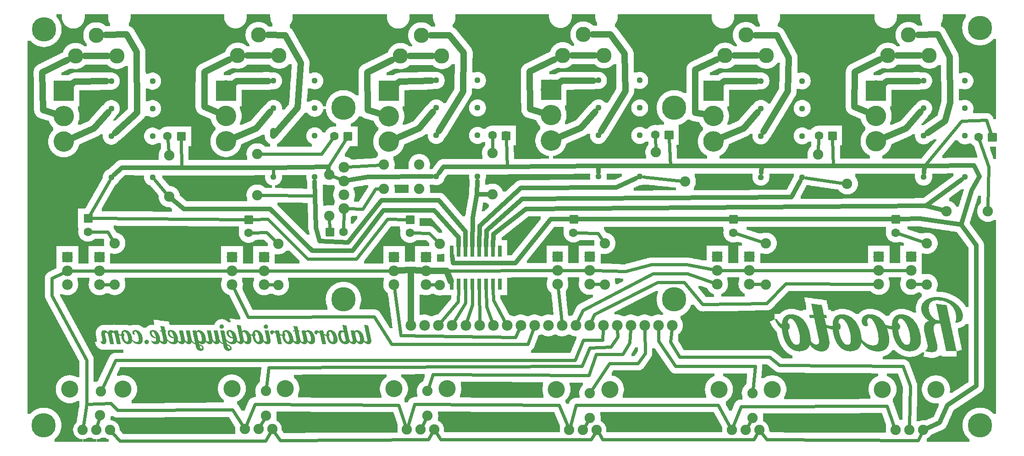
<source format=gbl>
G04 MADE WITH FRITZING*
G04 WWW.FRITZING.ORG*
G04 SINGLE SIDED*
G04 HOLES NOT PLATED*
G04 CONTOUR ON CENTER OF CONTOUR VECTOR*
%ASAXBY*%
%FSLAX23Y23*%
%MOIN*%
%OFA0B0*%
%SFA1.0B1.0*%
%ADD10C,0.075000*%
%ADD11C,0.110551*%
%ADD12C,0.062992*%
%ADD13C,0.074667*%
%ADD14C,0.074695*%
%ADD15C,0.124033*%
%ADD16C,0.078000*%
%ADD17C,0.044000*%
%ADD18C,0.146986*%
%ADD19C,0.177165*%
%ADD20R,0.078000X0.078000*%
%ADD21R,0.145556X0.145542*%
%ADD22R,0.026000X0.080000*%
%ADD23C,0.024000*%
%ADD24C,0.048000*%
%ADD25C,0.032000*%
%ADD26C,0.015748*%
%ADD27R,0.001000X0.001000*%
%LNCOPPER0*%
G90*
G70*
G54D10*
X856Y3101D03*
X4014Y2467D03*
X5195Y2465D03*
X1653Y2465D03*
X6606Y2563D03*
X474Y2463D03*
X2834Y2466D03*
X2023Y3100D03*
X6749Y3082D03*
X1998Y2270D03*
X2492Y2334D03*
X4825Y2314D03*
X4387Y3101D03*
X5571Y3101D03*
X6354Y2154D03*
X3209Y3102D03*
X6781Y2154D03*
X3512Y1932D03*
X1933Y1934D03*
X745Y1909D03*
X1204Y1857D03*
X3132Y1838D03*
X7008Y1557D03*
X1996Y1713D03*
X3581Y1539D03*
X2698Y1552D03*
X3889Y1551D03*
X4344Y1551D03*
X5516Y1551D03*
X778Y1557D03*
X6717Y1518D03*
X3582Y1165D03*
X4020Y1110D03*
X2513Y1161D03*
X4525Y1043D03*
X799Y1177D03*
X2958Y1042D03*
X4848Y913D03*
X3799Y752D03*
X4594Y594D03*
X6522Y581D03*
X5618Y489D03*
X1658Y513D03*
X2086Y470D03*
X3261Y422D03*
X1928Y198D03*
X3102Y200D03*
X4282Y197D03*
X5464Y191D03*
X757Y160D03*
X2886Y1881D03*
X2630Y1881D03*
X2886Y2058D03*
X2630Y2058D03*
G54D11*
X2901Y2998D03*
X3050Y2848D03*
X2750Y2848D03*
X4080Y3004D03*
X4229Y2853D03*
X3929Y2853D03*
X1718Y3001D03*
X1867Y2850D03*
X1567Y2850D03*
X6443Y3001D03*
X6593Y2850D03*
X6292Y2850D03*
X539Y2999D03*
X688Y2848D03*
X388Y2848D03*
X5261Y3000D03*
X5410Y2850D03*
X5110Y2850D03*
G54D12*
X2236Y1568D03*
X2334Y1568D03*
X6349Y1661D03*
X6349Y1563D03*
X5168Y1661D03*
X5168Y1563D03*
X4007Y1661D03*
X4007Y1563D03*
X2818Y1659D03*
X2818Y1560D03*
X1646Y1659D03*
X1646Y1560D03*
X478Y1668D03*
X478Y1569D03*
X1156Y2264D03*
X1057Y2264D03*
X2367Y2264D03*
X2268Y2264D03*
X7050Y2258D03*
X6952Y2258D03*
X5889Y2269D03*
X5791Y2269D03*
X4700Y2275D03*
X4602Y2275D03*
X3517Y2270D03*
X3418Y2270D03*
G54D10*
X6577Y1486D03*
X6577Y1186D03*
X5407Y1486D03*
X5407Y1186D03*
X4235Y1486D03*
X4235Y1186D03*
X3035Y1483D03*
X3035Y1183D03*
X1863Y1483D03*
X1863Y1183D03*
X673Y1486D03*
X673Y1186D03*
X1069Y2125D03*
X1069Y1825D03*
X7019Y1719D03*
X6719Y1719D03*
X5785Y2131D03*
X5997Y1919D03*
X4607Y2147D03*
X4819Y1935D03*
X3419Y2142D03*
X3419Y1842D03*
X1708Y2136D03*
X1708Y1836D03*
X2231Y1985D03*
X2231Y1685D03*
G54D13*
X5159Y128D03*
X5259Y128D03*
G54D14*
X5359Y128D03*
G54D15*
X5064Y423D03*
X5453Y423D03*
G54D13*
X6348Y128D03*
X6448Y128D03*
G54D14*
X6548Y128D03*
G54D15*
X6253Y423D03*
X6642Y423D03*
G54D13*
X3977Y128D03*
X4077Y128D03*
G54D14*
X4177Y128D03*
G54D15*
X3883Y423D03*
X4272Y423D03*
G54D13*
X2796Y132D03*
X2896Y132D03*
G54D14*
X2996Y132D03*
G54D15*
X2702Y427D03*
X3090Y427D03*
G54D13*
X1618Y134D03*
X1718Y134D03*
G54D14*
X1818Y134D03*
G54D15*
X1524Y429D03*
X1912Y429D03*
G54D13*
X439Y129D03*
X539Y129D03*
G54D14*
X639Y129D03*
G54D15*
X345Y424D03*
X733Y424D03*
G54D16*
X6227Y1389D03*
X6227Y1289D03*
X6227Y1189D03*
X5052Y1389D03*
X5052Y1289D03*
X5052Y1189D03*
X3891Y1389D03*
X3891Y1289D03*
X3891Y1189D03*
X2702Y1386D03*
X2702Y1286D03*
X2702Y1186D03*
X1525Y1386D03*
X1525Y1286D03*
X1525Y1186D03*
X328Y1386D03*
X328Y1286D03*
X328Y1186D03*
X6461Y1389D03*
X6461Y1289D03*
X6461Y1189D03*
X5286Y1389D03*
X5286Y1289D03*
X5286Y1189D03*
X4124Y1389D03*
X4124Y1289D03*
X4124Y1189D03*
X2936Y1386D03*
X2936Y1286D03*
X2936Y1186D03*
X1758Y1386D03*
X1758Y1286D03*
X1758Y1186D03*
X562Y1386D03*
X562Y1286D03*
X562Y1186D03*
G54D17*
X3010Y2670D03*
X3010Y2470D03*
X3010Y2270D03*
X3010Y1970D03*
X3310Y1970D03*
X3310Y2270D03*
X3310Y2470D03*
X3310Y2670D03*
X4189Y2670D03*
X4189Y2470D03*
X4189Y2270D03*
X4189Y1970D03*
X4489Y1970D03*
X4489Y2270D03*
X4489Y2470D03*
X4489Y2670D03*
X1827Y2667D03*
X1827Y2467D03*
X1827Y2267D03*
X1827Y1967D03*
X2127Y1967D03*
X2127Y2267D03*
X2127Y2467D03*
X2127Y2667D03*
X6552Y2667D03*
X6552Y2467D03*
X6552Y2267D03*
X6552Y1967D03*
X6852Y1967D03*
X6852Y2267D03*
X6852Y2467D03*
X6852Y2667D03*
X648Y2665D03*
X648Y2465D03*
X648Y2265D03*
X648Y1965D03*
X948Y1965D03*
X948Y2265D03*
X948Y2465D03*
X948Y2665D03*
X5370Y2666D03*
X5370Y2466D03*
X5370Y2266D03*
X5370Y1966D03*
X5670Y1966D03*
X5670Y2266D03*
X5670Y2466D03*
X5670Y2666D03*
G54D18*
X2665Y2224D03*
X2665Y2409D03*
X2665Y2594D03*
X3844Y2232D03*
X3844Y2417D03*
X3844Y2602D03*
X1481Y2227D03*
X1481Y2412D03*
X1481Y2596D03*
X6207Y2227D03*
X6207Y2412D03*
X6207Y2596D03*
X303Y2225D03*
X303Y2410D03*
X303Y2595D03*
X5024Y2226D03*
X5024Y2411D03*
X5024Y2596D03*
G54D19*
X2335Y1077D03*
X2335Y2471D03*
X4740Y1077D03*
X4740Y2471D03*
G54D10*
X572Y408D03*
X566Y234D03*
X1771Y411D03*
X1771Y231D03*
X2946Y410D03*
X2946Y230D03*
X4127Y396D03*
X4127Y216D03*
X5308Y396D03*
X5308Y216D03*
G54D16*
X4724Y888D03*
X4624Y888D03*
X4524Y888D03*
X4424Y888D03*
X4324Y888D03*
X4224Y888D03*
X4124Y888D03*
X4024Y888D03*
X3924Y888D03*
X3824Y888D03*
X3724Y888D03*
X3624Y888D03*
X3524Y888D03*
X3424Y888D03*
X3324Y888D03*
X3224Y888D03*
X3124Y888D03*
X3024Y888D03*
X2924Y888D03*
X2824Y888D03*
G54D19*
X6961Y3053D03*
X158Y3042D03*
X156Y161D03*
X6963Y162D03*
G54D16*
X2340Y1738D03*
X2340Y1838D03*
X2340Y1938D03*
X2340Y2038D03*
G54D20*
X6227Y1389D03*
X5052Y1389D03*
X3891Y1389D03*
X2702Y1386D03*
X1525Y1386D03*
X328Y1386D03*
X6461Y1389D03*
X5286Y1389D03*
X4124Y1389D03*
X2936Y1386D03*
X1758Y1386D03*
X562Y1386D03*
G54D21*
X2665Y2594D03*
X3844Y2602D03*
X1481Y2596D03*
X6207Y2596D03*
X303Y2595D03*
X5024Y2596D03*
G54D22*
X3473Y1187D03*
X3423Y1187D03*
X3373Y1187D03*
X3323Y1187D03*
X3273Y1187D03*
X3223Y1187D03*
X3173Y1187D03*
X3123Y1187D03*
X3123Y1429D03*
X3173Y1429D03*
X3223Y1429D03*
X3273Y1429D03*
X3323Y1429D03*
X3373Y1429D03*
X3423Y1429D03*
X3473Y1429D03*
G54D23*
X1555Y1286D02*
X1728Y1286D01*
D02*
X592Y1286D02*
X1494Y1286D01*
G54D24*
D02*
X2825Y1290D02*
X2894Y1288D01*
D02*
X2743Y1288D02*
X2825Y1290D01*
G54D23*
D02*
X1788Y1286D02*
X2672Y1286D01*
D02*
X531Y1286D02*
X358Y1286D01*
D02*
X644Y1186D02*
X592Y1186D01*
D02*
X1834Y1184D02*
X1788Y1185D01*
D02*
X621Y1568D02*
X505Y1569D01*
D02*
X657Y1511D02*
X621Y1568D01*
D02*
X635Y1943D02*
X492Y1691D01*
D02*
X1776Y1564D02*
X1673Y1561D01*
D02*
X1842Y1503D02*
X1776Y1564D01*
D02*
X1619Y1659D02*
X505Y1667D01*
D02*
X2966Y1185D02*
X3006Y1184D01*
D02*
X2958Y1559D02*
X3015Y1503D01*
D02*
X2845Y1560D02*
X2958Y1559D01*
D02*
X1787Y1660D02*
X2076Y1372D01*
D02*
X2654Y1660D02*
X2791Y1659D01*
D02*
X2430Y1370D02*
X2654Y1660D01*
D02*
X2076Y1372D02*
X2430Y1370D01*
D02*
X1673Y1659D02*
X1787Y1660D01*
D02*
X3087Y1286D02*
X3861Y1289D01*
D02*
X3921Y1289D02*
X4094Y1289D01*
D02*
X3894Y1159D02*
X3921Y918D01*
D02*
X4155Y1188D02*
X4206Y1187D01*
D02*
X4186Y1559D02*
X4219Y1509D01*
D02*
X4034Y1562D02*
X4186Y1559D01*
D02*
X4575Y1331D02*
X4386Y1281D01*
D02*
X4386Y1281D02*
X4154Y1288D01*
D02*
X4830Y1331D02*
X4575Y1331D01*
D02*
X5023Y1295D02*
X4830Y1331D01*
D02*
X5255Y1289D02*
X5082Y1289D01*
D02*
X5316Y1188D02*
X5379Y1187D01*
D02*
X5194Y1555D02*
X5380Y1495D01*
D02*
X6197Y1289D02*
X5316Y1289D01*
D02*
X6257Y1289D02*
X6430Y1289D01*
D02*
X6548Y1187D02*
X6491Y1188D01*
D02*
X6374Y1554D02*
X6549Y1495D01*
D02*
X3169Y1061D02*
X3172Y1153D01*
D02*
X3043Y911D02*
X3169Y1061D01*
D02*
X3222Y1050D02*
X3139Y914D01*
D02*
X3223Y1153D02*
X3222Y1050D01*
D02*
X3272Y1039D02*
X3233Y917D01*
D02*
X3273Y1153D02*
X3272Y1039D01*
D02*
X3323Y1153D02*
X3324Y918D01*
D02*
X3375Y1025D02*
X3414Y916D01*
D02*
X3373Y1153D02*
X3375Y1025D01*
D02*
X3425Y1070D02*
X3509Y914D01*
D02*
X3423Y1153D02*
X3425Y1070D01*
G54D25*
D02*
X3275Y1670D02*
X3273Y1464D01*
D02*
X3305Y1842D02*
X3275Y1670D01*
D02*
X3325Y1611D02*
X3323Y1464D01*
D02*
X3627Y1889D02*
X3325Y1611D01*
D02*
X3375Y1578D02*
X3373Y1464D01*
D02*
X3636Y1809D02*
X3375Y1578D01*
D02*
X3425Y1550D02*
X3423Y1464D01*
D02*
X3661Y1736D02*
X3425Y1550D01*
G54D23*
D02*
X4514Y1967D02*
X4791Y1938D01*
D02*
X4606Y2176D02*
X4603Y2248D01*
D02*
X4711Y2048D02*
X4701Y2248D01*
D02*
X5695Y1963D02*
X5969Y1923D01*
D02*
X5786Y2159D02*
X5790Y2242D01*
D02*
X5897Y2048D02*
X5890Y2242D01*
G54D25*
D02*
X6569Y1759D02*
X6686Y1728D01*
G54D23*
D02*
X7025Y2042D02*
X7019Y1748D01*
D02*
X6960Y2233D02*
X7025Y2042D01*
D02*
X7008Y2381D02*
X7041Y2283D01*
D02*
X6830Y2375D02*
X7008Y2381D01*
D02*
X6558Y2048D02*
X6830Y2375D01*
D02*
X2225Y2042D02*
X2352Y2242D01*
D02*
X2130Y1831D02*
X1736Y1836D01*
D02*
X2175Y2136D02*
X1736Y2136D01*
D02*
X2252Y2243D02*
X2175Y2136D01*
D02*
X1050Y1846D02*
X964Y1946D01*
D02*
X1060Y2237D02*
X1067Y2153D01*
D02*
X1158Y2035D02*
X1156Y2237D01*
G54D25*
D02*
X3305Y1842D02*
X3385Y1842D01*
G54D23*
D02*
X3419Y2243D02*
X3419Y2171D01*
D02*
X3525Y2042D02*
X3518Y2243D01*
D02*
X4075Y998D02*
X4586Y1264D01*
D02*
X4836Y1264D02*
X5024Y1199D01*
D02*
X4586Y1264D02*
X4836Y1264D01*
D02*
X4036Y915D02*
X4075Y998D01*
D02*
X4158Y968D02*
X4619Y1203D01*
D02*
X5550Y1190D02*
X6197Y1189D01*
D02*
X5413Y1049D02*
X5550Y1190D01*
D02*
X4947Y1042D02*
X5413Y1049D01*
D02*
X4813Y1203D02*
X4947Y1042D01*
D02*
X4619Y1203D02*
X4813Y1203D01*
D02*
X4136Y916D02*
X4158Y968D01*
D02*
X2706Y1157D02*
X2752Y814D01*
D02*
X2752Y814D02*
X3586Y803D01*
D02*
X3586Y803D02*
X3611Y861D01*
D02*
X3675Y753D02*
X3714Y860D01*
D02*
X2686Y753D02*
X3675Y753D01*
D02*
X2558Y953D02*
X2686Y753D01*
D02*
X1643Y949D02*
X2558Y953D01*
D02*
X1538Y1159D02*
X1643Y949D01*
G54D24*
D02*
X6654Y3005D02*
X6743Y2842D01*
D02*
X6708Y2375D02*
X6582Y2287D01*
D02*
X6747Y2509D02*
X6708Y2375D01*
D02*
X6743Y2842D02*
X6747Y2509D01*
D02*
X6511Y3002D02*
X6654Y3005D01*
D02*
X2002Y2472D02*
X1827Y2267D01*
D02*
X1827Y2267D02*
X1827Y2303D01*
D02*
X2025Y2798D02*
X2002Y2472D01*
D02*
X1913Y2998D02*
X2025Y2798D01*
D02*
X1785Y3000D02*
X1913Y2998D01*
G54D23*
D02*
X1825Y2036D02*
X1826Y1992D01*
G54D25*
D02*
X4189Y2048D02*
X4189Y2000D01*
D02*
X5375Y2048D02*
X5372Y1997D01*
G54D23*
D02*
X2257Y1974D02*
X2312Y1950D01*
D02*
X2232Y1657D02*
X2235Y1595D01*
D02*
X2339Y1707D02*
X2335Y1595D01*
D02*
X2569Y1881D02*
X2602Y1881D01*
D02*
X2475Y1736D02*
X2569Y1881D01*
D02*
X2370Y1737D02*
X2475Y1736D01*
D02*
X2602Y2056D02*
X2370Y2040D01*
G54D25*
D02*
X4319Y1892D02*
X4461Y1957D01*
D02*
X3627Y1889D02*
X4319Y1892D01*
G54D24*
D02*
X2817Y2848D02*
X2983Y2848D01*
D02*
X3997Y2853D02*
X4162Y2853D01*
D02*
X1634Y2850D02*
X1800Y2850D01*
D02*
X6360Y2850D02*
X6525Y2850D01*
D02*
X456Y2848D02*
X621Y2848D01*
D02*
X5177Y2850D02*
X5343Y2850D01*
G54D23*
D02*
X3902Y309D02*
X3965Y157D01*
D02*
X2852Y314D02*
X3902Y309D01*
D02*
X2806Y162D02*
X2852Y314D01*
D02*
X1691Y314D02*
X1630Y163D01*
D02*
X2736Y309D02*
X1691Y314D01*
D02*
X2786Y162D02*
X2736Y309D01*
D02*
X469Y314D02*
X444Y160D01*
D02*
X647Y320D02*
X469Y314D01*
D02*
X691Y270D02*
X647Y320D01*
D02*
X1530Y275D02*
X691Y270D01*
D02*
X1601Y161D02*
X1530Y275D01*
D02*
X5058Y309D02*
X5143Y156D01*
D02*
X4025Y309D02*
X5058Y309D01*
D02*
X3985Y159D02*
X4025Y309D01*
D02*
X6286Y303D02*
X6337Y158D01*
D02*
X5225Y298D02*
X6286Y303D01*
D02*
X5170Y158D02*
X5225Y298D01*
D02*
X5294Y191D02*
X5274Y156D01*
D02*
X4113Y191D02*
X4093Y156D01*
D02*
X4750Y590D02*
X5328Y590D01*
D02*
X4625Y775D02*
X4750Y590D01*
D02*
X5328Y590D02*
X5311Y425D01*
D02*
X4624Y858D02*
X4625Y775D01*
D02*
X6402Y590D02*
X6454Y449D01*
D02*
X5432Y657D02*
X5506Y598D01*
D02*
X4780Y657D02*
X5432Y657D01*
D02*
X4713Y768D02*
X4780Y657D01*
D02*
X5506Y598D02*
X6402Y590D01*
D02*
X6454Y449D02*
X6448Y160D01*
D02*
X4721Y858D02*
X4713Y768D01*
D02*
X4528Y686D02*
X4476Y612D01*
D02*
X4476Y612D02*
X4269Y612D01*
D02*
X4269Y612D02*
X4143Y420D01*
D02*
X4525Y858D02*
X4528Y686D01*
D02*
X2933Y205D02*
X2911Y160D01*
D02*
X4417Y760D02*
X4365Y679D01*
D02*
X4365Y679D02*
X4173Y679D01*
D02*
X4173Y679D02*
X4119Y525D01*
D02*
X4119Y525D02*
X2986Y531D01*
D02*
X2986Y531D02*
X2955Y438D01*
D02*
X4422Y858D02*
X4417Y760D01*
D02*
X1758Y206D02*
X1733Y162D01*
D02*
X4125Y725D02*
X4280Y731D01*
D02*
X4069Y592D02*
X4125Y725D01*
D02*
X1791Y581D02*
X4069Y592D01*
D02*
X4280Y731D02*
X4328Y805D01*
D02*
X4328Y805D02*
X4325Y858D01*
D02*
X1775Y440D02*
X1791Y581D01*
G54D25*
D02*
X6669Y181D02*
X6582Y143D01*
D02*
X6725Y309D02*
X6669Y181D01*
D02*
X6936Y448D02*
X6725Y309D01*
G54D23*
D02*
X6513Y53D02*
X6534Y99D01*
D02*
X5413Y59D02*
X6513Y53D01*
D02*
X5378Y103D02*
X5413Y59D01*
D02*
X5319Y59D02*
X5343Y100D01*
D02*
X4219Y59D02*
X5319Y59D01*
D02*
X4194Y101D02*
X4219Y59D01*
D02*
X3041Y59D02*
X4136Y59D01*
D02*
X4136Y59D02*
X4161Y101D01*
D02*
X3013Y105D02*
X3041Y59D01*
D02*
X1875Y53D02*
X2952Y59D01*
D02*
X2952Y59D02*
X2980Y104D01*
D02*
X1836Y108D02*
X1875Y53D01*
D02*
X708Y48D02*
X660Y105D01*
D02*
X1769Y48D02*
X708Y48D01*
D02*
X1802Y106D02*
X1769Y48D01*
D02*
X680Y636D02*
X584Y434D01*
D02*
X4019Y636D02*
X680Y636D01*
D02*
X4080Y781D02*
X4019Y636D01*
D02*
X4219Y781D02*
X4080Y781D01*
D02*
X4222Y858D02*
X4219Y781D01*
D02*
X559Y206D02*
X547Y160D01*
D02*
X217Y1105D02*
X217Y1231D01*
D02*
X217Y1231D02*
X301Y1273D01*
D02*
X469Y636D02*
X217Y1105D01*
D02*
X469Y314D02*
X469Y636D01*
G54D24*
D02*
X3205Y2588D02*
X3029Y2301D01*
D02*
X4384Y2593D02*
X4208Y2301D01*
D02*
X835Y2436D02*
X675Y2289D01*
D02*
X5565Y2590D02*
X5388Y2297D01*
D02*
X2689Y2818D02*
X2508Y2729D01*
D02*
X2508Y2729D02*
X2513Y2455D01*
D02*
X3869Y2823D02*
X3688Y2734D01*
D02*
X3688Y2734D02*
X3692Y2460D01*
D02*
X1325Y2731D02*
X1324Y2479D01*
D02*
X6051Y2731D02*
X6050Y2479D01*
D02*
X1506Y2820D02*
X1325Y2731D01*
D02*
X6232Y2820D02*
X6051Y2731D01*
D02*
X146Y2729D02*
X151Y2455D01*
D02*
X4891Y2748D02*
X4891Y2436D01*
D02*
X328Y2818D02*
X146Y2729D01*
D02*
X5049Y2821D02*
X4891Y2748D01*
D02*
X2513Y2455D02*
X2599Y2429D01*
D02*
X3692Y2460D02*
X3778Y2436D01*
D02*
X1324Y2479D02*
X1419Y2438D01*
D02*
X6050Y2479D02*
X6144Y2438D01*
D02*
X151Y2455D02*
X237Y2429D01*
D02*
X4891Y2436D02*
X4958Y2424D01*
D02*
X2743Y2662D02*
X2716Y2639D01*
D02*
X2974Y2669D02*
X2743Y2662D01*
D02*
X3922Y2667D02*
X3896Y2646D01*
D02*
X4153Y2669D02*
X3922Y2667D01*
D02*
X1790Y2666D02*
X1560Y2664D01*
D02*
X6516Y2666D02*
X6285Y2664D01*
D02*
X1560Y2664D02*
X1533Y2641D01*
D02*
X6285Y2664D02*
X6258Y2641D01*
D02*
X381Y2662D02*
X354Y2639D01*
D02*
X5103Y2664D02*
X5076Y2641D01*
D02*
X612Y2664D02*
X381Y2662D01*
D02*
X5334Y2666D02*
X5103Y2664D01*
D02*
X2986Y2442D02*
X2884Y2321D01*
D02*
X2884Y2321D02*
X2727Y2252D01*
D02*
X4165Y2443D02*
X4063Y2326D01*
D02*
X4063Y2326D02*
X3906Y2259D01*
D02*
X1803Y2440D02*
X1701Y2323D01*
D02*
X6528Y2440D02*
X6426Y2323D01*
D02*
X1701Y2323D02*
X1544Y2254D01*
D02*
X6426Y2323D02*
X6269Y2254D01*
D02*
X522Y2322D02*
X365Y2252D01*
D02*
X5244Y2323D02*
X5087Y2254D01*
D02*
X624Y2438D02*
X522Y2322D01*
D02*
X5346Y2439D02*
X5244Y2323D01*
D02*
X3210Y2872D02*
X3106Y2998D01*
D02*
X3106Y2998D02*
X2968Y2998D01*
D02*
X3205Y2588D02*
X3210Y2872D01*
D02*
X4380Y2864D02*
X4276Y3005D01*
D02*
X4276Y3005D02*
X4147Y3004D01*
D02*
X4384Y2593D02*
X4380Y2864D01*
D02*
X758Y3005D02*
X606Y3001D01*
D02*
X5484Y2998D02*
X5328Y2999D01*
D02*
X832Y2879D02*
X758Y3005D01*
D02*
X5573Y2835D02*
X5484Y2998D01*
D02*
X835Y2436D02*
X832Y2879D01*
D02*
X5565Y2590D02*
X5573Y2835D01*
G54D25*
D02*
X725Y2036D02*
X670Y1986D01*
D02*
X1158Y2035D02*
X725Y2036D01*
D02*
X1825Y2036D02*
X1158Y2035D01*
D02*
X2225Y2042D02*
X1825Y2036D01*
D02*
X2227Y2019D02*
X2225Y2042D01*
D02*
X3525Y2042D02*
X4189Y2048D01*
D02*
X3063Y2042D02*
X3525Y2042D01*
D02*
X3028Y1995D02*
X3063Y2042D01*
D02*
X4711Y2048D02*
X5375Y2048D01*
D02*
X4189Y2048D02*
X4711Y2048D01*
D02*
X6558Y2048D02*
X6554Y1997D01*
D02*
X5897Y2048D02*
X6558Y2048D01*
D02*
X5375Y2048D02*
X5897Y2048D01*
D02*
X2513Y1968D02*
X2979Y1970D01*
D02*
X2375Y1944D02*
X2513Y1968D01*
D02*
X1802Y1736D02*
X2110Y1431D01*
D02*
X2110Y1431D02*
X2402Y1431D01*
D02*
X2402Y1431D02*
X2625Y1725D01*
D02*
X3172Y1528D02*
X3173Y1464D01*
D02*
X2997Y1725D02*
X3172Y1528D01*
D02*
X2625Y1725D02*
X2997Y1725D01*
D02*
X1175Y1736D02*
X1802Y1736D01*
D02*
X1095Y1803D02*
X1175Y1736D01*
D02*
X3222Y1570D02*
X3223Y1464D01*
D02*
X3030Y1798D02*
X3222Y1570D01*
D02*
X2613Y1798D02*
X3030Y1798D01*
D02*
X2369Y1492D02*
X2613Y1798D01*
D02*
X2162Y1501D02*
X2369Y1492D01*
D02*
X2136Y1598D02*
X2162Y1501D01*
D02*
X2130Y1831D02*
X2136Y1598D01*
D02*
X2127Y1936D02*
X2130Y1831D01*
D02*
X3309Y1939D02*
X3305Y1842D01*
D02*
X5591Y1820D02*
X3636Y1809D01*
D02*
X5655Y1939D02*
X5591Y1820D01*
D02*
X3661Y1736D02*
X6569Y1759D01*
D02*
X6569Y1759D02*
X6828Y1949D01*
D02*
X6558Y2048D02*
X6919Y2053D01*
D02*
X3841Y1661D02*
X3584Y1342D01*
D02*
X3584Y1342D02*
X3132Y1342D01*
D02*
X3132Y1342D02*
X3126Y1395D01*
D02*
X6316Y1661D02*
X5201Y1661D01*
D02*
X5136Y1661D02*
X4040Y1661D01*
D02*
X3975Y1661D02*
X3841Y1661D01*
D02*
X6525Y1664D02*
X6381Y1662D01*
D02*
X6825Y1620D02*
X6525Y1664D01*
D02*
X6936Y1470D02*
X6936Y448D01*
D02*
X6825Y1620D02*
X6936Y1470D01*
D02*
X6902Y1870D02*
X6825Y1620D01*
D02*
X6958Y1970D02*
X6902Y1870D01*
D02*
X6919Y2053D02*
X6958Y1970D01*
G54D24*
D02*
X3087Y1286D02*
X3115Y1208D01*
D02*
X2977Y1286D02*
X3087Y1286D01*
D02*
X2824Y929D02*
X2825Y1290D01*
G36*
X250Y3151D02*
X250Y3131D01*
X252Y3131D01*
X252Y3129D01*
X254Y3129D01*
X254Y3125D01*
X256Y3125D01*
X256Y3123D01*
X258Y3123D01*
X258Y3121D01*
X260Y3121D01*
X260Y3119D01*
X262Y3119D01*
X262Y3115D01*
X264Y3115D01*
X264Y3113D01*
X266Y3113D01*
X266Y3109D01*
X268Y3109D01*
X268Y3107D01*
X270Y3107D01*
X270Y3103D01*
X272Y3103D01*
X272Y3099D01*
X274Y3099D01*
X274Y3095D01*
X276Y3095D01*
X276Y3089D01*
X278Y3089D01*
X278Y3085D01*
X280Y3085D01*
X280Y3079D01*
X282Y3079D01*
X282Y3071D01*
X284Y3071D01*
X284Y3059D01*
X286Y3059D01*
X286Y3047D01*
X358Y3047D01*
X358Y3049D01*
X350Y3049D01*
X350Y3051D01*
X344Y3051D01*
X344Y3053D01*
X338Y3053D01*
X338Y3055D01*
X334Y3055D01*
X334Y3057D01*
X330Y3057D01*
X330Y3059D01*
X328Y3059D01*
X328Y3061D01*
X324Y3061D01*
X324Y3063D01*
X322Y3063D01*
X322Y3065D01*
X318Y3065D01*
X318Y3067D01*
X316Y3067D01*
X316Y3069D01*
X314Y3069D01*
X314Y3071D01*
X312Y3071D01*
X312Y3073D01*
X310Y3073D01*
X310Y3075D01*
X308Y3075D01*
X308Y3079D01*
X306Y3079D01*
X306Y3081D01*
X304Y3081D01*
X304Y3085D01*
X302Y3085D01*
X302Y3087D01*
X300Y3087D01*
X300Y3091D01*
X298Y3091D01*
X298Y3095D01*
X296Y3095D01*
X296Y3099D01*
X294Y3099D01*
X294Y3105D01*
X292Y3105D01*
X292Y3113D01*
X290Y3113D01*
X290Y3151D01*
X250Y3151D01*
G37*
D02*
G36*
X454Y3151D02*
X454Y3121D01*
X452Y3121D01*
X452Y3109D01*
X450Y3109D01*
X450Y3103D01*
X448Y3103D01*
X448Y3097D01*
X446Y3097D01*
X446Y3095D01*
X540Y3095D01*
X540Y3093D01*
X558Y3093D01*
X558Y3091D01*
X566Y3091D01*
X566Y3089D01*
X572Y3089D01*
X572Y3087D01*
X576Y3087D01*
X576Y3085D01*
X582Y3085D01*
X582Y3083D01*
X584Y3083D01*
X584Y3081D01*
X588Y3081D01*
X588Y3079D01*
X592Y3079D01*
X592Y3077D01*
X594Y3077D01*
X594Y3075D01*
X596Y3075D01*
X596Y3073D01*
X600Y3073D01*
X600Y3071D01*
X602Y3071D01*
X602Y3069D01*
X604Y3069D01*
X604Y3067D01*
X606Y3067D01*
X606Y3065D01*
X638Y3065D01*
X638Y3085D01*
X636Y3085D01*
X636Y3089D01*
X634Y3089D01*
X634Y3091D01*
X632Y3091D01*
X632Y3095D01*
X630Y3095D01*
X630Y3101D01*
X628Y3101D01*
X628Y3107D01*
X626Y3107D01*
X626Y3117D01*
X624Y3117D01*
X624Y3151D01*
X454Y3151D01*
G37*
D02*
G36*
X788Y3151D02*
X788Y3117D01*
X786Y3117D01*
X786Y3107D01*
X784Y3107D01*
X784Y3101D01*
X782Y3101D01*
X782Y3095D01*
X780Y3095D01*
X780Y3091D01*
X778Y3091D01*
X778Y3089D01*
X776Y3089D01*
X776Y3065D01*
X782Y3065D01*
X782Y3063D01*
X786Y3063D01*
X786Y3061D01*
X790Y3061D01*
X790Y3059D01*
X794Y3059D01*
X794Y3057D01*
X796Y3057D01*
X796Y3055D01*
X798Y3055D01*
X798Y3053D01*
X802Y3053D01*
X802Y3051D01*
X804Y3051D01*
X804Y3049D01*
X1536Y3049D01*
X1536Y3051D01*
X1528Y3051D01*
X1528Y3053D01*
X1522Y3053D01*
X1522Y3055D01*
X1516Y3055D01*
X1516Y3057D01*
X1512Y3057D01*
X1512Y3059D01*
X1510Y3059D01*
X1510Y3061D01*
X1506Y3061D01*
X1506Y3063D01*
X1502Y3063D01*
X1502Y3065D01*
X1500Y3065D01*
X1500Y3067D01*
X1498Y3067D01*
X1498Y3069D01*
X1496Y3069D01*
X1496Y3071D01*
X1494Y3071D01*
X1494Y3073D01*
X1492Y3073D01*
X1492Y3075D01*
X1490Y3075D01*
X1490Y3077D01*
X1488Y3077D01*
X1488Y3079D01*
X1486Y3079D01*
X1486Y3081D01*
X1484Y3081D01*
X1484Y3085D01*
X1482Y3085D01*
X1482Y3087D01*
X1480Y3087D01*
X1480Y3091D01*
X1478Y3091D01*
X1478Y3095D01*
X1476Y3095D01*
X1476Y3099D01*
X1474Y3099D01*
X1474Y3103D01*
X1472Y3103D01*
X1472Y3109D01*
X1470Y3109D01*
X1470Y3121D01*
X1468Y3121D01*
X1468Y3151D01*
X788Y3151D01*
G37*
D02*
G36*
X1632Y3151D02*
X1632Y3117D01*
X1630Y3117D01*
X1630Y3109D01*
X1628Y3109D01*
X1628Y3103D01*
X1626Y3103D01*
X1626Y3097D01*
X1624Y3097D01*
X1624Y3095D01*
X1736Y3095D01*
X1736Y3093D01*
X1744Y3093D01*
X1744Y3091D01*
X1750Y3091D01*
X1750Y3089D01*
X1756Y3089D01*
X1756Y3087D01*
X1760Y3087D01*
X1760Y3085D01*
X1764Y3085D01*
X1764Y3083D01*
X1766Y3083D01*
X1766Y3081D01*
X1770Y3081D01*
X1770Y3079D01*
X1772Y3079D01*
X1772Y3077D01*
X1776Y3077D01*
X1776Y3075D01*
X1778Y3075D01*
X1778Y3073D01*
X1780Y3073D01*
X1780Y3071D01*
X1782Y3071D01*
X1782Y3069D01*
X1784Y3069D01*
X1784Y3067D01*
X1786Y3067D01*
X1786Y3065D01*
X1788Y3065D01*
X1788Y3063D01*
X1820Y3063D01*
X1820Y3083D01*
X1818Y3083D01*
X1818Y3085D01*
X1816Y3085D01*
X1816Y3089D01*
X1814Y3089D01*
X1814Y3091D01*
X1812Y3091D01*
X1812Y3095D01*
X1810Y3095D01*
X1810Y3099D01*
X1808Y3099D01*
X1808Y3105D01*
X1806Y3105D01*
X1806Y3113D01*
X1804Y3113D01*
X1804Y3129D01*
X1802Y3129D01*
X1802Y3151D01*
X1632Y3151D01*
G37*
D02*
G36*
X446Y3095D02*
X446Y3093D01*
X444Y3093D01*
X444Y3089D01*
X442Y3089D01*
X442Y3085D01*
X440Y3085D01*
X440Y3083D01*
X438Y3083D01*
X438Y3081D01*
X436Y3081D01*
X436Y3077D01*
X434Y3077D01*
X434Y3075D01*
X432Y3075D01*
X432Y3073D01*
X430Y3073D01*
X430Y3071D01*
X428Y3071D01*
X428Y3069D01*
X426Y3069D01*
X426Y3067D01*
X424Y3067D01*
X424Y3065D01*
X422Y3065D01*
X422Y3063D01*
X418Y3063D01*
X418Y3061D01*
X416Y3061D01*
X416Y3059D01*
X412Y3059D01*
X412Y3057D01*
X408Y3057D01*
X408Y3055D01*
X404Y3055D01*
X404Y3053D01*
X400Y3053D01*
X400Y3051D01*
X394Y3051D01*
X394Y3049D01*
X384Y3049D01*
X384Y3047D01*
X458Y3047D01*
X458Y3051D01*
X460Y3051D01*
X460Y3053D01*
X462Y3053D01*
X462Y3057D01*
X464Y3057D01*
X464Y3059D01*
X466Y3059D01*
X466Y3061D01*
X468Y3061D01*
X468Y3063D01*
X470Y3063D01*
X470Y3065D01*
X472Y3065D01*
X472Y3067D01*
X474Y3067D01*
X474Y3069D01*
X476Y3069D01*
X476Y3071D01*
X478Y3071D01*
X478Y3073D01*
X480Y3073D01*
X480Y3075D01*
X484Y3075D01*
X484Y3077D01*
X486Y3077D01*
X486Y3079D01*
X490Y3079D01*
X490Y3081D01*
X492Y3081D01*
X492Y3083D01*
X496Y3083D01*
X496Y3085D01*
X500Y3085D01*
X500Y3087D01*
X506Y3087D01*
X506Y3089D01*
X512Y3089D01*
X512Y3091D01*
X520Y3091D01*
X520Y3093D01*
X538Y3093D01*
X538Y3095D01*
X446Y3095D01*
G37*
D02*
G36*
X1624Y3095D02*
X1624Y3093D01*
X1622Y3093D01*
X1622Y3089D01*
X1620Y3089D01*
X1620Y3087D01*
X1618Y3087D01*
X1618Y3083D01*
X1616Y3083D01*
X1616Y3081D01*
X1614Y3081D01*
X1614Y3079D01*
X1612Y3079D01*
X1612Y3075D01*
X1610Y3075D01*
X1610Y3073D01*
X1608Y3073D01*
X1608Y3071D01*
X1606Y3071D01*
X1606Y3069D01*
X1602Y3069D01*
X1602Y3067D01*
X1600Y3067D01*
X1600Y3065D01*
X1598Y3065D01*
X1598Y3063D01*
X1594Y3063D01*
X1594Y3061D01*
X1592Y3061D01*
X1592Y3059D01*
X1588Y3059D01*
X1588Y3057D01*
X1584Y3057D01*
X1584Y3055D01*
X1578Y3055D01*
X1578Y3053D01*
X1572Y3053D01*
X1572Y3051D01*
X1564Y3051D01*
X1564Y3049D01*
X1636Y3049D01*
X1636Y3051D01*
X1638Y3051D01*
X1638Y3055D01*
X1640Y3055D01*
X1640Y3057D01*
X1642Y3057D01*
X1642Y3059D01*
X1644Y3059D01*
X1644Y3063D01*
X1646Y3063D01*
X1646Y3065D01*
X1648Y3065D01*
X1648Y3067D01*
X1650Y3067D01*
X1650Y3069D01*
X1652Y3069D01*
X1652Y3071D01*
X1654Y3071D01*
X1654Y3073D01*
X1656Y3073D01*
X1656Y3075D01*
X1660Y3075D01*
X1660Y3077D01*
X1662Y3077D01*
X1662Y3079D01*
X1666Y3079D01*
X1666Y3081D01*
X1668Y3081D01*
X1668Y3083D01*
X1672Y3083D01*
X1672Y3085D01*
X1676Y3085D01*
X1676Y3087D01*
X1680Y3087D01*
X1680Y3089D01*
X1684Y3089D01*
X1684Y3091D01*
X1690Y3091D01*
X1690Y3093D01*
X1698Y3093D01*
X1698Y3095D01*
X1624Y3095D01*
G37*
D02*
G36*
X806Y3049D02*
X806Y3047D01*
X1636Y3047D01*
X1636Y3049D01*
X806Y3049D01*
G37*
D02*
G36*
X806Y3049D02*
X806Y3047D01*
X1636Y3047D01*
X1636Y3049D01*
X806Y3049D01*
G37*
D02*
G36*
X286Y3047D02*
X286Y3045D01*
X456Y3045D01*
X456Y3047D01*
X286Y3047D01*
G37*
D02*
G36*
X286Y3047D02*
X286Y3045D01*
X456Y3045D01*
X456Y3047D01*
X286Y3047D01*
G37*
D02*
G36*
X806Y3047D02*
X806Y3045D01*
X808Y3045D01*
X808Y3043D01*
X810Y3043D01*
X810Y3041D01*
X812Y3041D01*
X812Y3037D01*
X814Y3037D01*
X814Y3033D01*
X816Y3033D01*
X816Y3031D01*
X818Y3031D01*
X818Y3027D01*
X820Y3027D01*
X820Y3023D01*
X822Y3023D01*
X822Y3021D01*
X824Y3021D01*
X824Y3017D01*
X826Y3017D01*
X826Y3013D01*
X828Y3013D01*
X828Y3011D01*
X830Y3011D01*
X830Y3007D01*
X832Y3007D01*
X832Y3003D01*
X834Y3003D01*
X834Y2999D01*
X836Y2999D01*
X836Y2997D01*
X838Y2997D01*
X838Y2993D01*
X840Y2993D01*
X840Y2989D01*
X842Y2989D01*
X842Y2987D01*
X844Y2987D01*
X844Y2983D01*
X846Y2983D01*
X846Y2979D01*
X848Y2979D01*
X848Y2977D01*
X850Y2977D01*
X850Y2973D01*
X852Y2973D01*
X852Y2969D01*
X854Y2969D01*
X854Y2965D01*
X856Y2965D01*
X856Y2963D01*
X858Y2963D01*
X858Y2959D01*
X860Y2959D01*
X860Y2955D01*
X862Y2955D01*
X862Y2953D01*
X864Y2953D01*
X864Y2949D01*
X866Y2949D01*
X866Y2945D01*
X1582Y2945D01*
X1582Y2943D01*
X1592Y2943D01*
X1592Y2941D01*
X1598Y2941D01*
X1598Y2939D01*
X1604Y2939D01*
X1604Y2937D01*
X1608Y2937D01*
X1608Y2935D01*
X1612Y2935D01*
X1612Y2933D01*
X1614Y2933D01*
X1614Y2931D01*
X1618Y2931D01*
X1618Y2929D01*
X1622Y2929D01*
X1622Y2927D01*
X1624Y2927D01*
X1624Y2925D01*
X1626Y2925D01*
X1626Y2923D01*
X1630Y2923D01*
X1630Y2921D01*
X1632Y2921D01*
X1632Y2919D01*
X1652Y2919D01*
X1652Y2933D01*
X1650Y2933D01*
X1650Y2935D01*
X1648Y2935D01*
X1648Y2937D01*
X1646Y2937D01*
X1646Y2939D01*
X1644Y2939D01*
X1644Y2941D01*
X1642Y2941D01*
X1642Y2945D01*
X1640Y2945D01*
X1640Y2947D01*
X1638Y2947D01*
X1638Y2951D01*
X1636Y2951D01*
X1636Y2953D01*
X1634Y2953D01*
X1634Y2957D01*
X1632Y2957D01*
X1632Y2961D01*
X1630Y2961D01*
X1630Y2965D01*
X1628Y2965D01*
X1628Y2971D01*
X1626Y2971D01*
X1626Y2979D01*
X1624Y2979D01*
X1624Y2989D01*
X1622Y2989D01*
X1622Y3011D01*
X1624Y3011D01*
X1624Y3023D01*
X1626Y3023D01*
X1626Y3031D01*
X1628Y3031D01*
X1628Y3035D01*
X1630Y3035D01*
X1630Y3041D01*
X1632Y3041D01*
X1632Y3045D01*
X1634Y3045D01*
X1634Y3047D01*
X806Y3047D01*
G37*
D02*
G36*
X286Y3045D02*
X286Y3025D01*
X284Y3025D01*
X284Y3013D01*
X282Y3013D01*
X282Y3005D01*
X280Y3005D01*
X280Y2999D01*
X278Y2999D01*
X278Y2995D01*
X276Y2995D01*
X276Y2989D01*
X274Y2989D01*
X274Y2985D01*
X272Y2985D01*
X272Y2981D01*
X270Y2981D01*
X270Y2977D01*
X268Y2977D01*
X268Y2975D01*
X266Y2975D01*
X266Y2971D01*
X264Y2971D01*
X264Y2969D01*
X262Y2969D01*
X262Y2965D01*
X260Y2965D01*
X260Y2963D01*
X258Y2963D01*
X258Y2961D01*
X256Y2961D01*
X256Y2959D01*
X254Y2959D01*
X254Y2955D01*
X252Y2955D01*
X252Y2953D01*
X250Y2953D01*
X250Y2951D01*
X248Y2951D01*
X248Y2949D01*
X246Y2949D01*
X246Y2947D01*
X242Y2947D01*
X242Y2945D01*
X240Y2945D01*
X240Y2943D01*
X404Y2943D01*
X404Y2941D01*
X412Y2941D01*
X412Y2939D01*
X420Y2939D01*
X420Y2937D01*
X424Y2937D01*
X424Y2935D01*
X428Y2935D01*
X428Y2933D01*
X432Y2933D01*
X432Y2931D01*
X436Y2931D01*
X436Y2929D01*
X440Y2929D01*
X440Y2927D01*
X442Y2927D01*
X442Y2925D01*
X446Y2925D01*
X446Y2923D01*
X448Y2923D01*
X448Y2921D01*
X450Y2921D01*
X450Y2919D01*
X470Y2919D01*
X470Y2935D01*
X468Y2935D01*
X468Y2937D01*
X466Y2937D01*
X466Y2939D01*
X464Y2939D01*
X464Y2941D01*
X462Y2941D01*
X462Y2945D01*
X460Y2945D01*
X460Y2947D01*
X458Y2947D01*
X458Y2951D01*
X456Y2951D01*
X456Y2953D01*
X454Y2953D01*
X454Y2957D01*
X452Y2957D01*
X452Y2961D01*
X450Y2961D01*
X450Y2967D01*
X448Y2967D01*
X448Y2973D01*
X446Y2973D01*
X446Y2983D01*
X444Y2983D01*
X444Y3015D01*
X446Y3015D01*
X446Y3025D01*
X448Y3025D01*
X448Y3031D01*
X450Y3031D01*
X450Y3035D01*
X452Y3035D01*
X452Y3041D01*
X454Y3041D01*
X454Y3043D01*
X456Y3043D01*
X456Y3045D01*
X286Y3045D01*
G37*
D02*
G36*
X40Y2959D02*
X40Y2913D01*
X148Y2913D01*
X148Y2915D01*
X132Y2915D01*
X132Y2917D01*
X124Y2917D01*
X124Y2919D01*
X118Y2919D01*
X118Y2921D01*
X112Y2921D01*
X112Y2923D01*
X106Y2923D01*
X106Y2925D01*
X102Y2925D01*
X102Y2927D01*
X98Y2927D01*
X98Y2929D01*
X94Y2929D01*
X94Y2931D01*
X92Y2931D01*
X92Y2933D01*
X88Y2933D01*
X88Y2935D01*
X86Y2935D01*
X86Y2937D01*
X82Y2937D01*
X82Y2939D01*
X80Y2939D01*
X80Y2941D01*
X78Y2941D01*
X78Y2943D01*
X74Y2943D01*
X74Y2945D01*
X72Y2945D01*
X72Y2947D01*
X70Y2947D01*
X70Y2949D01*
X68Y2949D01*
X68Y2951D01*
X66Y2951D01*
X66Y2953D01*
X64Y2953D01*
X64Y2955D01*
X62Y2955D01*
X62Y2957D01*
X60Y2957D01*
X60Y2959D01*
X40Y2959D01*
G37*
D02*
G36*
X868Y2945D02*
X868Y2943D01*
X870Y2943D01*
X870Y2939D01*
X872Y2939D01*
X872Y2935D01*
X874Y2935D01*
X874Y2931D01*
X876Y2931D01*
X876Y2929D01*
X878Y2929D01*
X878Y2925D01*
X880Y2925D01*
X880Y2921D01*
X882Y2921D01*
X882Y2919D01*
X884Y2919D01*
X884Y2915D01*
X886Y2915D01*
X886Y2911D01*
X888Y2911D01*
X888Y2907D01*
X890Y2907D01*
X890Y2903D01*
X892Y2903D01*
X892Y2899D01*
X894Y2899D01*
X894Y2889D01*
X896Y2889D01*
X896Y2731D01*
X898Y2731D01*
X898Y2727D01*
X958Y2727D01*
X958Y2725D01*
X966Y2725D01*
X966Y2723D01*
X972Y2723D01*
X972Y2721D01*
X976Y2721D01*
X976Y2719D01*
X980Y2719D01*
X980Y2717D01*
X982Y2717D01*
X982Y2715D01*
X986Y2715D01*
X986Y2713D01*
X988Y2713D01*
X988Y2711D01*
X990Y2711D01*
X990Y2709D01*
X992Y2709D01*
X992Y2707D01*
X994Y2707D01*
X994Y2705D01*
X996Y2705D01*
X996Y2703D01*
X998Y2703D01*
X998Y2699D01*
X1000Y2699D01*
X1000Y2697D01*
X1002Y2697D01*
X1002Y2693D01*
X1004Y2693D01*
X1004Y2689D01*
X1006Y2689D01*
X1006Y2683D01*
X1008Y2683D01*
X1008Y2675D01*
X1010Y2675D01*
X1010Y2655D01*
X1008Y2655D01*
X1008Y2647D01*
X1006Y2647D01*
X1006Y2641D01*
X1004Y2641D01*
X1004Y2637D01*
X1002Y2637D01*
X1002Y2633D01*
X1000Y2633D01*
X1000Y2631D01*
X998Y2631D01*
X998Y2627D01*
X996Y2627D01*
X996Y2625D01*
X994Y2625D01*
X994Y2623D01*
X992Y2623D01*
X992Y2621D01*
X990Y2621D01*
X990Y2619D01*
X988Y2619D01*
X988Y2617D01*
X986Y2617D01*
X986Y2615D01*
X984Y2615D01*
X984Y2613D01*
X980Y2613D01*
X980Y2611D01*
X976Y2611D01*
X976Y2609D01*
X972Y2609D01*
X972Y2607D01*
X968Y2607D01*
X968Y2605D01*
X960Y2605D01*
X960Y2603D01*
X1260Y2603D01*
X1260Y2659D01*
X1262Y2659D01*
X1262Y2745D01*
X1264Y2745D01*
X1264Y2753D01*
X1266Y2753D01*
X1266Y2757D01*
X1268Y2757D01*
X1268Y2761D01*
X1270Y2761D01*
X1270Y2765D01*
X1272Y2765D01*
X1272Y2767D01*
X1274Y2767D01*
X1274Y2771D01*
X1276Y2771D01*
X1276Y2773D01*
X1278Y2773D01*
X1278Y2775D01*
X1280Y2775D01*
X1280Y2777D01*
X1282Y2777D01*
X1282Y2779D01*
X1284Y2779D01*
X1284Y2781D01*
X1286Y2781D01*
X1286Y2783D01*
X1290Y2783D01*
X1290Y2785D01*
X1292Y2785D01*
X1292Y2787D01*
X1296Y2787D01*
X1296Y2789D01*
X1300Y2789D01*
X1300Y2791D01*
X1304Y2791D01*
X1304Y2793D01*
X1308Y2793D01*
X1308Y2795D01*
X1312Y2795D01*
X1312Y2797D01*
X1316Y2797D01*
X1316Y2799D01*
X1320Y2799D01*
X1320Y2801D01*
X1324Y2801D01*
X1324Y2803D01*
X1328Y2803D01*
X1328Y2805D01*
X1334Y2805D01*
X1334Y2807D01*
X1338Y2807D01*
X1338Y2809D01*
X1342Y2809D01*
X1342Y2811D01*
X1346Y2811D01*
X1346Y2813D01*
X1350Y2813D01*
X1350Y2815D01*
X1354Y2815D01*
X1354Y2817D01*
X1358Y2817D01*
X1358Y2819D01*
X1362Y2819D01*
X1362Y2821D01*
X1366Y2821D01*
X1366Y2823D01*
X1370Y2823D01*
X1370Y2825D01*
X1374Y2825D01*
X1374Y2827D01*
X1378Y2827D01*
X1378Y2829D01*
X1382Y2829D01*
X1382Y2831D01*
X1386Y2831D01*
X1386Y2833D01*
X1390Y2833D01*
X1390Y2835D01*
X1394Y2835D01*
X1394Y2837D01*
X1398Y2837D01*
X1398Y2839D01*
X1402Y2839D01*
X1402Y2841D01*
X1406Y2841D01*
X1406Y2843D01*
X1410Y2843D01*
X1410Y2845D01*
X1414Y2845D01*
X1414Y2847D01*
X1418Y2847D01*
X1418Y2849D01*
X1422Y2849D01*
X1422Y2851D01*
X1426Y2851D01*
X1426Y2853D01*
X1430Y2853D01*
X1430Y2855D01*
X1434Y2855D01*
X1434Y2857D01*
X1438Y2857D01*
X1438Y2859D01*
X1442Y2859D01*
X1442Y2861D01*
X1446Y2861D01*
X1446Y2863D01*
X1450Y2863D01*
X1450Y2865D01*
X1454Y2865D01*
X1454Y2867D01*
X1458Y2867D01*
X1458Y2869D01*
X1462Y2869D01*
X1462Y2871D01*
X1466Y2871D01*
X1466Y2873D01*
X1470Y2873D01*
X1470Y2875D01*
X1474Y2875D01*
X1474Y2877D01*
X1476Y2877D01*
X1476Y2881D01*
X1478Y2881D01*
X1478Y2887D01*
X1480Y2887D01*
X1480Y2891D01*
X1482Y2891D01*
X1482Y2895D01*
X1484Y2895D01*
X1484Y2899D01*
X1486Y2899D01*
X1486Y2901D01*
X1488Y2901D01*
X1488Y2905D01*
X1490Y2905D01*
X1490Y2907D01*
X1492Y2907D01*
X1492Y2909D01*
X1494Y2909D01*
X1494Y2913D01*
X1496Y2913D01*
X1496Y2915D01*
X1498Y2915D01*
X1498Y2917D01*
X1500Y2917D01*
X1500Y2919D01*
X1502Y2919D01*
X1502Y2921D01*
X1504Y2921D01*
X1504Y2923D01*
X1508Y2923D01*
X1508Y2925D01*
X1510Y2925D01*
X1510Y2927D01*
X1512Y2927D01*
X1512Y2929D01*
X1516Y2929D01*
X1516Y2931D01*
X1518Y2931D01*
X1518Y2933D01*
X1522Y2933D01*
X1522Y2935D01*
X1526Y2935D01*
X1526Y2937D01*
X1530Y2937D01*
X1530Y2939D01*
X1536Y2939D01*
X1536Y2941D01*
X1542Y2941D01*
X1542Y2943D01*
X1552Y2943D01*
X1552Y2945D01*
X868Y2945D01*
G37*
D02*
G36*
X238Y2943D02*
X238Y2941D01*
X236Y2941D01*
X236Y2939D01*
X234Y2939D01*
X234Y2937D01*
X230Y2937D01*
X230Y2935D01*
X228Y2935D01*
X228Y2933D01*
X224Y2933D01*
X224Y2931D01*
X220Y2931D01*
X220Y2929D01*
X216Y2929D01*
X216Y2927D01*
X212Y2927D01*
X212Y2925D01*
X208Y2925D01*
X208Y2923D01*
X204Y2923D01*
X204Y2921D01*
X198Y2921D01*
X198Y2919D01*
X190Y2919D01*
X190Y2917D01*
X182Y2917D01*
X182Y2915D01*
X168Y2915D01*
X168Y2913D01*
X320Y2913D01*
X320Y2915D01*
X322Y2915D01*
X322Y2917D01*
X324Y2917D01*
X324Y2919D01*
X326Y2919D01*
X326Y2921D01*
X328Y2921D01*
X328Y2923D01*
X330Y2923D01*
X330Y2925D01*
X334Y2925D01*
X334Y2927D01*
X336Y2927D01*
X336Y2929D01*
X340Y2929D01*
X340Y2931D01*
X344Y2931D01*
X344Y2933D01*
X348Y2933D01*
X348Y2935D01*
X352Y2935D01*
X352Y2937D01*
X356Y2937D01*
X356Y2939D01*
X364Y2939D01*
X364Y2941D01*
X372Y2941D01*
X372Y2943D01*
X238Y2943D01*
G37*
D02*
G36*
X40Y2913D02*
X40Y2911D01*
X318Y2911D01*
X318Y2913D01*
X40Y2913D01*
G37*
D02*
G36*
X40Y2913D02*
X40Y2911D01*
X318Y2911D01*
X318Y2913D01*
X40Y2913D01*
G37*
D02*
G36*
X40Y2911D02*
X40Y2111D01*
X290Y2111D01*
X290Y2113D01*
X278Y2113D01*
X278Y2115D01*
X270Y2115D01*
X270Y2117D01*
X264Y2117D01*
X264Y2119D01*
X258Y2119D01*
X258Y2121D01*
X254Y2121D01*
X254Y2123D01*
X250Y2123D01*
X250Y2125D01*
X246Y2125D01*
X246Y2127D01*
X244Y2127D01*
X244Y2129D01*
X240Y2129D01*
X240Y2131D01*
X238Y2131D01*
X238Y2133D01*
X234Y2133D01*
X234Y2135D01*
X232Y2135D01*
X232Y2137D01*
X230Y2137D01*
X230Y2139D01*
X228Y2139D01*
X228Y2141D01*
X226Y2141D01*
X226Y2143D01*
X222Y2143D01*
X222Y2145D01*
X220Y2145D01*
X220Y2149D01*
X218Y2149D01*
X218Y2151D01*
X216Y2151D01*
X216Y2153D01*
X214Y2153D01*
X214Y2155D01*
X212Y2155D01*
X212Y2157D01*
X210Y2157D01*
X210Y2161D01*
X208Y2161D01*
X208Y2163D01*
X206Y2163D01*
X206Y2167D01*
X204Y2167D01*
X204Y2171D01*
X202Y2171D01*
X202Y2175D01*
X200Y2175D01*
X200Y2179D01*
X198Y2179D01*
X198Y2183D01*
X196Y2183D01*
X196Y2189D01*
X194Y2189D01*
X194Y2195D01*
X192Y2195D01*
X192Y2205D01*
X190Y2205D01*
X190Y2245D01*
X192Y2245D01*
X192Y2253D01*
X194Y2253D01*
X194Y2261D01*
X196Y2261D01*
X196Y2267D01*
X198Y2267D01*
X198Y2271D01*
X200Y2271D01*
X200Y2275D01*
X202Y2275D01*
X202Y2279D01*
X204Y2279D01*
X204Y2283D01*
X206Y2283D01*
X206Y2285D01*
X208Y2285D01*
X208Y2289D01*
X210Y2289D01*
X210Y2291D01*
X212Y2291D01*
X212Y2295D01*
X214Y2295D01*
X214Y2297D01*
X216Y2297D01*
X216Y2299D01*
X218Y2299D01*
X218Y2301D01*
X220Y2301D01*
X220Y2303D01*
X222Y2303D01*
X222Y2305D01*
X224Y2305D01*
X224Y2307D01*
X226Y2307D01*
X226Y2327D01*
X224Y2327D01*
X224Y2329D01*
X222Y2329D01*
X222Y2331D01*
X220Y2331D01*
X220Y2333D01*
X218Y2333D01*
X218Y2335D01*
X216Y2335D01*
X216Y2337D01*
X214Y2337D01*
X214Y2341D01*
X212Y2341D01*
X212Y2343D01*
X210Y2343D01*
X210Y2345D01*
X208Y2345D01*
X208Y2349D01*
X206Y2349D01*
X206Y2351D01*
X204Y2351D01*
X204Y2355D01*
X202Y2355D01*
X202Y2359D01*
X200Y2359D01*
X200Y2363D01*
X198Y2363D01*
X198Y2369D01*
X196Y2369D01*
X196Y2373D01*
X194Y2373D01*
X194Y2375D01*
X192Y2375D01*
X192Y2377D01*
X184Y2377D01*
X184Y2379D01*
X178Y2379D01*
X178Y2381D01*
X172Y2381D01*
X172Y2383D01*
X164Y2383D01*
X164Y2385D01*
X158Y2385D01*
X158Y2387D01*
X150Y2387D01*
X150Y2389D01*
X144Y2389D01*
X144Y2391D01*
X138Y2391D01*
X138Y2393D01*
X132Y2393D01*
X132Y2395D01*
X126Y2395D01*
X126Y2397D01*
X122Y2397D01*
X122Y2399D01*
X118Y2399D01*
X118Y2401D01*
X114Y2401D01*
X114Y2403D01*
X112Y2403D01*
X112Y2405D01*
X110Y2405D01*
X110Y2407D01*
X108Y2407D01*
X108Y2409D01*
X106Y2409D01*
X106Y2411D01*
X104Y2411D01*
X104Y2413D01*
X102Y2413D01*
X102Y2415D01*
X100Y2415D01*
X100Y2417D01*
X98Y2417D01*
X98Y2421D01*
X96Y2421D01*
X96Y2423D01*
X94Y2423D01*
X94Y2427D01*
X92Y2427D01*
X92Y2431D01*
X90Y2431D01*
X90Y2437D01*
X88Y2437D01*
X88Y2449D01*
X86Y2449D01*
X86Y2563D01*
X84Y2563D01*
X84Y2695D01*
X82Y2695D01*
X82Y2737D01*
X84Y2737D01*
X84Y2747D01*
X86Y2747D01*
X86Y2753D01*
X88Y2753D01*
X88Y2757D01*
X90Y2757D01*
X90Y2761D01*
X92Y2761D01*
X92Y2765D01*
X94Y2765D01*
X94Y2767D01*
X96Y2767D01*
X96Y2769D01*
X98Y2769D01*
X98Y2771D01*
X100Y2771D01*
X100Y2773D01*
X102Y2773D01*
X102Y2775D01*
X104Y2775D01*
X104Y2777D01*
X106Y2777D01*
X106Y2779D01*
X108Y2779D01*
X108Y2781D01*
X110Y2781D01*
X110Y2783D01*
X114Y2783D01*
X114Y2785D01*
X118Y2785D01*
X118Y2787D01*
X122Y2787D01*
X122Y2789D01*
X126Y2789D01*
X126Y2791D01*
X130Y2791D01*
X130Y2793D01*
X134Y2793D01*
X134Y2795D01*
X138Y2795D01*
X138Y2797D01*
X142Y2797D01*
X142Y2799D01*
X146Y2799D01*
X146Y2801D01*
X150Y2801D01*
X150Y2803D01*
X154Y2803D01*
X154Y2805D01*
X158Y2805D01*
X158Y2807D01*
X162Y2807D01*
X162Y2809D01*
X166Y2809D01*
X166Y2811D01*
X170Y2811D01*
X170Y2813D01*
X174Y2813D01*
X174Y2815D01*
X178Y2815D01*
X178Y2817D01*
X182Y2817D01*
X182Y2819D01*
X186Y2819D01*
X186Y2821D01*
X190Y2821D01*
X190Y2823D01*
X194Y2823D01*
X194Y2825D01*
X198Y2825D01*
X198Y2827D01*
X202Y2827D01*
X202Y2829D01*
X206Y2829D01*
X206Y2831D01*
X210Y2831D01*
X210Y2833D01*
X214Y2833D01*
X214Y2835D01*
X218Y2835D01*
X218Y2837D01*
X222Y2837D01*
X222Y2839D01*
X226Y2839D01*
X226Y2841D01*
X230Y2841D01*
X230Y2843D01*
X236Y2843D01*
X236Y2845D01*
X240Y2845D01*
X240Y2847D01*
X244Y2847D01*
X244Y2849D01*
X248Y2849D01*
X248Y2851D01*
X252Y2851D01*
X252Y2853D01*
X256Y2853D01*
X256Y2855D01*
X260Y2855D01*
X260Y2857D01*
X264Y2857D01*
X264Y2859D01*
X268Y2859D01*
X268Y2861D01*
X272Y2861D01*
X272Y2863D01*
X276Y2863D01*
X276Y2865D01*
X280Y2865D01*
X280Y2867D01*
X284Y2867D01*
X284Y2869D01*
X288Y2869D01*
X288Y2871D01*
X292Y2871D01*
X292Y2873D01*
X296Y2873D01*
X296Y2875D01*
X298Y2875D01*
X298Y2881D01*
X300Y2881D01*
X300Y2887D01*
X302Y2887D01*
X302Y2891D01*
X304Y2891D01*
X304Y2895D01*
X306Y2895D01*
X306Y2897D01*
X308Y2897D01*
X308Y2901D01*
X310Y2901D01*
X310Y2903D01*
X312Y2903D01*
X312Y2907D01*
X314Y2907D01*
X314Y2909D01*
X316Y2909D01*
X316Y2911D01*
X40Y2911D01*
G37*
D02*
G36*
X898Y2727D02*
X898Y2719D01*
X920Y2719D01*
X920Y2721D01*
X924Y2721D01*
X924Y2723D01*
X930Y2723D01*
X930Y2725D01*
X938Y2725D01*
X938Y2727D01*
X898Y2727D01*
G37*
D02*
G36*
X898Y2611D02*
X898Y2603D01*
X936Y2603D01*
X936Y2605D01*
X928Y2605D01*
X928Y2607D01*
X924Y2607D01*
X924Y2609D01*
X920Y2609D01*
X920Y2611D01*
X898Y2611D01*
G37*
D02*
G36*
X898Y2603D02*
X898Y2601D01*
X1260Y2601D01*
X1260Y2603D01*
X898Y2603D01*
G37*
D02*
G36*
X898Y2603D02*
X898Y2601D01*
X1260Y2601D01*
X1260Y2603D01*
X898Y2603D01*
G37*
D02*
G36*
X898Y2601D02*
X898Y2527D01*
X958Y2527D01*
X958Y2525D01*
X966Y2525D01*
X966Y2523D01*
X972Y2523D01*
X972Y2521D01*
X976Y2521D01*
X976Y2519D01*
X980Y2519D01*
X980Y2517D01*
X982Y2517D01*
X982Y2515D01*
X986Y2515D01*
X986Y2513D01*
X988Y2513D01*
X988Y2511D01*
X990Y2511D01*
X990Y2509D01*
X992Y2509D01*
X992Y2507D01*
X994Y2507D01*
X994Y2505D01*
X996Y2505D01*
X996Y2503D01*
X998Y2503D01*
X998Y2499D01*
X1000Y2499D01*
X1000Y2497D01*
X1002Y2497D01*
X1002Y2493D01*
X1004Y2493D01*
X1004Y2489D01*
X1006Y2489D01*
X1006Y2483D01*
X1008Y2483D01*
X1008Y2475D01*
X1010Y2475D01*
X1010Y2455D01*
X1008Y2455D01*
X1008Y2447D01*
X1006Y2447D01*
X1006Y2441D01*
X1004Y2441D01*
X1004Y2437D01*
X1002Y2437D01*
X1002Y2433D01*
X1000Y2433D01*
X1000Y2431D01*
X998Y2431D01*
X998Y2427D01*
X996Y2427D01*
X996Y2425D01*
X994Y2425D01*
X994Y2423D01*
X992Y2423D01*
X992Y2421D01*
X990Y2421D01*
X990Y2419D01*
X988Y2419D01*
X988Y2417D01*
X986Y2417D01*
X986Y2415D01*
X984Y2415D01*
X984Y2413D01*
X980Y2413D01*
X980Y2411D01*
X976Y2411D01*
X976Y2409D01*
X972Y2409D01*
X972Y2407D01*
X968Y2407D01*
X968Y2405D01*
X960Y2405D01*
X960Y2403D01*
X1336Y2403D01*
X1336Y2405D01*
X1332Y2405D01*
X1332Y2407D01*
X1326Y2407D01*
X1326Y2409D01*
X1322Y2409D01*
X1322Y2411D01*
X1318Y2411D01*
X1318Y2413D01*
X1312Y2413D01*
X1312Y2415D01*
X1308Y2415D01*
X1308Y2417D01*
X1304Y2417D01*
X1304Y2419D01*
X1298Y2419D01*
X1298Y2421D01*
X1294Y2421D01*
X1294Y2423D01*
X1292Y2423D01*
X1292Y2425D01*
X1288Y2425D01*
X1288Y2427D01*
X1286Y2427D01*
X1286Y2429D01*
X1282Y2429D01*
X1282Y2431D01*
X1280Y2431D01*
X1280Y2433D01*
X1278Y2433D01*
X1278Y2435D01*
X1276Y2435D01*
X1276Y2437D01*
X1274Y2437D01*
X1274Y2441D01*
X1272Y2441D01*
X1272Y2443D01*
X1270Y2443D01*
X1270Y2447D01*
X1268Y2447D01*
X1268Y2451D01*
X1266Y2451D01*
X1266Y2455D01*
X1264Y2455D01*
X1264Y2461D01*
X1262Y2461D01*
X1262Y2469D01*
X1260Y2469D01*
X1260Y2601D01*
X898Y2601D01*
G37*
D02*
G36*
X898Y2527D02*
X898Y2519D01*
X920Y2519D01*
X920Y2521D01*
X924Y2521D01*
X924Y2523D01*
X930Y2523D01*
X930Y2525D01*
X938Y2525D01*
X938Y2527D01*
X898Y2527D01*
G37*
D02*
G36*
X894Y2413D02*
X894Y2409D01*
X892Y2409D01*
X892Y2405D01*
X890Y2405D01*
X890Y2403D01*
X936Y2403D01*
X936Y2405D01*
X928Y2405D01*
X928Y2407D01*
X924Y2407D01*
X924Y2409D01*
X920Y2409D01*
X920Y2411D01*
X916Y2411D01*
X916Y2413D01*
X894Y2413D01*
G37*
D02*
G36*
X890Y2403D02*
X890Y2401D01*
X1340Y2401D01*
X1340Y2403D01*
X890Y2403D01*
G37*
D02*
G36*
X890Y2403D02*
X890Y2401D01*
X1340Y2401D01*
X1340Y2403D01*
X890Y2403D01*
G37*
D02*
G36*
X888Y2401D02*
X888Y2399D01*
X886Y2399D01*
X886Y2397D01*
X884Y2397D01*
X884Y2393D01*
X882Y2393D01*
X882Y2391D01*
X880Y2391D01*
X880Y2389D01*
X878Y2389D01*
X878Y2387D01*
X874Y2387D01*
X874Y2385D01*
X872Y2385D01*
X872Y2383D01*
X870Y2383D01*
X870Y2381D01*
X868Y2381D01*
X868Y2379D01*
X866Y2379D01*
X866Y2377D01*
X864Y2377D01*
X864Y2375D01*
X862Y2375D01*
X862Y2373D01*
X860Y2373D01*
X860Y2371D01*
X858Y2371D01*
X858Y2369D01*
X856Y2369D01*
X856Y2367D01*
X854Y2367D01*
X854Y2365D01*
X850Y2365D01*
X850Y2363D01*
X848Y2363D01*
X848Y2361D01*
X846Y2361D01*
X846Y2359D01*
X844Y2359D01*
X844Y2357D01*
X842Y2357D01*
X842Y2355D01*
X840Y2355D01*
X840Y2353D01*
X838Y2353D01*
X838Y2351D01*
X836Y2351D01*
X836Y2349D01*
X834Y2349D01*
X834Y2347D01*
X832Y2347D01*
X832Y2345D01*
X830Y2345D01*
X830Y2343D01*
X826Y2343D01*
X826Y2341D01*
X824Y2341D01*
X824Y2339D01*
X822Y2339D01*
X822Y2337D01*
X820Y2337D01*
X820Y2335D01*
X1228Y2335D01*
X1228Y2193D01*
X1208Y2193D01*
X1208Y2125D01*
X1210Y2125D01*
X1210Y2113D01*
X1468Y2113D01*
X1468Y2115D01*
X1456Y2115D01*
X1456Y2117D01*
X1448Y2117D01*
X1448Y2119D01*
X1442Y2119D01*
X1442Y2121D01*
X1438Y2121D01*
X1438Y2123D01*
X1434Y2123D01*
X1434Y2125D01*
X1428Y2125D01*
X1428Y2127D01*
X1426Y2127D01*
X1426Y2129D01*
X1422Y2129D01*
X1422Y2131D01*
X1418Y2131D01*
X1418Y2133D01*
X1416Y2133D01*
X1416Y2135D01*
X1414Y2135D01*
X1414Y2137D01*
X1410Y2137D01*
X1410Y2139D01*
X1408Y2139D01*
X1408Y2141D01*
X1406Y2141D01*
X1406Y2143D01*
X1404Y2143D01*
X1404Y2145D01*
X1402Y2145D01*
X1402Y2147D01*
X1400Y2147D01*
X1400Y2149D01*
X1398Y2149D01*
X1398Y2151D01*
X1396Y2151D01*
X1396Y2153D01*
X1394Y2153D01*
X1394Y2155D01*
X1392Y2155D01*
X1392Y2159D01*
X1390Y2159D01*
X1390Y2161D01*
X1388Y2161D01*
X1388Y2163D01*
X1386Y2163D01*
X1386Y2167D01*
X1384Y2167D01*
X1384Y2171D01*
X1382Y2171D01*
X1382Y2173D01*
X1380Y2173D01*
X1380Y2177D01*
X1378Y2177D01*
X1378Y2181D01*
X1376Y2181D01*
X1376Y2187D01*
X1374Y2187D01*
X1374Y2193D01*
X1372Y2193D01*
X1372Y2201D01*
X1370Y2201D01*
X1370Y2211D01*
X1368Y2211D01*
X1368Y2241D01*
X1370Y2241D01*
X1370Y2253D01*
X1372Y2253D01*
X1372Y2261D01*
X1374Y2261D01*
X1374Y2265D01*
X1376Y2265D01*
X1376Y2271D01*
X1378Y2271D01*
X1378Y2275D01*
X1380Y2275D01*
X1380Y2279D01*
X1382Y2279D01*
X1382Y2283D01*
X1384Y2283D01*
X1384Y2287D01*
X1386Y2287D01*
X1386Y2289D01*
X1388Y2289D01*
X1388Y2293D01*
X1390Y2293D01*
X1390Y2295D01*
X1392Y2295D01*
X1392Y2297D01*
X1394Y2297D01*
X1394Y2299D01*
X1396Y2299D01*
X1396Y2303D01*
X1398Y2303D01*
X1398Y2305D01*
X1400Y2305D01*
X1400Y2307D01*
X1402Y2307D01*
X1402Y2309D01*
X1404Y2309D01*
X1404Y2329D01*
X1402Y2329D01*
X1402Y2331D01*
X1400Y2331D01*
X1400Y2333D01*
X1398Y2333D01*
X1398Y2335D01*
X1396Y2335D01*
X1396Y2339D01*
X1394Y2339D01*
X1394Y2341D01*
X1392Y2341D01*
X1392Y2343D01*
X1390Y2343D01*
X1390Y2345D01*
X1388Y2345D01*
X1388Y2349D01*
X1386Y2349D01*
X1386Y2351D01*
X1384Y2351D01*
X1384Y2355D01*
X1382Y2355D01*
X1382Y2359D01*
X1380Y2359D01*
X1380Y2363D01*
X1378Y2363D01*
X1378Y2367D01*
X1376Y2367D01*
X1376Y2373D01*
X1374Y2373D01*
X1374Y2377D01*
X1372Y2377D01*
X1372Y2385D01*
X1370Y2385D01*
X1370Y2389D01*
X1368Y2389D01*
X1368Y2391D01*
X1364Y2391D01*
X1364Y2393D01*
X1360Y2393D01*
X1360Y2395D01*
X1354Y2395D01*
X1354Y2397D01*
X1350Y2397D01*
X1350Y2399D01*
X1346Y2399D01*
X1346Y2401D01*
X888Y2401D01*
G37*
D02*
G36*
X818Y2335D02*
X818Y2333D01*
X816Y2333D01*
X816Y2331D01*
X814Y2331D01*
X814Y2329D01*
X812Y2329D01*
X812Y2327D01*
X958Y2327D01*
X958Y2325D01*
X966Y2325D01*
X966Y2323D01*
X972Y2323D01*
X972Y2321D01*
X976Y2321D01*
X976Y2319D01*
X980Y2319D01*
X980Y2317D01*
X982Y2317D01*
X982Y2315D01*
X986Y2315D01*
X986Y2313D01*
X1006Y2313D01*
X1006Y2315D01*
X1008Y2315D01*
X1008Y2317D01*
X1012Y2317D01*
X1012Y2319D01*
X1014Y2319D01*
X1014Y2321D01*
X1016Y2321D01*
X1016Y2323D01*
X1020Y2323D01*
X1020Y2325D01*
X1022Y2325D01*
X1022Y2327D01*
X1026Y2327D01*
X1026Y2329D01*
X1032Y2329D01*
X1032Y2331D01*
X1036Y2331D01*
X1036Y2333D01*
X1046Y2333D01*
X1046Y2335D01*
X818Y2335D01*
G37*
D02*
G36*
X810Y2327D02*
X810Y2325D01*
X808Y2325D01*
X808Y2323D01*
X806Y2323D01*
X806Y2321D01*
X802Y2321D01*
X802Y2319D01*
X800Y2319D01*
X800Y2317D01*
X798Y2317D01*
X798Y2315D01*
X796Y2315D01*
X796Y2313D01*
X794Y2313D01*
X794Y2311D01*
X792Y2311D01*
X792Y2309D01*
X790Y2309D01*
X790Y2307D01*
X788Y2307D01*
X788Y2305D01*
X786Y2305D01*
X786Y2303D01*
X784Y2303D01*
X784Y2301D01*
X782Y2301D01*
X782Y2299D01*
X778Y2299D01*
X778Y2297D01*
X776Y2297D01*
X776Y2295D01*
X774Y2295D01*
X774Y2293D01*
X772Y2293D01*
X772Y2291D01*
X770Y2291D01*
X770Y2289D01*
X768Y2289D01*
X768Y2287D01*
X766Y2287D01*
X766Y2285D01*
X764Y2285D01*
X764Y2283D01*
X762Y2283D01*
X762Y2281D01*
X760Y2281D01*
X760Y2279D01*
X758Y2279D01*
X758Y2277D01*
X754Y2277D01*
X754Y2275D01*
X752Y2275D01*
X752Y2273D01*
X750Y2273D01*
X750Y2271D01*
X748Y2271D01*
X748Y2269D01*
X746Y2269D01*
X746Y2267D01*
X744Y2267D01*
X744Y2265D01*
X742Y2265D01*
X742Y2263D01*
X740Y2263D01*
X740Y2261D01*
X738Y2261D01*
X738Y2259D01*
X736Y2259D01*
X736Y2257D01*
X734Y2257D01*
X734Y2255D01*
X730Y2255D01*
X730Y2253D01*
X728Y2253D01*
X728Y2251D01*
X726Y2251D01*
X726Y2249D01*
X724Y2249D01*
X724Y2247D01*
X722Y2247D01*
X722Y2245D01*
X720Y2245D01*
X720Y2243D01*
X718Y2243D01*
X718Y2241D01*
X716Y2241D01*
X716Y2239D01*
X712Y2239D01*
X712Y2237D01*
X710Y2237D01*
X710Y2235D01*
X706Y2235D01*
X706Y2233D01*
X704Y2233D01*
X704Y2231D01*
X698Y2231D01*
X698Y2227D01*
X696Y2227D01*
X696Y2225D01*
X694Y2225D01*
X694Y2223D01*
X692Y2223D01*
X692Y2221D01*
X690Y2221D01*
X690Y2219D01*
X688Y2219D01*
X688Y2217D01*
X686Y2217D01*
X686Y2215D01*
X684Y2215D01*
X684Y2213D01*
X680Y2213D01*
X680Y2211D01*
X676Y2211D01*
X676Y2209D01*
X672Y2209D01*
X672Y2207D01*
X668Y2207D01*
X668Y2205D01*
X660Y2205D01*
X660Y2203D01*
X936Y2203D01*
X936Y2205D01*
X928Y2205D01*
X928Y2207D01*
X924Y2207D01*
X924Y2209D01*
X920Y2209D01*
X920Y2211D01*
X916Y2211D01*
X916Y2213D01*
X912Y2213D01*
X912Y2215D01*
X910Y2215D01*
X910Y2217D01*
X908Y2217D01*
X908Y2219D01*
X906Y2219D01*
X906Y2221D01*
X904Y2221D01*
X904Y2223D01*
X902Y2223D01*
X902Y2225D01*
X900Y2225D01*
X900Y2227D01*
X898Y2227D01*
X898Y2229D01*
X896Y2229D01*
X896Y2233D01*
X894Y2233D01*
X894Y2237D01*
X892Y2237D01*
X892Y2241D01*
X890Y2241D01*
X890Y2245D01*
X888Y2245D01*
X888Y2253D01*
X886Y2253D01*
X886Y2277D01*
X888Y2277D01*
X888Y2283D01*
X890Y2283D01*
X890Y2289D01*
X892Y2289D01*
X892Y2293D01*
X894Y2293D01*
X894Y2297D01*
X896Y2297D01*
X896Y2299D01*
X898Y2299D01*
X898Y2303D01*
X900Y2303D01*
X900Y2305D01*
X902Y2305D01*
X902Y2307D01*
X904Y2307D01*
X904Y2309D01*
X906Y2309D01*
X906Y2311D01*
X908Y2311D01*
X908Y2313D01*
X910Y2313D01*
X910Y2315D01*
X914Y2315D01*
X914Y2317D01*
X916Y2317D01*
X916Y2319D01*
X920Y2319D01*
X920Y2321D01*
X924Y2321D01*
X924Y2323D01*
X930Y2323D01*
X930Y2325D01*
X938Y2325D01*
X938Y2327D01*
X810Y2327D01*
G37*
D02*
G36*
X568Y2279D02*
X568Y2277D01*
X566Y2277D01*
X566Y2275D01*
X564Y2275D01*
X564Y2273D01*
X562Y2273D01*
X562Y2271D01*
X560Y2271D01*
X560Y2269D01*
X556Y2269D01*
X556Y2267D01*
X554Y2267D01*
X554Y2265D01*
X550Y2265D01*
X550Y2263D01*
X546Y2263D01*
X546Y2261D01*
X540Y2261D01*
X540Y2259D01*
X536Y2259D01*
X536Y2257D01*
X532Y2257D01*
X532Y2255D01*
X528Y2255D01*
X528Y2253D01*
X522Y2253D01*
X522Y2251D01*
X518Y2251D01*
X518Y2249D01*
X514Y2249D01*
X514Y2247D01*
X510Y2247D01*
X510Y2245D01*
X504Y2245D01*
X504Y2243D01*
X500Y2243D01*
X500Y2241D01*
X496Y2241D01*
X496Y2239D01*
X492Y2239D01*
X492Y2237D01*
X486Y2237D01*
X486Y2235D01*
X482Y2235D01*
X482Y2233D01*
X478Y2233D01*
X478Y2231D01*
X472Y2231D01*
X472Y2229D01*
X468Y2229D01*
X468Y2227D01*
X464Y2227D01*
X464Y2225D01*
X460Y2225D01*
X460Y2223D01*
X454Y2223D01*
X454Y2221D01*
X450Y2221D01*
X450Y2219D01*
X446Y2219D01*
X446Y2217D01*
X442Y2217D01*
X442Y2215D01*
X436Y2215D01*
X436Y2213D01*
X432Y2213D01*
X432Y2211D01*
X428Y2211D01*
X428Y2209D01*
X424Y2209D01*
X424Y2207D01*
X418Y2207D01*
X418Y2205D01*
X414Y2205D01*
X414Y2203D01*
X636Y2203D01*
X636Y2205D01*
X628Y2205D01*
X628Y2207D01*
X624Y2207D01*
X624Y2209D01*
X620Y2209D01*
X620Y2211D01*
X616Y2211D01*
X616Y2213D01*
X612Y2213D01*
X612Y2215D01*
X610Y2215D01*
X610Y2217D01*
X608Y2217D01*
X608Y2219D01*
X606Y2219D01*
X606Y2221D01*
X604Y2221D01*
X604Y2223D01*
X602Y2223D01*
X602Y2225D01*
X600Y2225D01*
X600Y2227D01*
X598Y2227D01*
X598Y2229D01*
X596Y2229D01*
X596Y2233D01*
X594Y2233D01*
X594Y2237D01*
X592Y2237D01*
X592Y2241D01*
X590Y2241D01*
X590Y2245D01*
X588Y2245D01*
X588Y2253D01*
X586Y2253D01*
X586Y2277D01*
X588Y2277D01*
X588Y2279D01*
X568Y2279D01*
G37*
D02*
G36*
X1742Y2275D02*
X1742Y2273D01*
X1738Y2273D01*
X1738Y2271D01*
X1736Y2271D01*
X1736Y2269D01*
X1732Y2269D01*
X1732Y2267D01*
X1728Y2267D01*
X1728Y2265D01*
X1724Y2265D01*
X1724Y2263D01*
X1720Y2263D01*
X1720Y2261D01*
X1716Y2261D01*
X1716Y2259D01*
X1710Y2259D01*
X1710Y2257D01*
X1706Y2257D01*
X1706Y2255D01*
X1702Y2255D01*
X1702Y2253D01*
X1698Y2253D01*
X1698Y2251D01*
X1692Y2251D01*
X1692Y2249D01*
X1688Y2249D01*
X1688Y2247D01*
X1684Y2247D01*
X1684Y2245D01*
X1680Y2245D01*
X1680Y2243D01*
X1674Y2243D01*
X1674Y2241D01*
X1670Y2241D01*
X1670Y2239D01*
X1666Y2239D01*
X1666Y2237D01*
X1662Y2237D01*
X1662Y2235D01*
X1656Y2235D01*
X1656Y2233D01*
X1652Y2233D01*
X1652Y2231D01*
X1648Y2231D01*
X1648Y2229D01*
X1642Y2229D01*
X1642Y2227D01*
X1638Y2227D01*
X1638Y2225D01*
X1634Y2225D01*
X1634Y2223D01*
X1630Y2223D01*
X1630Y2221D01*
X1624Y2221D01*
X1624Y2219D01*
X1620Y2219D01*
X1620Y2217D01*
X1616Y2217D01*
X1616Y2215D01*
X1612Y2215D01*
X1612Y2213D01*
X1724Y2213D01*
X1724Y2211D01*
X1732Y2211D01*
X1732Y2209D01*
X1738Y2209D01*
X1738Y2207D01*
X1742Y2207D01*
X1742Y2205D01*
X1746Y2205D01*
X1746Y2203D01*
X1748Y2203D01*
X1748Y2201D01*
X1752Y2201D01*
X1752Y2199D01*
X1754Y2199D01*
X1754Y2197D01*
X1758Y2197D01*
X1758Y2195D01*
X1760Y2195D01*
X1760Y2193D01*
X1762Y2193D01*
X1762Y2191D01*
X1764Y2191D01*
X1764Y2189D01*
X1802Y2189D01*
X1802Y2209D01*
X1798Y2209D01*
X1798Y2211D01*
X1794Y2211D01*
X1794Y2213D01*
X1790Y2213D01*
X1790Y2215D01*
X1788Y2215D01*
X1788Y2217D01*
X1786Y2217D01*
X1786Y2219D01*
X1784Y2219D01*
X1784Y2221D01*
X1780Y2221D01*
X1780Y2225D01*
X1778Y2225D01*
X1778Y2227D01*
X1776Y2227D01*
X1776Y2229D01*
X1774Y2229D01*
X1774Y2231D01*
X1772Y2231D01*
X1772Y2235D01*
X1770Y2235D01*
X1770Y2239D01*
X1768Y2239D01*
X1768Y2243D01*
X1766Y2243D01*
X1766Y2249D01*
X1764Y2249D01*
X1764Y2261D01*
X1762Y2261D01*
X1762Y2275D01*
X1742Y2275D01*
G37*
D02*
G36*
X984Y2215D02*
X984Y2213D01*
X980Y2213D01*
X980Y2211D01*
X976Y2211D01*
X976Y2209D01*
X972Y2209D01*
X972Y2207D01*
X968Y2207D01*
X968Y2205D01*
X960Y2205D01*
X960Y2203D01*
X1010Y2203D01*
X1010Y2211D01*
X1008Y2211D01*
X1008Y2213D01*
X1006Y2213D01*
X1006Y2215D01*
X984Y2215D01*
G37*
D02*
G36*
X1606Y2213D02*
X1606Y2211D01*
X1602Y2211D01*
X1602Y2209D01*
X1598Y2209D01*
X1598Y2207D01*
X1594Y2207D01*
X1594Y2205D01*
X1592Y2205D01*
X1592Y2197D01*
X1590Y2197D01*
X1590Y2191D01*
X1588Y2191D01*
X1588Y2185D01*
X1586Y2185D01*
X1586Y2181D01*
X1584Y2181D01*
X1584Y2177D01*
X1582Y2177D01*
X1582Y2173D01*
X1580Y2173D01*
X1580Y2169D01*
X1578Y2169D01*
X1578Y2165D01*
X1576Y2165D01*
X1576Y2163D01*
X1574Y2163D01*
X1574Y2159D01*
X1572Y2159D01*
X1572Y2157D01*
X1570Y2157D01*
X1570Y2155D01*
X1568Y2155D01*
X1568Y2153D01*
X1566Y2153D01*
X1566Y2151D01*
X1564Y2151D01*
X1564Y2147D01*
X1562Y2147D01*
X1562Y2145D01*
X1560Y2145D01*
X1560Y2143D01*
X1556Y2143D01*
X1556Y2141D01*
X1554Y2141D01*
X1554Y2139D01*
X1552Y2139D01*
X1552Y2137D01*
X1550Y2137D01*
X1550Y2135D01*
X1546Y2135D01*
X1546Y2133D01*
X1544Y2133D01*
X1544Y2131D01*
X1540Y2131D01*
X1540Y2129D01*
X1538Y2129D01*
X1538Y2127D01*
X1534Y2127D01*
X1534Y2125D01*
X1530Y2125D01*
X1530Y2123D01*
X1526Y2123D01*
X1526Y2121D01*
X1520Y2121D01*
X1520Y2119D01*
X1514Y2119D01*
X1514Y2117D01*
X1506Y2117D01*
X1506Y2115D01*
X1496Y2115D01*
X1496Y2113D01*
X1634Y2113D01*
X1634Y2117D01*
X1632Y2117D01*
X1632Y2127D01*
X1630Y2127D01*
X1630Y2145D01*
X1632Y2145D01*
X1632Y2157D01*
X1634Y2157D01*
X1634Y2163D01*
X1636Y2163D01*
X1636Y2167D01*
X1638Y2167D01*
X1638Y2171D01*
X1640Y2171D01*
X1640Y2175D01*
X1642Y2175D01*
X1642Y2179D01*
X1644Y2179D01*
X1644Y2181D01*
X1646Y2181D01*
X1646Y2185D01*
X1648Y2185D01*
X1648Y2187D01*
X1650Y2187D01*
X1650Y2189D01*
X1652Y2189D01*
X1652Y2191D01*
X1654Y2191D01*
X1654Y2193D01*
X1656Y2193D01*
X1656Y2195D01*
X1658Y2195D01*
X1658Y2197D01*
X1662Y2197D01*
X1662Y2199D01*
X1664Y2199D01*
X1664Y2201D01*
X1666Y2201D01*
X1666Y2203D01*
X1670Y2203D01*
X1670Y2205D01*
X1674Y2205D01*
X1674Y2207D01*
X1678Y2207D01*
X1678Y2209D01*
X1684Y2209D01*
X1684Y2211D01*
X1692Y2211D01*
X1692Y2213D01*
X1606Y2213D01*
G37*
D02*
G36*
X414Y2203D02*
X414Y2201D01*
X1010Y2201D01*
X1010Y2203D01*
X414Y2203D01*
G37*
D02*
G36*
X414Y2203D02*
X414Y2201D01*
X1010Y2201D01*
X1010Y2203D01*
X414Y2203D01*
G37*
D02*
G36*
X414Y2203D02*
X414Y2201D01*
X1010Y2201D01*
X1010Y2203D01*
X414Y2203D01*
G37*
D02*
G36*
X414Y2201D02*
X414Y2199D01*
X412Y2199D01*
X412Y2191D01*
X410Y2191D01*
X410Y2185D01*
X408Y2185D01*
X408Y2181D01*
X406Y2181D01*
X406Y2177D01*
X404Y2177D01*
X404Y2171D01*
X402Y2171D01*
X402Y2169D01*
X400Y2169D01*
X400Y2165D01*
X398Y2165D01*
X398Y2161D01*
X396Y2161D01*
X396Y2159D01*
X394Y2159D01*
X394Y2157D01*
X392Y2157D01*
X392Y2153D01*
X390Y2153D01*
X390Y2151D01*
X388Y2151D01*
X388Y2149D01*
X386Y2149D01*
X386Y2147D01*
X384Y2147D01*
X384Y2145D01*
X382Y2145D01*
X382Y2143D01*
X380Y2143D01*
X380Y2141D01*
X378Y2141D01*
X378Y2139D01*
X376Y2139D01*
X376Y2137D01*
X374Y2137D01*
X374Y2135D01*
X370Y2135D01*
X370Y2133D01*
X368Y2133D01*
X368Y2131D01*
X366Y2131D01*
X366Y2129D01*
X362Y2129D01*
X362Y2127D01*
X358Y2127D01*
X358Y2125D01*
X354Y2125D01*
X354Y2123D01*
X350Y2123D01*
X350Y2121D01*
X346Y2121D01*
X346Y2119D01*
X340Y2119D01*
X340Y2117D01*
X334Y2117D01*
X334Y2115D01*
X328Y2115D01*
X328Y2113D01*
X316Y2113D01*
X316Y2111D01*
X992Y2111D01*
X992Y2139D01*
X994Y2139D01*
X994Y2147D01*
X996Y2147D01*
X996Y2153D01*
X998Y2153D01*
X998Y2157D01*
X1000Y2157D01*
X1000Y2161D01*
X1002Y2161D01*
X1002Y2165D01*
X1004Y2165D01*
X1004Y2169D01*
X1006Y2169D01*
X1006Y2171D01*
X1008Y2171D01*
X1008Y2173D01*
X1010Y2173D01*
X1010Y2201D01*
X414Y2201D01*
G37*
D02*
G36*
X1210Y2113D02*
X1210Y2111D01*
X1634Y2111D01*
X1634Y2113D01*
X1210Y2113D01*
G37*
D02*
G36*
X1210Y2113D02*
X1210Y2111D01*
X1634Y2111D01*
X1634Y2113D01*
X1210Y2113D01*
G37*
D02*
G36*
X40Y2111D02*
X40Y2109D01*
X992Y2109D01*
X992Y2111D01*
X40Y2111D01*
G37*
D02*
G36*
X40Y2111D02*
X40Y2109D01*
X992Y2109D01*
X992Y2111D01*
X40Y2111D01*
G37*
D02*
G36*
X1210Y2111D02*
X1210Y2091D01*
X1636Y2091D01*
X1636Y2111D01*
X1210Y2111D01*
G37*
D02*
G36*
X40Y2109D02*
X40Y2093D01*
X816Y2093D01*
X816Y2091D01*
X992Y2091D01*
X992Y2109D01*
X40Y2109D01*
G37*
D02*
G36*
X40Y2093D02*
X40Y1497D01*
X472Y1497D01*
X472Y1499D01*
X460Y1499D01*
X460Y1501D01*
X454Y1501D01*
X454Y1503D01*
X448Y1503D01*
X448Y1505D01*
X444Y1505D01*
X444Y1507D01*
X442Y1507D01*
X442Y1509D01*
X438Y1509D01*
X438Y1511D01*
X436Y1511D01*
X436Y1513D01*
X432Y1513D01*
X432Y1515D01*
X430Y1515D01*
X430Y1517D01*
X428Y1517D01*
X428Y1519D01*
X426Y1519D01*
X426Y1521D01*
X424Y1521D01*
X424Y1523D01*
X422Y1523D01*
X422Y1527D01*
X420Y1527D01*
X420Y1529D01*
X418Y1529D01*
X418Y1533D01*
X416Y1533D01*
X416Y1537D01*
X414Y1537D01*
X414Y1541D01*
X412Y1541D01*
X412Y1545D01*
X410Y1545D01*
X410Y1551D01*
X408Y1551D01*
X408Y1565D01*
X406Y1565D01*
X406Y1573D01*
X408Y1573D01*
X408Y1597D01*
X406Y1597D01*
X406Y1739D01*
X460Y1739D01*
X460Y1743D01*
X462Y1743D01*
X462Y1745D01*
X464Y1745D01*
X464Y1749D01*
X466Y1749D01*
X466Y1753D01*
X468Y1753D01*
X468Y1757D01*
X470Y1757D01*
X470Y1759D01*
X472Y1759D01*
X472Y1763D01*
X474Y1763D01*
X474Y1767D01*
X476Y1767D01*
X476Y1771D01*
X478Y1771D01*
X478Y1773D01*
X480Y1773D01*
X480Y1777D01*
X482Y1777D01*
X482Y1781D01*
X484Y1781D01*
X484Y1785D01*
X486Y1785D01*
X486Y1787D01*
X488Y1787D01*
X488Y1791D01*
X490Y1791D01*
X490Y1795D01*
X492Y1795D01*
X492Y1799D01*
X494Y1799D01*
X494Y1801D01*
X496Y1801D01*
X496Y1805D01*
X498Y1805D01*
X498Y1809D01*
X500Y1809D01*
X500Y1813D01*
X502Y1813D01*
X502Y1815D01*
X504Y1815D01*
X504Y1819D01*
X506Y1819D01*
X506Y1823D01*
X508Y1823D01*
X508Y1827D01*
X510Y1827D01*
X510Y1829D01*
X512Y1829D01*
X512Y1833D01*
X514Y1833D01*
X514Y1837D01*
X516Y1837D01*
X516Y1841D01*
X518Y1841D01*
X518Y1843D01*
X520Y1843D01*
X520Y1847D01*
X522Y1847D01*
X522Y1851D01*
X524Y1851D01*
X524Y1855D01*
X526Y1855D01*
X526Y1857D01*
X528Y1857D01*
X528Y1861D01*
X530Y1861D01*
X530Y1865D01*
X532Y1865D01*
X532Y1869D01*
X534Y1869D01*
X534Y1871D01*
X536Y1871D01*
X536Y1875D01*
X538Y1875D01*
X538Y1879D01*
X540Y1879D01*
X540Y1883D01*
X542Y1883D01*
X542Y1885D01*
X544Y1885D01*
X544Y1889D01*
X546Y1889D01*
X546Y1893D01*
X548Y1893D01*
X548Y1897D01*
X550Y1897D01*
X550Y1899D01*
X552Y1899D01*
X552Y1903D01*
X554Y1903D01*
X554Y1907D01*
X556Y1907D01*
X556Y1911D01*
X558Y1911D01*
X558Y1913D01*
X560Y1913D01*
X560Y1917D01*
X562Y1917D01*
X562Y1921D01*
X564Y1921D01*
X564Y1925D01*
X566Y1925D01*
X566Y1929D01*
X568Y1929D01*
X568Y1931D01*
X570Y1931D01*
X570Y1935D01*
X572Y1935D01*
X572Y1939D01*
X574Y1939D01*
X574Y1943D01*
X576Y1943D01*
X576Y1945D01*
X578Y1945D01*
X578Y1949D01*
X580Y1949D01*
X580Y1953D01*
X582Y1953D01*
X582Y1957D01*
X584Y1957D01*
X584Y1959D01*
X586Y1959D01*
X586Y1977D01*
X588Y1977D01*
X588Y1983D01*
X590Y1983D01*
X590Y1989D01*
X592Y1989D01*
X592Y1993D01*
X594Y1993D01*
X594Y1997D01*
X596Y1997D01*
X596Y1999D01*
X598Y1999D01*
X598Y2003D01*
X600Y2003D01*
X600Y2005D01*
X602Y2005D01*
X602Y2007D01*
X604Y2007D01*
X604Y2009D01*
X606Y2009D01*
X606Y2011D01*
X608Y2011D01*
X608Y2013D01*
X610Y2013D01*
X610Y2015D01*
X614Y2015D01*
X614Y2017D01*
X616Y2017D01*
X616Y2019D01*
X620Y2019D01*
X620Y2021D01*
X624Y2021D01*
X624Y2023D01*
X630Y2023D01*
X630Y2025D01*
X632Y2025D01*
X632Y2027D01*
X634Y2027D01*
X634Y2029D01*
X636Y2029D01*
X636Y2031D01*
X638Y2031D01*
X638Y2033D01*
X640Y2033D01*
X640Y2035D01*
X642Y2035D01*
X642Y2037D01*
X644Y2037D01*
X644Y2039D01*
X646Y2039D01*
X646Y2041D01*
X648Y2041D01*
X648Y2043D01*
X650Y2043D01*
X650Y2045D01*
X652Y2045D01*
X652Y2047D01*
X654Y2047D01*
X654Y2049D01*
X658Y2049D01*
X658Y2051D01*
X660Y2051D01*
X660Y2053D01*
X662Y2053D01*
X662Y2055D01*
X664Y2055D01*
X664Y2057D01*
X666Y2057D01*
X666Y2059D01*
X668Y2059D01*
X668Y2061D01*
X670Y2061D01*
X670Y2063D01*
X672Y2063D01*
X672Y2065D01*
X674Y2065D01*
X674Y2067D01*
X676Y2067D01*
X676Y2069D01*
X678Y2069D01*
X678Y2071D01*
X680Y2071D01*
X680Y2073D01*
X682Y2073D01*
X682Y2075D01*
X684Y2075D01*
X684Y2077D01*
X688Y2077D01*
X688Y2079D01*
X690Y2079D01*
X690Y2081D01*
X692Y2081D01*
X692Y2083D01*
X696Y2083D01*
X696Y2085D01*
X698Y2085D01*
X698Y2087D01*
X702Y2087D01*
X702Y2089D01*
X708Y2089D01*
X708Y2091D01*
X718Y2091D01*
X718Y2093D01*
X40Y2093D01*
G37*
D02*
G36*
X526Y1517D02*
X526Y1515D01*
X524Y1515D01*
X524Y1513D01*
X520Y1513D01*
X520Y1511D01*
X518Y1511D01*
X518Y1509D01*
X514Y1509D01*
X514Y1507D01*
X512Y1507D01*
X512Y1505D01*
X508Y1505D01*
X508Y1503D01*
X502Y1503D01*
X502Y1501D01*
X496Y1501D01*
X496Y1499D01*
X484Y1499D01*
X484Y1497D01*
X596Y1497D01*
X596Y1511D01*
X594Y1511D01*
X594Y1515D01*
X592Y1515D01*
X592Y1517D01*
X526Y1517D01*
G37*
D02*
G36*
X40Y1497D02*
X40Y1495D01*
X596Y1495D01*
X596Y1497D01*
X40Y1497D01*
G37*
D02*
G36*
X40Y1497D02*
X40Y1495D01*
X596Y1495D01*
X596Y1497D01*
X40Y1497D01*
G37*
D02*
G36*
X40Y1495D02*
X40Y1465D01*
X408Y1465D01*
X408Y1339D01*
X482Y1339D01*
X482Y1465D01*
X596Y1465D01*
X596Y1495D01*
X40Y1495D01*
G37*
D02*
G36*
X40Y1465D02*
X40Y527D01*
X348Y527D01*
X348Y525D01*
X366Y525D01*
X366Y523D01*
X374Y523D01*
X374Y521D01*
X380Y521D01*
X380Y519D01*
X386Y519D01*
X386Y517D01*
X390Y517D01*
X390Y515D01*
X394Y515D01*
X394Y513D01*
X396Y513D01*
X396Y511D01*
X416Y511D01*
X416Y627D01*
X414Y627D01*
X414Y631D01*
X412Y631D01*
X412Y635D01*
X410Y635D01*
X410Y639D01*
X408Y639D01*
X408Y641D01*
X406Y641D01*
X406Y645D01*
X404Y645D01*
X404Y649D01*
X402Y649D01*
X402Y653D01*
X400Y653D01*
X400Y657D01*
X398Y657D01*
X398Y661D01*
X396Y661D01*
X396Y665D01*
X394Y665D01*
X394Y667D01*
X392Y667D01*
X392Y671D01*
X390Y671D01*
X390Y675D01*
X388Y675D01*
X388Y679D01*
X386Y679D01*
X386Y683D01*
X384Y683D01*
X384Y687D01*
X382Y687D01*
X382Y691D01*
X380Y691D01*
X380Y693D01*
X378Y693D01*
X378Y697D01*
X376Y697D01*
X376Y701D01*
X374Y701D01*
X374Y705D01*
X372Y705D01*
X372Y709D01*
X370Y709D01*
X370Y713D01*
X368Y713D01*
X368Y717D01*
X366Y717D01*
X366Y719D01*
X364Y719D01*
X364Y723D01*
X362Y723D01*
X362Y727D01*
X360Y727D01*
X360Y731D01*
X358Y731D01*
X358Y735D01*
X356Y735D01*
X356Y739D01*
X354Y739D01*
X354Y743D01*
X352Y743D01*
X352Y745D01*
X350Y745D01*
X350Y749D01*
X348Y749D01*
X348Y753D01*
X346Y753D01*
X346Y757D01*
X344Y757D01*
X344Y761D01*
X342Y761D01*
X342Y765D01*
X340Y765D01*
X340Y769D01*
X338Y769D01*
X338Y773D01*
X336Y773D01*
X336Y775D01*
X334Y775D01*
X334Y779D01*
X332Y779D01*
X332Y783D01*
X330Y783D01*
X330Y787D01*
X328Y787D01*
X328Y791D01*
X326Y791D01*
X326Y795D01*
X324Y795D01*
X324Y799D01*
X322Y799D01*
X322Y801D01*
X320Y801D01*
X320Y805D01*
X318Y805D01*
X318Y809D01*
X316Y809D01*
X316Y813D01*
X314Y813D01*
X314Y817D01*
X312Y817D01*
X312Y821D01*
X310Y821D01*
X310Y825D01*
X308Y825D01*
X308Y827D01*
X306Y827D01*
X306Y831D01*
X304Y831D01*
X304Y835D01*
X302Y835D01*
X302Y839D01*
X300Y839D01*
X300Y843D01*
X298Y843D01*
X298Y847D01*
X296Y847D01*
X296Y851D01*
X294Y851D01*
X294Y853D01*
X292Y853D01*
X292Y857D01*
X290Y857D01*
X290Y861D01*
X288Y861D01*
X288Y865D01*
X286Y865D01*
X286Y869D01*
X284Y869D01*
X284Y873D01*
X282Y873D01*
X282Y877D01*
X280Y877D01*
X280Y879D01*
X278Y879D01*
X278Y883D01*
X276Y883D01*
X276Y887D01*
X274Y887D01*
X274Y891D01*
X272Y891D01*
X272Y895D01*
X270Y895D01*
X270Y899D01*
X268Y899D01*
X268Y903D01*
X266Y903D01*
X266Y905D01*
X264Y905D01*
X264Y909D01*
X262Y909D01*
X262Y913D01*
X260Y913D01*
X260Y917D01*
X258Y917D01*
X258Y921D01*
X256Y921D01*
X256Y925D01*
X254Y925D01*
X254Y929D01*
X252Y929D01*
X252Y933D01*
X250Y933D01*
X250Y935D01*
X248Y935D01*
X248Y939D01*
X246Y939D01*
X246Y943D01*
X244Y943D01*
X244Y947D01*
X242Y947D01*
X242Y951D01*
X240Y951D01*
X240Y955D01*
X238Y955D01*
X238Y959D01*
X236Y959D01*
X236Y961D01*
X234Y961D01*
X234Y965D01*
X232Y965D01*
X232Y969D01*
X230Y969D01*
X230Y973D01*
X228Y973D01*
X228Y977D01*
X226Y977D01*
X226Y981D01*
X224Y981D01*
X224Y985D01*
X222Y985D01*
X222Y987D01*
X220Y987D01*
X220Y991D01*
X218Y991D01*
X218Y995D01*
X216Y995D01*
X216Y999D01*
X214Y999D01*
X214Y1003D01*
X212Y1003D01*
X212Y1007D01*
X210Y1007D01*
X210Y1011D01*
X208Y1011D01*
X208Y1013D01*
X206Y1013D01*
X206Y1017D01*
X204Y1017D01*
X204Y1021D01*
X202Y1021D01*
X202Y1025D01*
X200Y1025D01*
X200Y1029D01*
X198Y1029D01*
X198Y1033D01*
X196Y1033D01*
X196Y1037D01*
X194Y1037D01*
X194Y1039D01*
X192Y1039D01*
X192Y1043D01*
X190Y1043D01*
X190Y1047D01*
X188Y1047D01*
X188Y1051D01*
X186Y1051D01*
X186Y1055D01*
X184Y1055D01*
X184Y1059D01*
X182Y1059D01*
X182Y1063D01*
X180Y1063D01*
X180Y1065D01*
X178Y1065D01*
X178Y1069D01*
X176Y1069D01*
X176Y1073D01*
X174Y1073D01*
X174Y1077D01*
X172Y1077D01*
X172Y1081D01*
X170Y1081D01*
X170Y1085D01*
X168Y1085D01*
X168Y1091D01*
X166Y1091D01*
X166Y1245D01*
X168Y1245D01*
X168Y1251D01*
X170Y1251D01*
X170Y1255D01*
X172Y1255D01*
X172Y1259D01*
X174Y1259D01*
X174Y1261D01*
X176Y1261D01*
X176Y1263D01*
X178Y1263D01*
X178Y1267D01*
X180Y1267D01*
X180Y1269D01*
X184Y1269D01*
X184Y1271D01*
X186Y1271D01*
X186Y1273D01*
X188Y1273D01*
X188Y1275D01*
X192Y1275D01*
X192Y1277D01*
X196Y1277D01*
X196Y1279D01*
X200Y1279D01*
X200Y1281D01*
X204Y1281D01*
X204Y1283D01*
X208Y1283D01*
X208Y1285D01*
X212Y1285D01*
X212Y1287D01*
X216Y1287D01*
X216Y1289D01*
X220Y1289D01*
X220Y1291D01*
X224Y1291D01*
X224Y1293D01*
X228Y1293D01*
X228Y1295D01*
X232Y1295D01*
X232Y1297D01*
X236Y1297D01*
X236Y1299D01*
X240Y1299D01*
X240Y1301D01*
X244Y1301D01*
X244Y1303D01*
X248Y1303D01*
X248Y1305D01*
X250Y1305D01*
X250Y1465D01*
X40Y1465D01*
G37*
D02*
G36*
X40Y527D02*
X40Y323D01*
X326Y323D01*
X326Y325D01*
X318Y325D01*
X318Y327D01*
X312Y327D01*
X312Y329D01*
X306Y329D01*
X306Y331D01*
X302Y331D01*
X302Y333D01*
X298Y333D01*
X298Y335D01*
X294Y335D01*
X294Y337D01*
X290Y337D01*
X290Y339D01*
X288Y339D01*
X288Y341D01*
X284Y341D01*
X284Y343D01*
X282Y343D01*
X282Y345D01*
X280Y345D01*
X280Y347D01*
X278Y347D01*
X278Y349D01*
X276Y349D01*
X276Y351D01*
X274Y351D01*
X274Y353D01*
X272Y353D01*
X272Y355D01*
X270Y355D01*
X270Y357D01*
X268Y357D01*
X268Y359D01*
X266Y359D01*
X266Y361D01*
X264Y361D01*
X264Y363D01*
X262Y363D01*
X262Y367D01*
X260Y367D01*
X260Y369D01*
X258Y369D01*
X258Y373D01*
X256Y373D01*
X256Y377D01*
X254Y377D01*
X254Y381D01*
X252Y381D01*
X252Y385D01*
X250Y385D01*
X250Y391D01*
X248Y391D01*
X248Y397D01*
X246Y397D01*
X246Y405D01*
X244Y405D01*
X244Y443D01*
X246Y443D01*
X246Y451D01*
X248Y451D01*
X248Y457D01*
X250Y457D01*
X250Y463D01*
X252Y463D01*
X252Y467D01*
X254Y467D01*
X254Y471D01*
X256Y471D01*
X256Y475D01*
X258Y475D01*
X258Y479D01*
X260Y479D01*
X260Y481D01*
X262Y481D01*
X262Y485D01*
X264Y485D01*
X264Y487D01*
X266Y487D01*
X266Y489D01*
X268Y489D01*
X268Y491D01*
X270Y491D01*
X270Y495D01*
X272Y495D01*
X272Y497D01*
X274Y497D01*
X274Y499D01*
X278Y499D01*
X278Y501D01*
X280Y501D01*
X280Y503D01*
X282Y503D01*
X282Y505D01*
X284Y505D01*
X284Y507D01*
X288Y507D01*
X288Y509D01*
X290Y509D01*
X290Y511D01*
X294Y511D01*
X294Y513D01*
X298Y513D01*
X298Y515D01*
X302Y515D01*
X302Y517D01*
X306Y517D01*
X306Y519D01*
X310Y519D01*
X310Y521D01*
X316Y521D01*
X316Y523D01*
X324Y523D01*
X324Y525D01*
X342Y525D01*
X342Y527D01*
X40Y527D01*
G37*
D02*
G36*
X396Y337D02*
X396Y335D01*
X392Y335D01*
X392Y333D01*
X388Y333D01*
X388Y331D01*
X384Y331D01*
X384Y329D01*
X378Y329D01*
X378Y327D01*
X372Y327D01*
X372Y325D01*
X364Y325D01*
X364Y323D01*
X416Y323D01*
X416Y337D01*
X396Y337D01*
G37*
D02*
G36*
X40Y323D02*
X40Y321D01*
X416Y321D01*
X416Y323D01*
X40Y323D01*
G37*
D02*
G36*
X40Y323D02*
X40Y321D01*
X416Y321D01*
X416Y323D01*
X40Y323D01*
G37*
D02*
G36*
X40Y321D02*
X40Y289D01*
X176Y289D01*
X176Y287D01*
X186Y287D01*
X186Y285D01*
X194Y285D01*
X194Y283D01*
X200Y283D01*
X200Y281D01*
X204Y281D01*
X204Y279D01*
X210Y279D01*
X210Y277D01*
X214Y277D01*
X214Y275D01*
X218Y275D01*
X218Y273D01*
X220Y273D01*
X220Y271D01*
X224Y271D01*
X224Y269D01*
X228Y269D01*
X228Y267D01*
X230Y267D01*
X230Y265D01*
X232Y265D01*
X232Y263D01*
X236Y263D01*
X236Y261D01*
X238Y261D01*
X238Y259D01*
X240Y259D01*
X240Y257D01*
X242Y257D01*
X242Y255D01*
X244Y255D01*
X244Y253D01*
X246Y253D01*
X246Y251D01*
X248Y251D01*
X248Y249D01*
X250Y249D01*
X250Y247D01*
X252Y247D01*
X252Y245D01*
X254Y245D01*
X254Y243D01*
X256Y243D01*
X256Y241D01*
X258Y241D01*
X258Y237D01*
X260Y237D01*
X260Y235D01*
X262Y235D01*
X262Y233D01*
X264Y233D01*
X264Y229D01*
X266Y229D01*
X266Y225D01*
X268Y225D01*
X268Y223D01*
X270Y223D01*
X270Y219D01*
X272Y219D01*
X272Y215D01*
X274Y215D01*
X274Y209D01*
X276Y209D01*
X276Y205D01*
X278Y205D01*
X278Y199D01*
X280Y199D01*
X280Y191D01*
X282Y191D01*
X282Y181D01*
X284Y181D01*
X284Y141D01*
X282Y141D01*
X282Y131D01*
X280Y131D01*
X280Y123D01*
X278Y123D01*
X278Y117D01*
X276Y117D01*
X276Y113D01*
X274Y113D01*
X274Y107D01*
X272Y107D01*
X272Y103D01*
X270Y103D01*
X270Y99D01*
X268Y99D01*
X268Y97D01*
X266Y97D01*
X266Y93D01*
X264Y93D01*
X264Y89D01*
X262Y89D01*
X262Y87D01*
X260Y87D01*
X260Y85D01*
X258Y85D01*
X258Y81D01*
X256Y81D01*
X256Y79D01*
X254Y79D01*
X254Y77D01*
X252Y77D01*
X252Y75D01*
X250Y75D01*
X250Y73D01*
X248Y73D01*
X248Y71D01*
X246Y71D01*
X246Y69D01*
X244Y69D01*
X244Y67D01*
X242Y67D01*
X242Y65D01*
X240Y65D01*
X240Y63D01*
X238Y63D01*
X238Y61D01*
X236Y61D01*
X236Y41D01*
X438Y41D01*
X438Y61D01*
X422Y61D01*
X422Y63D01*
X416Y63D01*
X416Y65D01*
X412Y65D01*
X412Y67D01*
X408Y67D01*
X408Y69D01*
X404Y69D01*
X404Y71D01*
X400Y71D01*
X400Y73D01*
X398Y73D01*
X398Y75D01*
X396Y75D01*
X396Y77D01*
X392Y77D01*
X392Y79D01*
X390Y79D01*
X390Y81D01*
X388Y81D01*
X388Y85D01*
X386Y85D01*
X386Y87D01*
X384Y87D01*
X384Y89D01*
X382Y89D01*
X382Y93D01*
X380Y93D01*
X380Y95D01*
X378Y95D01*
X378Y99D01*
X376Y99D01*
X376Y105D01*
X374Y105D01*
X374Y111D01*
X372Y111D01*
X372Y121D01*
X370Y121D01*
X370Y137D01*
X372Y137D01*
X372Y147D01*
X374Y147D01*
X374Y153D01*
X376Y153D01*
X376Y159D01*
X378Y159D01*
X378Y163D01*
X380Y163D01*
X380Y165D01*
X382Y165D01*
X382Y169D01*
X384Y169D01*
X384Y171D01*
X386Y171D01*
X386Y173D01*
X388Y173D01*
X388Y175D01*
X390Y175D01*
X390Y179D01*
X394Y179D01*
X394Y181D01*
X396Y181D01*
X396Y193D01*
X398Y193D01*
X398Y207D01*
X400Y207D01*
X400Y219D01*
X402Y219D01*
X402Y231D01*
X404Y231D01*
X404Y243D01*
X406Y243D01*
X406Y257D01*
X408Y257D01*
X408Y269D01*
X410Y269D01*
X410Y281D01*
X412Y281D01*
X412Y293D01*
X414Y293D01*
X414Y307D01*
X416Y307D01*
X416Y321D01*
X40Y321D01*
G37*
D02*
G36*
X40Y289D02*
X40Y245D01*
X60Y245D01*
X60Y247D01*
X62Y247D01*
X62Y249D01*
X64Y249D01*
X64Y251D01*
X66Y251D01*
X66Y253D01*
X68Y253D01*
X68Y255D01*
X70Y255D01*
X70Y257D01*
X72Y257D01*
X72Y259D01*
X74Y259D01*
X74Y261D01*
X76Y261D01*
X76Y263D01*
X80Y263D01*
X80Y265D01*
X82Y265D01*
X82Y267D01*
X84Y267D01*
X84Y269D01*
X88Y269D01*
X88Y271D01*
X92Y271D01*
X92Y273D01*
X94Y273D01*
X94Y275D01*
X98Y275D01*
X98Y277D01*
X102Y277D01*
X102Y279D01*
X108Y279D01*
X108Y281D01*
X112Y281D01*
X112Y283D01*
X118Y283D01*
X118Y285D01*
X126Y285D01*
X126Y287D01*
X136Y287D01*
X136Y289D01*
X40Y289D01*
G37*
D02*
G36*
X3998Y2789D02*
X3998Y2787D01*
X3996Y2787D01*
X3996Y2785D01*
X3994Y2785D01*
X3994Y2783D01*
X3992Y2783D01*
X3992Y2781D01*
X3990Y2781D01*
X3990Y2779D01*
X3988Y2779D01*
X3988Y2777D01*
X3984Y2777D01*
X3984Y2775D01*
X3982Y2775D01*
X3982Y2773D01*
X3978Y2773D01*
X3978Y2771D01*
X3976Y2771D01*
X3976Y2769D01*
X3972Y2769D01*
X3972Y2767D01*
X3968Y2767D01*
X3968Y2765D01*
X3962Y2765D01*
X3962Y2763D01*
X3958Y2763D01*
X3958Y2761D01*
X3950Y2761D01*
X3950Y2759D01*
X3934Y2759D01*
X3934Y2757D01*
X4224Y2757D01*
X4224Y2759D01*
X4208Y2759D01*
X4208Y2761D01*
X4202Y2761D01*
X4202Y2763D01*
X4196Y2763D01*
X4196Y2765D01*
X4190Y2765D01*
X4190Y2767D01*
X4186Y2767D01*
X4186Y2769D01*
X4182Y2769D01*
X4182Y2771D01*
X4180Y2771D01*
X4180Y2773D01*
X4176Y2773D01*
X4176Y2775D01*
X4174Y2775D01*
X4174Y2777D01*
X4172Y2777D01*
X4172Y2779D01*
X4168Y2779D01*
X4168Y2781D01*
X4166Y2781D01*
X4166Y2783D01*
X4164Y2783D01*
X4164Y2785D01*
X4162Y2785D01*
X4162Y2787D01*
X4160Y2787D01*
X4160Y2789D01*
X3998Y2789D01*
G37*
D02*
G36*
X4298Y2789D02*
X4298Y2785D01*
X4296Y2785D01*
X4296Y2783D01*
X4292Y2783D01*
X4292Y2781D01*
X4290Y2781D01*
X4290Y2779D01*
X4288Y2779D01*
X4288Y2777D01*
X4286Y2777D01*
X4286Y2775D01*
X4282Y2775D01*
X4282Y2773D01*
X4280Y2773D01*
X4280Y2771D01*
X4276Y2771D01*
X4276Y2769D01*
X4272Y2769D01*
X4272Y2767D01*
X4268Y2767D01*
X4268Y2765D01*
X4264Y2765D01*
X4264Y2763D01*
X4258Y2763D01*
X4258Y2761D01*
X4250Y2761D01*
X4250Y2759D01*
X4234Y2759D01*
X4234Y2757D01*
X4318Y2757D01*
X4318Y2789D01*
X4298Y2789D01*
G37*
D02*
G36*
X3886Y2761D02*
X3886Y2759D01*
X3882Y2759D01*
X3882Y2757D01*
X3924Y2757D01*
X3924Y2759D01*
X3908Y2759D01*
X3908Y2761D01*
X3886Y2761D01*
G37*
D02*
G36*
X3878Y2757D02*
X3878Y2755D01*
X4318Y2755D01*
X4318Y2757D01*
X3878Y2757D01*
G37*
D02*
G36*
X3878Y2757D02*
X3878Y2755D01*
X4318Y2755D01*
X4318Y2757D01*
X3878Y2757D01*
G37*
D02*
G36*
X3878Y2757D02*
X3878Y2755D01*
X4318Y2755D01*
X4318Y2757D01*
X3878Y2757D01*
G37*
D02*
G36*
X3874Y2755D02*
X3874Y2753D01*
X3870Y2753D01*
X3870Y2751D01*
X3866Y2751D01*
X3866Y2749D01*
X3860Y2749D01*
X3860Y2747D01*
X3856Y2747D01*
X3856Y2745D01*
X3852Y2745D01*
X3852Y2743D01*
X3848Y2743D01*
X3848Y2741D01*
X3844Y2741D01*
X3844Y2739D01*
X3840Y2739D01*
X3840Y2737D01*
X3836Y2737D01*
X3836Y2735D01*
X3832Y2735D01*
X3832Y2733D01*
X4166Y2733D01*
X4166Y2731D01*
X4204Y2731D01*
X4204Y2729D01*
X4210Y2729D01*
X4210Y2727D01*
X4214Y2727D01*
X4214Y2725D01*
X4218Y2725D01*
X4218Y2723D01*
X4222Y2723D01*
X4222Y2721D01*
X4224Y2721D01*
X4224Y2719D01*
X4228Y2719D01*
X4228Y2717D01*
X4230Y2717D01*
X4230Y2715D01*
X4232Y2715D01*
X4232Y2713D01*
X4234Y2713D01*
X4234Y2711D01*
X4236Y2711D01*
X4236Y2709D01*
X4238Y2709D01*
X4238Y2705D01*
X4240Y2705D01*
X4240Y2703D01*
X4242Y2703D01*
X4242Y2699D01*
X4244Y2699D01*
X4244Y2695D01*
X4246Y2695D01*
X4246Y2691D01*
X4248Y2691D01*
X4248Y2685D01*
X4250Y2685D01*
X4250Y2655D01*
X4248Y2655D01*
X4248Y2649D01*
X4246Y2649D01*
X4246Y2643D01*
X4244Y2643D01*
X4244Y2639D01*
X4242Y2639D01*
X4242Y2637D01*
X4240Y2637D01*
X4240Y2633D01*
X4238Y2633D01*
X4238Y2631D01*
X4236Y2631D01*
X4236Y2629D01*
X4234Y2629D01*
X4234Y2627D01*
X4232Y2627D01*
X4232Y2625D01*
X4230Y2625D01*
X4230Y2623D01*
X4228Y2623D01*
X4228Y2621D01*
X4226Y2621D01*
X4226Y2619D01*
X4222Y2619D01*
X4222Y2617D01*
X4220Y2617D01*
X4220Y2615D01*
X4216Y2615D01*
X4216Y2613D01*
X4212Y2613D01*
X4212Y2611D01*
X4206Y2611D01*
X4206Y2609D01*
X4194Y2609D01*
X4194Y2607D01*
X4162Y2607D01*
X4162Y2605D01*
X4012Y2605D01*
X4012Y2603D01*
X3958Y2603D01*
X3958Y2599D01*
X3956Y2599D01*
X3956Y2531D01*
X4204Y2531D01*
X4204Y2529D01*
X4210Y2529D01*
X4210Y2527D01*
X4214Y2527D01*
X4214Y2525D01*
X4218Y2525D01*
X4218Y2523D01*
X4222Y2523D01*
X4222Y2521D01*
X4224Y2521D01*
X4224Y2519D01*
X4228Y2519D01*
X4228Y2517D01*
X4230Y2517D01*
X4230Y2515D01*
X4232Y2515D01*
X4232Y2513D01*
X4234Y2513D01*
X4234Y2511D01*
X4236Y2511D01*
X4236Y2509D01*
X4238Y2509D01*
X4238Y2507D01*
X4258Y2507D01*
X4258Y2509D01*
X4260Y2509D01*
X4260Y2513D01*
X4262Y2513D01*
X4262Y2517D01*
X4264Y2517D01*
X4264Y2519D01*
X4266Y2519D01*
X4266Y2523D01*
X4268Y2523D01*
X4268Y2527D01*
X4270Y2527D01*
X4270Y2529D01*
X4272Y2529D01*
X4272Y2533D01*
X4274Y2533D01*
X4274Y2537D01*
X4276Y2537D01*
X4276Y2539D01*
X4278Y2539D01*
X4278Y2543D01*
X4280Y2543D01*
X4280Y2547D01*
X4282Y2547D01*
X4282Y2549D01*
X4284Y2549D01*
X4284Y2553D01*
X4286Y2553D01*
X4286Y2557D01*
X4288Y2557D01*
X4288Y2559D01*
X4290Y2559D01*
X4290Y2563D01*
X4292Y2563D01*
X4292Y2567D01*
X4294Y2567D01*
X4294Y2569D01*
X4296Y2569D01*
X4296Y2573D01*
X4298Y2573D01*
X4298Y2577D01*
X4300Y2577D01*
X4300Y2579D01*
X4302Y2579D01*
X4302Y2583D01*
X4304Y2583D01*
X4304Y2587D01*
X4306Y2587D01*
X4306Y2589D01*
X4308Y2589D01*
X4308Y2593D01*
X4310Y2593D01*
X4310Y2597D01*
X4312Y2597D01*
X4312Y2599D01*
X4314Y2599D01*
X4314Y2603D01*
X4316Y2603D01*
X4316Y2607D01*
X4318Y2607D01*
X4318Y2609D01*
X4320Y2609D01*
X4320Y2651D01*
X4318Y2651D01*
X4318Y2755D01*
X3874Y2755D01*
G37*
D02*
G36*
X3832Y2733D02*
X3832Y2715D01*
X3880Y2715D01*
X3880Y2717D01*
X3884Y2717D01*
X3884Y2719D01*
X3886Y2719D01*
X3886Y2721D01*
X3890Y2721D01*
X3890Y2723D01*
X3892Y2723D01*
X3892Y2725D01*
X3896Y2725D01*
X3896Y2727D01*
X3902Y2727D01*
X3902Y2729D01*
X3910Y2729D01*
X3910Y2731D01*
X4012Y2731D01*
X4012Y2733D01*
X3832Y2733D01*
G37*
D02*
G36*
X3956Y2531D02*
X3956Y2489D01*
X3944Y2489D01*
X3944Y2467D01*
X3946Y2467D01*
X3946Y2463D01*
X3948Y2463D01*
X3948Y2459D01*
X3950Y2459D01*
X3950Y2453D01*
X3952Y2453D01*
X3952Y2447D01*
X3954Y2447D01*
X3954Y2439D01*
X3956Y2439D01*
X3956Y2419D01*
X3958Y2419D01*
X3958Y2415D01*
X3956Y2415D01*
X3956Y2395D01*
X3954Y2395D01*
X3954Y2387D01*
X3952Y2387D01*
X3952Y2381D01*
X3950Y2381D01*
X3950Y2375D01*
X3948Y2375D01*
X3948Y2371D01*
X3946Y2371D01*
X3946Y2367D01*
X3944Y2367D01*
X3944Y2353D01*
X3964Y2353D01*
X3964Y2355D01*
X3970Y2355D01*
X3970Y2357D01*
X3974Y2357D01*
X3974Y2359D01*
X3978Y2359D01*
X3978Y2361D01*
X3984Y2361D01*
X3984Y2363D01*
X3988Y2363D01*
X3988Y2365D01*
X3992Y2365D01*
X3992Y2367D01*
X3998Y2367D01*
X3998Y2369D01*
X4002Y2369D01*
X4002Y2371D01*
X4006Y2371D01*
X4006Y2373D01*
X4012Y2373D01*
X4012Y2375D01*
X4016Y2375D01*
X4016Y2377D01*
X4020Y2377D01*
X4020Y2379D01*
X4024Y2379D01*
X4024Y2381D01*
X4026Y2381D01*
X4026Y2383D01*
X4028Y2383D01*
X4028Y2385D01*
X4030Y2385D01*
X4030Y2387D01*
X4032Y2387D01*
X4032Y2389D01*
X4034Y2389D01*
X4034Y2391D01*
X4036Y2391D01*
X4036Y2393D01*
X4038Y2393D01*
X4038Y2397D01*
X4040Y2397D01*
X4040Y2399D01*
X4042Y2399D01*
X4042Y2401D01*
X4044Y2401D01*
X4044Y2403D01*
X4046Y2403D01*
X4046Y2405D01*
X4048Y2405D01*
X4048Y2407D01*
X4050Y2407D01*
X4050Y2409D01*
X4052Y2409D01*
X4052Y2413D01*
X4054Y2413D01*
X4054Y2415D01*
X4056Y2415D01*
X4056Y2417D01*
X4058Y2417D01*
X4058Y2419D01*
X4060Y2419D01*
X4060Y2421D01*
X4062Y2421D01*
X4062Y2423D01*
X4064Y2423D01*
X4064Y2425D01*
X4066Y2425D01*
X4066Y2429D01*
X4068Y2429D01*
X4068Y2431D01*
X4070Y2431D01*
X4070Y2433D01*
X4072Y2433D01*
X4072Y2435D01*
X4074Y2435D01*
X4074Y2437D01*
X4076Y2437D01*
X4076Y2439D01*
X4078Y2439D01*
X4078Y2441D01*
X4080Y2441D01*
X4080Y2443D01*
X4082Y2443D01*
X4082Y2447D01*
X4084Y2447D01*
X4084Y2449D01*
X4086Y2449D01*
X4086Y2451D01*
X4088Y2451D01*
X4088Y2453D01*
X4090Y2453D01*
X4090Y2455D01*
X4092Y2455D01*
X4092Y2457D01*
X4094Y2457D01*
X4094Y2459D01*
X4096Y2459D01*
X4096Y2463D01*
X4098Y2463D01*
X4098Y2465D01*
X4100Y2465D01*
X4100Y2467D01*
X4102Y2467D01*
X4102Y2469D01*
X4104Y2469D01*
X4104Y2471D01*
X4106Y2471D01*
X4106Y2473D01*
X4108Y2473D01*
X4108Y2475D01*
X4110Y2475D01*
X4110Y2479D01*
X4112Y2479D01*
X4112Y2481D01*
X4114Y2481D01*
X4114Y2483D01*
X4116Y2483D01*
X4116Y2485D01*
X4118Y2485D01*
X4118Y2487D01*
X4120Y2487D01*
X4120Y2489D01*
X4122Y2489D01*
X4122Y2491D01*
X4124Y2491D01*
X4124Y2493D01*
X4128Y2493D01*
X4128Y2495D01*
X4130Y2495D01*
X4130Y2497D01*
X4134Y2497D01*
X4134Y2499D01*
X4136Y2499D01*
X4136Y2503D01*
X4138Y2503D01*
X4138Y2507D01*
X4140Y2507D01*
X4140Y2509D01*
X4142Y2509D01*
X4142Y2511D01*
X4144Y2511D01*
X4144Y2513D01*
X4146Y2513D01*
X4146Y2515D01*
X4148Y2515D01*
X4148Y2517D01*
X4150Y2517D01*
X4150Y2519D01*
X4154Y2519D01*
X4154Y2521D01*
X4156Y2521D01*
X4156Y2523D01*
X4160Y2523D01*
X4160Y2525D01*
X4164Y2525D01*
X4164Y2527D01*
X4168Y2527D01*
X4168Y2529D01*
X4174Y2529D01*
X4174Y2531D01*
X3956Y2531D01*
G37*
D02*
G36*
X5488Y2797D02*
X5488Y2793D01*
X5486Y2793D01*
X5486Y2791D01*
X5484Y2791D01*
X5484Y2789D01*
X5482Y2789D01*
X5482Y2787D01*
X5480Y2787D01*
X5480Y2783D01*
X5478Y2783D01*
X5478Y2781D01*
X5476Y2781D01*
X5476Y2779D01*
X5472Y2779D01*
X5472Y2777D01*
X5470Y2777D01*
X5470Y2775D01*
X5468Y2775D01*
X5468Y2773D01*
X5466Y2773D01*
X5466Y2771D01*
X5462Y2771D01*
X5462Y2769D01*
X5458Y2769D01*
X5458Y2767D01*
X5456Y2767D01*
X5456Y2765D01*
X5452Y2765D01*
X5452Y2763D01*
X5448Y2763D01*
X5448Y2761D01*
X5442Y2761D01*
X5442Y2759D01*
X5436Y2759D01*
X5436Y2757D01*
X5428Y2757D01*
X5428Y2755D01*
X5506Y2755D01*
X5506Y2785D01*
X5508Y2785D01*
X5508Y2797D01*
X5488Y2797D01*
G37*
D02*
G36*
X5178Y2785D02*
X5178Y2783D01*
X5176Y2783D01*
X5176Y2781D01*
X5174Y2781D01*
X5174Y2779D01*
X5172Y2779D01*
X5172Y2777D01*
X5170Y2777D01*
X5170Y2775D01*
X5168Y2775D01*
X5168Y2773D01*
X5164Y2773D01*
X5164Y2771D01*
X5162Y2771D01*
X5162Y2769D01*
X5158Y2769D01*
X5158Y2767D01*
X5156Y2767D01*
X5156Y2765D01*
X5152Y2765D01*
X5152Y2763D01*
X5148Y2763D01*
X5148Y2761D01*
X5142Y2761D01*
X5142Y2759D01*
X5136Y2759D01*
X5136Y2757D01*
X5128Y2757D01*
X5128Y2755D01*
X5394Y2755D01*
X5394Y2757D01*
X5384Y2757D01*
X5384Y2759D01*
X5378Y2759D01*
X5378Y2761D01*
X5372Y2761D01*
X5372Y2763D01*
X5368Y2763D01*
X5368Y2765D01*
X5364Y2765D01*
X5364Y2767D01*
X5362Y2767D01*
X5362Y2769D01*
X5358Y2769D01*
X5358Y2771D01*
X5356Y2771D01*
X5356Y2773D01*
X5352Y2773D01*
X5352Y2775D01*
X5350Y2775D01*
X5350Y2777D01*
X5348Y2777D01*
X5348Y2779D01*
X5346Y2779D01*
X5346Y2781D01*
X5344Y2781D01*
X5344Y2783D01*
X5342Y2783D01*
X5342Y2785D01*
X5178Y2785D01*
G37*
D02*
G36*
X5064Y2759D02*
X5064Y2757D01*
X5060Y2757D01*
X5060Y2755D01*
X5092Y2755D01*
X5092Y2757D01*
X5084Y2757D01*
X5084Y2759D01*
X5064Y2759D01*
G37*
D02*
G36*
X5056Y2755D02*
X5056Y2753D01*
X5506Y2753D01*
X5506Y2755D01*
X5056Y2755D01*
G37*
D02*
G36*
X5056Y2755D02*
X5056Y2753D01*
X5506Y2753D01*
X5506Y2755D01*
X5056Y2755D01*
G37*
D02*
G36*
X5056Y2755D02*
X5056Y2753D01*
X5506Y2753D01*
X5506Y2755D01*
X5056Y2755D01*
G37*
D02*
G36*
X5052Y2753D02*
X5052Y2751D01*
X5048Y2751D01*
X5048Y2749D01*
X5044Y2749D01*
X5044Y2747D01*
X5040Y2747D01*
X5040Y2745D01*
X5034Y2745D01*
X5034Y2743D01*
X5030Y2743D01*
X5030Y2741D01*
X5026Y2741D01*
X5026Y2739D01*
X5022Y2739D01*
X5022Y2737D01*
X5018Y2737D01*
X5018Y2735D01*
X5014Y2735D01*
X5014Y2733D01*
X5010Y2733D01*
X5010Y2731D01*
X5004Y2731D01*
X5004Y2729D01*
X5376Y2729D01*
X5376Y2727D01*
X5386Y2727D01*
X5386Y2725D01*
X5392Y2725D01*
X5392Y2723D01*
X5396Y2723D01*
X5396Y2721D01*
X5400Y2721D01*
X5400Y2719D01*
X5404Y2719D01*
X5404Y2717D01*
X5406Y2717D01*
X5406Y2715D01*
X5410Y2715D01*
X5410Y2713D01*
X5412Y2713D01*
X5412Y2711D01*
X5414Y2711D01*
X5414Y2709D01*
X5416Y2709D01*
X5416Y2707D01*
X5418Y2707D01*
X5418Y2703D01*
X5420Y2703D01*
X5420Y2701D01*
X5422Y2701D01*
X5422Y2697D01*
X5424Y2697D01*
X5424Y2695D01*
X5426Y2695D01*
X5426Y2691D01*
X5428Y2691D01*
X5428Y2685D01*
X5430Y2685D01*
X5430Y2675D01*
X5432Y2675D01*
X5432Y2657D01*
X5430Y2657D01*
X5430Y2649D01*
X5428Y2649D01*
X5428Y2643D01*
X5426Y2643D01*
X5426Y2639D01*
X5424Y2639D01*
X5424Y2635D01*
X5422Y2635D01*
X5422Y2631D01*
X5420Y2631D01*
X5420Y2629D01*
X5418Y2629D01*
X5418Y2627D01*
X5416Y2627D01*
X5416Y2625D01*
X5414Y2625D01*
X5414Y2621D01*
X5410Y2621D01*
X5410Y2619D01*
X5408Y2619D01*
X5408Y2617D01*
X5406Y2617D01*
X5406Y2615D01*
X5402Y2615D01*
X5402Y2613D01*
X5400Y2613D01*
X5400Y2611D01*
X5396Y2611D01*
X5396Y2609D01*
X5390Y2609D01*
X5390Y2607D01*
X5384Y2607D01*
X5384Y2605D01*
X5350Y2605D01*
X5350Y2603D01*
X5334Y2603D01*
X5334Y2601D01*
X5138Y2601D01*
X5138Y2529D01*
X5376Y2529D01*
X5376Y2527D01*
X5386Y2527D01*
X5386Y2525D01*
X5392Y2525D01*
X5392Y2523D01*
X5396Y2523D01*
X5396Y2521D01*
X5400Y2521D01*
X5400Y2519D01*
X5404Y2519D01*
X5404Y2517D01*
X5406Y2517D01*
X5406Y2515D01*
X5410Y2515D01*
X5410Y2513D01*
X5412Y2513D01*
X5412Y2511D01*
X5414Y2511D01*
X5414Y2509D01*
X5416Y2509D01*
X5416Y2507D01*
X5418Y2507D01*
X5418Y2503D01*
X5438Y2503D01*
X5438Y2505D01*
X5440Y2505D01*
X5440Y2509D01*
X5442Y2509D01*
X5442Y2511D01*
X5444Y2511D01*
X5444Y2515D01*
X5446Y2515D01*
X5446Y2519D01*
X5448Y2519D01*
X5448Y2521D01*
X5450Y2521D01*
X5450Y2525D01*
X5452Y2525D01*
X5452Y2529D01*
X5454Y2529D01*
X5454Y2531D01*
X5456Y2531D01*
X5456Y2535D01*
X5458Y2535D01*
X5458Y2539D01*
X5460Y2539D01*
X5460Y2541D01*
X5462Y2541D01*
X5462Y2545D01*
X5464Y2545D01*
X5464Y2549D01*
X5466Y2549D01*
X5466Y2551D01*
X5468Y2551D01*
X5468Y2555D01*
X5470Y2555D01*
X5470Y2559D01*
X5472Y2559D01*
X5472Y2561D01*
X5474Y2561D01*
X5474Y2565D01*
X5476Y2565D01*
X5476Y2569D01*
X5478Y2569D01*
X5478Y2571D01*
X5480Y2571D01*
X5480Y2575D01*
X5482Y2575D01*
X5482Y2579D01*
X5484Y2579D01*
X5484Y2581D01*
X5486Y2581D01*
X5486Y2585D01*
X5488Y2585D01*
X5488Y2589D01*
X5490Y2589D01*
X5490Y2591D01*
X5492Y2591D01*
X5492Y2595D01*
X5494Y2595D01*
X5494Y2599D01*
X5496Y2599D01*
X5496Y2601D01*
X5498Y2601D01*
X5498Y2605D01*
X5500Y2605D01*
X5500Y2609D01*
X5502Y2609D01*
X5502Y2663D01*
X5504Y2663D01*
X5504Y2725D01*
X5506Y2725D01*
X5506Y2753D01*
X5052Y2753D01*
G37*
D02*
G36*
X5000Y2729D02*
X5000Y2709D01*
X5058Y2709D01*
X5058Y2711D01*
X5060Y2711D01*
X5060Y2713D01*
X5064Y2713D01*
X5064Y2715D01*
X5066Y2715D01*
X5066Y2717D01*
X5068Y2717D01*
X5068Y2719D01*
X5072Y2719D01*
X5072Y2721D01*
X5076Y2721D01*
X5076Y2723D01*
X5082Y2723D01*
X5082Y2725D01*
X5088Y2725D01*
X5088Y2727D01*
X5120Y2727D01*
X5120Y2729D01*
X5000Y2729D01*
G37*
D02*
G36*
X5138Y2529D02*
X5138Y2483D01*
X5124Y2483D01*
X5124Y2463D01*
X5126Y2463D01*
X5126Y2459D01*
X5128Y2459D01*
X5128Y2455D01*
X5130Y2455D01*
X5130Y2449D01*
X5132Y2449D01*
X5132Y2443D01*
X5134Y2443D01*
X5134Y2437D01*
X5136Y2437D01*
X5136Y2425D01*
X5138Y2425D01*
X5138Y2397D01*
X5136Y2397D01*
X5136Y2387D01*
X5134Y2387D01*
X5134Y2379D01*
X5132Y2379D01*
X5132Y2373D01*
X5130Y2373D01*
X5130Y2367D01*
X5128Y2367D01*
X5128Y2363D01*
X5126Y2363D01*
X5126Y2349D01*
X5146Y2349D01*
X5146Y2351D01*
X5150Y2351D01*
X5150Y2353D01*
X5156Y2353D01*
X5156Y2355D01*
X5160Y2355D01*
X5160Y2357D01*
X5164Y2357D01*
X5164Y2359D01*
X5168Y2359D01*
X5168Y2361D01*
X5174Y2361D01*
X5174Y2363D01*
X5178Y2363D01*
X5178Y2365D01*
X5182Y2365D01*
X5182Y2367D01*
X5186Y2367D01*
X5186Y2369D01*
X5192Y2369D01*
X5192Y2371D01*
X5196Y2371D01*
X5196Y2373D01*
X5200Y2373D01*
X5200Y2375D01*
X5204Y2375D01*
X5204Y2377D01*
X5206Y2377D01*
X5206Y2379D01*
X5208Y2379D01*
X5208Y2381D01*
X5210Y2381D01*
X5210Y2383D01*
X5212Y2383D01*
X5212Y2385D01*
X5214Y2385D01*
X5214Y2387D01*
X5216Y2387D01*
X5216Y2389D01*
X5218Y2389D01*
X5218Y2393D01*
X5220Y2393D01*
X5220Y2395D01*
X5222Y2395D01*
X5222Y2397D01*
X5224Y2397D01*
X5224Y2399D01*
X5226Y2399D01*
X5226Y2401D01*
X5228Y2401D01*
X5228Y2403D01*
X5230Y2403D01*
X5230Y2405D01*
X5232Y2405D01*
X5232Y2407D01*
X5234Y2407D01*
X5234Y2411D01*
X5236Y2411D01*
X5236Y2413D01*
X5238Y2413D01*
X5238Y2415D01*
X5240Y2415D01*
X5240Y2417D01*
X5242Y2417D01*
X5242Y2419D01*
X5244Y2419D01*
X5244Y2421D01*
X5246Y2421D01*
X5246Y2423D01*
X5248Y2423D01*
X5248Y2427D01*
X5250Y2427D01*
X5250Y2429D01*
X5252Y2429D01*
X5252Y2431D01*
X5254Y2431D01*
X5254Y2433D01*
X5256Y2433D01*
X5256Y2435D01*
X5258Y2435D01*
X5258Y2437D01*
X5260Y2437D01*
X5260Y2439D01*
X5262Y2439D01*
X5262Y2441D01*
X5264Y2441D01*
X5264Y2445D01*
X5266Y2445D01*
X5266Y2447D01*
X5268Y2447D01*
X5268Y2449D01*
X5270Y2449D01*
X5270Y2451D01*
X5272Y2451D01*
X5272Y2453D01*
X5274Y2453D01*
X5274Y2455D01*
X5276Y2455D01*
X5276Y2457D01*
X5278Y2457D01*
X5278Y2461D01*
X5280Y2461D01*
X5280Y2463D01*
X5282Y2463D01*
X5282Y2465D01*
X5284Y2465D01*
X5284Y2467D01*
X5286Y2467D01*
X5286Y2469D01*
X5288Y2469D01*
X5288Y2471D01*
X5290Y2471D01*
X5290Y2473D01*
X5292Y2473D01*
X5292Y2477D01*
X5294Y2477D01*
X5294Y2479D01*
X5296Y2479D01*
X5296Y2481D01*
X5298Y2481D01*
X5298Y2483D01*
X5300Y2483D01*
X5300Y2485D01*
X5302Y2485D01*
X5302Y2487D01*
X5304Y2487D01*
X5304Y2489D01*
X5306Y2489D01*
X5306Y2491D01*
X5310Y2491D01*
X5310Y2493D01*
X5312Y2493D01*
X5312Y2495D01*
X5316Y2495D01*
X5316Y2499D01*
X5318Y2499D01*
X5318Y2501D01*
X5320Y2501D01*
X5320Y2505D01*
X5322Y2505D01*
X5322Y2507D01*
X5324Y2507D01*
X5324Y2509D01*
X5326Y2509D01*
X5326Y2511D01*
X5328Y2511D01*
X5328Y2513D01*
X5330Y2513D01*
X5330Y2515D01*
X5332Y2515D01*
X5332Y2517D01*
X5336Y2517D01*
X5336Y2519D01*
X5340Y2519D01*
X5340Y2521D01*
X5342Y2521D01*
X5342Y2523D01*
X5348Y2523D01*
X5348Y2525D01*
X5354Y2525D01*
X5354Y2527D01*
X5364Y2527D01*
X5364Y2529D01*
X5138Y2529D01*
G37*
D02*
G36*
X1938Y2787D02*
X1938Y2785D01*
X1936Y2785D01*
X1936Y2783D01*
X1934Y2783D01*
X1934Y2781D01*
X1932Y2781D01*
X1932Y2779D01*
X1930Y2779D01*
X1930Y2777D01*
X1926Y2777D01*
X1926Y2775D01*
X1924Y2775D01*
X1924Y2773D01*
X1922Y2773D01*
X1922Y2771D01*
X1918Y2771D01*
X1918Y2769D01*
X1916Y2769D01*
X1916Y2767D01*
X1912Y2767D01*
X1912Y2765D01*
X1908Y2765D01*
X1908Y2763D01*
X1904Y2763D01*
X1904Y2761D01*
X1898Y2761D01*
X1898Y2759D01*
X1892Y2759D01*
X1892Y2757D01*
X1882Y2757D01*
X1882Y2755D01*
X1958Y2755D01*
X1958Y2787D01*
X1938Y2787D01*
G37*
D02*
G36*
X1636Y2785D02*
X1636Y2783D01*
X1634Y2783D01*
X1634Y2781D01*
X1632Y2781D01*
X1632Y2779D01*
X1630Y2779D01*
X1630Y2777D01*
X1626Y2777D01*
X1626Y2775D01*
X1624Y2775D01*
X1624Y2773D01*
X1622Y2773D01*
X1622Y2771D01*
X1618Y2771D01*
X1618Y2769D01*
X1614Y2769D01*
X1614Y2767D01*
X1612Y2767D01*
X1612Y2765D01*
X1608Y2765D01*
X1608Y2763D01*
X1604Y2763D01*
X1604Y2761D01*
X1598Y2761D01*
X1598Y2759D01*
X1592Y2759D01*
X1592Y2757D01*
X1582Y2757D01*
X1582Y2755D01*
X1852Y2755D01*
X1852Y2757D01*
X1842Y2757D01*
X1842Y2759D01*
X1836Y2759D01*
X1836Y2761D01*
X1830Y2761D01*
X1830Y2763D01*
X1826Y2763D01*
X1826Y2765D01*
X1822Y2765D01*
X1822Y2767D01*
X1820Y2767D01*
X1820Y2769D01*
X1816Y2769D01*
X1816Y2771D01*
X1812Y2771D01*
X1812Y2773D01*
X1810Y2773D01*
X1810Y2775D01*
X1808Y2775D01*
X1808Y2777D01*
X1806Y2777D01*
X1806Y2779D01*
X1802Y2779D01*
X1802Y2781D01*
X1800Y2781D01*
X1800Y2783D01*
X1798Y2783D01*
X1798Y2785D01*
X1636Y2785D01*
G37*
D02*
G36*
X1522Y2757D02*
X1522Y2755D01*
X1552Y2755D01*
X1552Y2757D01*
X1522Y2757D01*
G37*
D02*
G36*
X1516Y2755D02*
X1516Y2753D01*
X1958Y2753D01*
X1958Y2755D01*
X1516Y2755D01*
G37*
D02*
G36*
X1516Y2755D02*
X1516Y2753D01*
X1958Y2753D01*
X1958Y2755D01*
X1516Y2755D01*
G37*
D02*
G36*
X1516Y2755D02*
X1516Y2753D01*
X1958Y2753D01*
X1958Y2755D01*
X1516Y2755D01*
G37*
D02*
G36*
X1512Y2753D02*
X1512Y2751D01*
X1508Y2751D01*
X1508Y2749D01*
X1504Y2749D01*
X1504Y2747D01*
X1500Y2747D01*
X1500Y2745D01*
X1496Y2745D01*
X1496Y2743D01*
X1492Y2743D01*
X1492Y2741D01*
X1488Y2741D01*
X1488Y2739D01*
X1484Y2739D01*
X1484Y2737D01*
X1480Y2737D01*
X1480Y2735D01*
X1476Y2735D01*
X1476Y2733D01*
X1472Y2733D01*
X1472Y2731D01*
X1796Y2731D01*
X1796Y2729D01*
X1836Y2729D01*
X1836Y2727D01*
X1844Y2727D01*
X1844Y2725D01*
X1850Y2725D01*
X1850Y2723D01*
X1854Y2723D01*
X1854Y2721D01*
X1858Y2721D01*
X1858Y2719D01*
X1862Y2719D01*
X1862Y2717D01*
X1864Y2717D01*
X1864Y2715D01*
X1866Y2715D01*
X1866Y2713D01*
X1868Y2713D01*
X1868Y2711D01*
X1872Y2711D01*
X1872Y2707D01*
X1874Y2707D01*
X1874Y2705D01*
X1876Y2705D01*
X1876Y2703D01*
X1878Y2703D01*
X1878Y2699D01*
X1880Y2699D01*
X1880Y2697D01*
X1882Y2697D01*
X1882Y2693D01*
X1884Y2693D01*
X1884Y2687D01*
X1886Y2687D01*
X1886Y2681D01*
X1888Y2681D01*
X1888Y2653D01*
X1886Y2653D01*
X1886Y2645D01*
X1884Y2645D01*
X1884Y2641D01*
X1882Y2641D01*
X1882Y2637D01*
X1880Y2637D01*
X1880Y2633D01*
X1878Y2633D01*
X1878Y2631D01*
X1876Y2631D01*
X1876Y2629D01*
X1874Y2629D01*
X1874Y2625D01*
X1872Y2625D01*
X1872Y2623D01*
X1870Y2623D01*
X1870Y2621D01*
X1868Y2621D01*
X1868Y2619D01*
X1864Y2619D01*
X1864Y2617D01*
X1862Y2617D01*
X1862Y2615D01*
X1858Y2615D01*
X1858Y2613D01*
X1856Y2613D01*
X1856Y2611D01*
X1852Y2611D01*
X1852Y2609D01*
X1846Y2609D01*
X1846Y2607D01*
X1840Y2607D01*
X1840Y2605D01*
X1804Y2605D01*
X1804Y2603D01*
X1756Y2603D01*
X1756Y2601D01*
X1594Y2601D01*
X1594Y2529D01*
X1836Y2529D01*
X1836Y2527D01*
X1844Y2527D01*
X1844Y2525D01*
X1850Y2525D01*
X1850Y2523D01*
X1854Y2523D01*
X1854Y2521D01*
X1858Y2521D01*
X1858Y2519D01*
X1862Y2519D01*
X1862Y2517D01*
X1864Y2517D01*
X1864Y2515D01*
X1866Y2515D01*
X1866Y2513D01*
X1868Y2513D01*
X1868Y2511D01*
X1872Y2511D01*
X1872Y2507D01*
X1874Y2507D01*
X1874Y2505D01*
X1876Y2505D01*
X1876Y2503D01*
X1878Y2503D01*
X1878Y2499D01*
X1880Y2499D01*
X1880Y2497D01*
X1882Y2497D01*
X1882Y2493D01*
X1884Y2493D01*
X1884Y2487D01*
X1886Y2487D01*
X1886Y2481D01*
X1888Y2481D01*
X1888Y2459D01*
X1908Y2459D01*
X1908Y2461D01*
X1910Y2461D01*
X1910Y2463D01*
X1912Y2463D01*
X1912Y2465D01*
X1914Y2465D01*
X1914Y2469D01*
X1916Y2469D01*
X1916Y2471D01*
X1918Y2471D01*
X1918Y2473D01*
X1920Y2473D01*
X1920Y2475D01*
X1922Y2475D01*
X1922Y2477D01*
X1924Y2477D01*
X1924Y2479D01*
X1926Y2479D01*
X1926Y2483D01*
X1928Y2483D01*
X1928Y2485D01*
X1930Y2485D01*
X1930Y2487D01*
X1932Y2487D01*
X1932Y2489D01*
X1934Y2489D01*
X1934Y2491D01*
X1936Y2491D01*
X1936Y2493D01*
X1938Y2493D01*
X1938Y2497D01*
X1940Y2497D01*
X1940Y2513D01*
X1942Y2513D01*
X1942Y2543D01*
X1944Y2543D01*
X1944Y2573D01*
X1946Y2573D01*
X1946Y2601D01*
X1948Y2601D01*
X1948Y2631D01*
X1950Y2631D01*
X1950Y2661D01*
X1952Y2661D01*
X1952Y2689D01*
X1954Y2689D01*
X1954Y2719D01*
X1956Y2719D01*
X1956Y2749D01*
X1958Y2749D01*
X1958Y2753D01*
X1512Y2753D01*
G37*
D02*
G36*
X1468Y2731D02*
X1468Y2729D01*
X1464Y2729D01*
X1464Y2709D01*
X1514Y2709D01*
X1514Y2711D01*
X1518Y2711D01*
X1518Y2713D01*
X1520Y2713D01*
X1520Y2715D01*
X1522Y2715D01*
X1522Y2717D01*
X1526Y2717D01*
X1526Y2719D01*
X1528Y2719D01*
X1528Y2721D01*
X1532Y2721D01*
X1532Y2723D01*
X1538Y2723D01*
X1538Y2725D01*
X1544Y2725D01*
X1544Y2727D01*
X1556Y2727D01*
X1556Y2729D01*
X1752Y2729D01*
X1752Y2731D01*
X1468Y2731D01*
G37*
D02*
G36*
X1594Y2529D02*
X1594Y2483D01*
X1582Y2483D01*
X1582Y2461D01*
X1584Y2461D01*
X1584Y2457D01*
X1586Y2457D01*
X1586Y2453D01*
X1588Y2453D01*
X1588Y2447D01*
X1590Y2447D01*
X1590Y2441D01*
X1592Y2441D01*
X1592Y2431D01*
X1594Y2431D01*
X1594Y2391D01*
X1592Y2391D01*
X1592Y2383D01*
X1590Y2383D01*
X1590Y2375D01*
X1588Y2375D01*
X1588Y2371D01*
X1586Y2371D01*
X1586Y2365D01*
X1584Y2365D01*
X1584Y2361D01*
X1582Y2361D01*
X1582Y2349D01*
X1602Y2349D01*
X1602Y2351D01*
X1606Y2351D01*
X1606Y2353D01*
X1612Y2353D01*
X1612Y2355D01*
X1616Y2355D01*
X1616Y2357D01*
X1620Y2357D01*
X1620Y2359D01*
X1624Y2359D01*
X1624Y2361D01*
X1630Y2361D01*
X1630Y2363D01*
X1634Y2363D01*
X1634Y2365D01*
X1638Y2365D01*
X1638Y2367D01*
X1644Y2367D01*
X1644Y2369D01*
X1648Y2369D01*
X1648Y2371D01*
X1652Y2371D01*
X1652Y2373D01*
X1656Y2373D01*
X1656Y2375D01*
X1662Y2375D01*
X1662Y2377D01*
X1664Y2377D01*
X1664Y2379D01*
X1666Y2379D01*
X1666Y2383D01*
X1668Y2383D01*
X1668Y2385D01*
X1670Y2385D01*
X1670Y2387D01*
X1672Y2387D01*
X1672Y2389D01*
X1674Y2389D01*
X1674Y2391D01*
X1676Y2391D01*
X1676Y2393D01*
X1678Y2393D01*
X1678Y2395D01*
X1680Y2395D01*
X1680Y2399D01*
X1682Y2399D01*
X1682Y2401D01*
X1684Y2401D01*
X1684Y2403D01*
X1686Y2403D01*
X1686Y2405D01*
X1688Y2405D01*
X1688Y2407D01*
X1690Y2407D01*
X1690Y2409D01*
X1692Y2409D01*
X1692Y2411D01*
X1694Y2411D01*
X1694Y2413D01*
X1696Y2413D01*
X1696Y2417D01*
X1698Y2417D01*
X1698Y2419D01*
X1700Y2419D01*
X1700Y2421D01*
X1702Y2421D01*
X1702Y2423D01*
X1704Y2423D01*
X1704Y2425D01*
X1706Y2425D01*
X1706Y2427D01*
X1708Y2427D01*
X1708Y2429D01*
X1710Y2429D01*
X1710Y2433D01*
X1712Y2433D01*
X1712Y2435D01*
X1714Y2435D01*
X1714Y2437D01*
X1716Y2437D01*
X1716Y2439D01*
X1718Y2439D01*
X1718Y2441D01*
X1720Y2441D01*
X1720Y2443D01*
X1722Y2443D01*
X1722Y2445D01*
X1724Y2445D01*
X1724Y2449D01*
X1726Y2449D01*
X1726Y2451D01*
X1728Y2451D01*
X1728Y2453D01*
X1730Y2453D01*
X1730Y2455D01*
X1732Y2455D01*
X1732Y2457D01*
X1734Y2457D01*
X1734Y2459D01*
X1736Y2459D01*
X1736Y2461D01*
X1738Y2461D01*
X1738Y2463D01*
X1740Y2463D01*
X1740Y2467D01*
X1742Y2467D01*
X1742Y2469D01*
X1744Y2469D01*
X1744Y2471D01*
X1746Y2471D01*
X1746Y2473D01*
X1748Y2473D01*
X1748Y2475D01*
X1750Y2475D01*
X1750Y2477D01*
X1752Y2477D01*
X1752Y2479D01*
X1754Y2479D01*
X1754Y2483D01*
X1756Y2483D01*
X1756Y2485D01*
X1758Y2485D01*
X1758Y2487D01*
X1762Y2487D01*
X1762Y2489D01*
X1764Y2489D01*
X1764Y2491D01*
X1766Y2491D01*
X1766Y2493D01*
X1770Y2493D01*
X1770Y2495D01*
X1772Y2495D01*
X1772Y2497D01*
X1774Y2497D01*
X1774Y2501D01*
X1776Y2501D01*
X1776Y2503D01*
X1778Y2503D01*
X1778Y2507D01*
X1780Y2507D01*
X1780Y2509D01*
X1782Y2509D01*
X1782Y2511D01*
X1784Y2511D01*
X1784Y2513D01*
X1786Y2513D01*
X1786Y2515D01*
X1790Y2515D01*
X1790Y2517D01*
X1792Y2517D01*
X1792Y2519D01*
X1796Y2519D01*
X1796Y2521D01*
X1798Y2521D01*
X1798Y2523D01*
X1804Y2523D01*
X1804Y2525D01*
X1808Y2525D01*
X1808Y2527D01*
X1818Y2527D01*
X1818Y2529D01*
X1594Y2529D01*
G37*
D02*
G36*
X6362Y2785D02*
X6362Y2783D01*
X6524Y2783D01*
X6524Y2785D01*
X6362Y2785D01*
G37*
D02*
G36*
X6360Y2783D02*
X6360Y2781D01*
X6356Y2781D01*
X6356Y2779D01*
X6354Y2779D01*
X6354Y2777D01*
X6352Y2777D01*
X6352Y2775D01*
X6350Y2775D01*
X6350Y2773D01*
X6346Y2773D01*
X6346Y2771D01*
X6344Y2771D01*
X6344Y2769D01*
X6340Y2769D01*
X6340Y2767D01*
X6338Y2767D01*
X6338Y2765D01*
X6334Y2765D01*
X6334Y2763D01*
X6328Y2763D01*
X6328Y2761D01*
X6324Y2761D01*
X6324Y2759D01*
X6316Y2759D01*
X6316Y2757D01*
X6308Y2757D01*
X6308Y2755D01*
X6578Y2755D01*
X6578Y2757D01*
X6568Y2757D01*
X6568Y2759D01*
X6562Y2759D01*
X6562Y2761D01*
X6556Y2761D01*
X6556Y2763D01*
X6552Y2763D01*
X6552Y2765D01*
X6548Y2765D01*
X6548Y2767D01*
X6544Y2767D01*
X6544Y2769D01*
X6542Y2769D01*
X6542Y2771D01*
X6538Y2771D01*
X6538Y2773D01*
X6536Y2773D01*
X6536Y2775D01*
X6534Y2775D01*
X6534Y2777D01*
X6530Y2777D01*
X6530Y2779D01*
X6528Y2779D01*
X6528Y2781D01*
X6526Y2781D01*
X6526Y2783D01*
X6360Y2783D01*
G37*
D02*
G36*
X6660Y2783D02*
X6660Y2781D01*
X6658Y2781D01*
X6658Y2779D01*
X6654Y2779D01*
X6654Y2777D01*
X6652Y2777D01*
X6652Y2775D01*
X6650Y2775D01*
X6650Y2773D01*
X6648Y2773D01*
X6648Y2771D01*
X6644Y2771D01*
X6644Y2769D01*
X6640Y2769D01*
X6640Y2767D01*
X6638Y2767D01*
X6638Y2765D01*
X6634Y2765D01*
X6634Y2763D01*
X6630Y2763D01*
X6630Y2761D01*
X6624Y2761D01*
X6624Y2759D01*
X6618Y2759D01*
X6618Y2757D01*
X6608Y2757D01*
X6608Y2755D01*
X6680Y2755D01*
X6680Y2783D01*
X6660Y2783D01*
G37*
D02*
G36*
X6246Y2757D02*
X6246Y2755D01*
X6278Y2755D01*
X6278Y2757D01*
X6246Y2757D01*
G37*
D02*
G36*
X6242Y2755D02*
X6242Y2753D01*
X6680Y2753D01*
X6680Y2755D01*
X6242Y2755D01*
G37*
D02*
G36*
X6242Y2755D02*
X6242Y2753D01*
X6680Y2753D01*
X6680Y2755D01*
X6242Y2755D01*
G37*
D02*
G36*
X6242Y2755D02*
X6242Y2753D01*
X6680Y2753D01*
X6680Y2755D01*
X6242Y2755D01*
G37*
D02*
G36*
X6238Y2753D02*
X6238Y2751D01*
X6234Y2751D01*
X6234Y2749D01*
X6230Y2749D01*
X6230Y2747D01*
X6226Y2747D01*
X6226Y2745D01*
X6222Y2745D01*
X6222Y2743D01*
X6218Y2743D01*
X6218Y2741D01*
X6214Y2741D01*
X6214Y2739D01*
X6210Y2739D01*
X6210Y2737D01*
X6206Y2737D01*
X6206Y2735D01*
X6202Y2735D01*
X6202Y2733D01*
X6198Y2733D01*
X6198Y2731D01*
X6522Y2731D01*
X6522Y2729D01*
X6560Y2729D01*
X6560Y2727D01*
X6570Y2727D01*
X6570Y2725D01*
X6576Y2725D01*
X6576Y2723D01*
X6580Y2723D01*
X6580Y2721D01*
X6584Y2721D01*
X6584Y2719D01*
X6586Y2719D01*
X6586Y2717D01*
X6590Y2717D01*
X6590Y2715D01*
X6592Y2715D01*
X6592Y2713D01*
X6594Y2713D01*
X6594Y2711D01*
X6596Y2711D01*
X6596Y2709D01*
X6598Y2709D01*
X6598Y2707D01*
X6600Y2707D01*
X6600Y2705D01*
X6602Y2705D01*
X6602Y2701D01*
X6604Y2701D01*
X6604Y2699D01*
X6606Y2699D01*
X6606Y2695D01*
X6608Y2695D01*
X6608Y2691D01*
X6610Y2691D01*
X6610Y2687D01*
X6612Y2687D01*
X6612Y2679D01*
X6614Y2679D01*
X6614Y2655D01*
X6612Y2655D01*
X6612Y2647D01*
X6610Y2647D01*
X6610Y2641D01*
X6608Y2641D01*
X6608Y2637D01*
X6606Y2637D01*
X6606Y2635D01*
X6604Y2635D01*
X6604Y2631D01*
X6602Y2631D01*
X6602Y2629D01*
X6600Y2629D01*
X6600Y2627D01*
X6598Y2627D01*
X6598Y2623D01*
X6596Y2623D01*
X6596Y2621D01*
X6592Y2621D01*
X6592Y2619D01*
X6590Y2619D01*
X6590Y2617D01*
X6588Y2617D01*
X6588Y2615D01*
X6584Y2615D01*
X6584Y2613D01*
X6582Y2613D01*
X6582Y2611D01*
X6578Y2611D01*
X6578Y2609D01*
X6572Y2609D01*
X6572Y2607D01*
X6564Y2607D01*
X6564Y2605D01*
X6530Y2605D01*
X6530Y2603D01*
X6480Y2603D01*
X6480Y2601D01*
X6320Y2601D01*
X6320Y2529D01*
X6560Y2529D01*
X6560Y2527D01*
X6570Y2527D01*
X6570Y2525D01*
X6576Y2525D01*
X6576Y2523D01*
X6580Y2523D01*
X6580Y2521D01*
X6584Y2521D01*
X6584Y2519D01*
X6586Y2519D01*
X6586Y2517D01*
X6590Y2517D01*
X6590Y2515D01*
X6592Y2515D01*
X6592Y2513D01*
X6594Y2513D01*
X6594Y2511D01*
X6596Y2511D01*
X6596Y2509D01*
X6598Y2509D01*
X6598Y2507D01*
X6600Y2507D01*
X6600Y2505D01*
X6602Y2505D01*
X6602Y2501D01*
X6604Y2501D01*
X6604Y2499D01*
X6606Y2499D01*
X6606Y2495D01*
X6608Y2495D01*
X6608Y2491D01*
X6610Y2491D01*
X6610Y2487D01*
X6612Y2487D01*
X6612Y2479D01*
X6614Y2479D01*
X6614Y2455D01*
X6612Y2455D01*
X6612Y2447D01*
X6610Y2447D01*
X6610Y2441D01*
X6608Y2441D01*
X6608Y2437D01*
X6606Y2437D01*
X6606Y2435D01*
X6604Y2435D01*
X6604Y2431D01*
X6602Y2431D01*
X6602Y2429D01*
X6600Y2429D01*
X6600Y2427D01*
X6598Y2427D01*
X6598Y2423D01*
X6596Y2423D01*
X6596Y2421D01*
X6592Y2421D01*
X6592Y2419D01*
X6590Y2419D01*
X6590Y2417D01*
X6588Y2417D01*
X6588Y2415D01*
X6586Y2415D01*
X6586Y2409D01*
X6584Y2409D01*
X6584Y2407D01*
X6582Y2407D01*
X6582Y2403D01*
X6580Y2403D01*
X6580Y2401D01*
X6578Y2401D01*
X6578Y2399D01*
X6576Y2399D01*
X6576Y2395D01*
X6574Y2395D01*
X6574Y2393D01*
X6572Y2393D01*
X6572Y2391D01*
X6570Y2391D01*
X6570Y2389D01*
X6568Y2389D01*
X6568Y2387D01*
X6566Y2387D01*
X6566Y2385D01*
X6564Y2385D01*
X6564Y2383D01*
X6562Y2383D01*
X6562Y2379D01*
X6560Y2379D01*
X6560Y2377D01*
X6558Y2377D01*
X6558Y2375D01*
X6556Y2375D01*
X6556Y2373D01*
X6554Y2373D01*
X6554Y2371D01*
X6552Y2371D01*
X6552Y2369D01*
X6550Y2369D01*
X6550Y2367D01*
X6548Y2367D01*
X6548Y2363D01*
X6546Y2363D01*
X6546Y2361D01*
X6544Y2361D01*
X6544Y2359D01*
X6542Y2359D01*
X6542Y2357D01*
X6540Y2357D01*
X6540Y2355D01*
X6538Y2355D01*
X6538Y2353D01*
X6536Y2353D01*
X6536Y2351D01*
X6534Y2351D01*
X6534Y2345D01*
X6554Y2345D01*
X6554Y2347D01*
X6556Y2347D01*
X6556Y2349D01*
X6560Y2349D01*
X6560Y2351D01*
X6562Y2351D01*
X6562Y2353D01*
X6566Y2353D01*
X6566Y2355D01*
X6568Y2355D01*
X6568Y2357D01*
X6572Y2357D01*
X6572Y2359D01*
X6574Y2359D01*
X6574Y2361D01*
X6576Y2361D01*
X6576Y2363D01*
X6580Y2363D01*
X6580Y2365D01*
X6582Y2365D01*
X6582Y2367D01*
X6586Y2367D01*
X6586Y2369D01*
X6588Y2369D01*
X6588Y2371D01*
X6592Y2371D01*
X6592Y2373D01*
X6594Y2373D01*
X6594Y2375D01*
X6598Y2375D01*
X6598Y2377D01*
X6600Y2377D01*
X6600Y2379D01*
X6602Y2379D01*
X6602Y2381D01*
X6606Y2381D01*
X6606Y2383D01*
X6608Y2383D01*
X6608Y2385D01*
X6612Y2385D01*
X6612Y2387D01*
X6614Y2387D01*
X6614Y2389D01*
X6618Y2389D01*
X6618Y2391D01*
X6620Y2391D01*
X6620Y2393D01*
X6622Y2393D01*
X6622Y2395D01*
X6626Y2395D01*
X6626Y2397D01*
X6628Y2397D01*
X6628Y2399D01*
X6632Y2399D01*
X6632Y2401D01*
X6634Y2401D01*
X6634Y2403D01*
X6638Y2403D01*
X6638Y2405D01*
X6640Y2405D01*
X6640Y2407D01*
X6642Y2407D01*
X6642Y2409D01*
X6646Y2409D01*
X6646Y2411D01*
X6648Y2411D01*
X6648Y2413D01*
X6652Y2413D01*
X6652Y2415D01*
X6654Y2415D01*
X6654Y2423D01*
X6656Y2423D01*
X6656Y2429D01*
X6658Y2429D01*
X6658Y2437D01*
X6660Y2437D01*
X6660Y2443D01*
X6662Y2443D01*
X6662Y2451D01*
X6664Y2451D01*
X6664Y2457D01*
X6666Y2457D01*
X6666Y2463D01*
X6668Y2463D01*
X6668Y2471D01*
X6670Y2471D01*
X6670Y2477D01*
X6672Y2477D01*
X6672Y2485D01*
X6674Y2485D01*
X6674Y2491D01*
X6676Y2491D01*
X6676Y2499D01*
X6678Y2499D01*
X6678Y2505D01*
X6680Y2505D01*
X6680Y2511D01*
X6682Y2511D01*
X6682Y2663D01*
X6680Y2663D01*
X6680Y2753D01*
X6238Y2753D01*
G37*
D02*
G36*
X6194Y2731D02*
X6194Y2729D01*
X6190Y2729D01*
X6190Y2709D01*
X6240Y2709D01*
X6240Y2711D01*
X6242Y2711D01*
X6242Y2713D01*
X6246Y2713D01*
X6246Y2715D01*
X6248Y2715D01*
X6248Y2717D01*
X6250Y2717D01*
X6250Y2719D01*
X6254Y2719D01*
X6254Y2721D01*
X6258Y2721D01*
X6258Y2723D01*
X6262Y2723D01*
X6262Y2725D01*
X6270Y2725D01*
X6270Y2727D01*
X6282Y2727D01*
X6282Y2729D01*
X6478Y2729D01*
X6478Y2731D01*
X6194Y2731D01*
G37*
D02*
G36*
X6320Y2529D02*
X6320Y2483D01*
X6308Y2483D01*
X6308Y2461D01*
X6310Y2461D01*
X6310Y2457D01*
X6312Y2457D01*
X6312Y2451D01*
X6314Y2451D01*
X6314Y2445D01*
X6316Y2445D01*
X6316Y2439D01*
X6318Y2439D01*
X6318Y2429D01*
X6320Y2429D01*
X6320Y2395D01*
X6318Y2395D01*
X6318Y2385D01*
X6316Y2385D01*
X6316Y2377D01*
X6314Y2377D01*
X6314Y2371D01*
X6312Y2371D01*
X6312Y2367D01*
X6310Y2367D01*
X6310Y2363D01*
X6308Y2363D01*
X6308Y2349D01*
X6328Y2349D01*
X6328Y2351D01*
X6332Y2351D01*
X6332Y2353D01*
X6336Y2353D01*
X6336Y2355D01*
X6342Y2355D01*
X6342Y2357D01*
X6346Y2357D01*
X6346Y2359D01*
X6350Y2359D01*
X6350Y2361D01*
X6356Y2361D01*
X6356Y2363D01*
X6360Y2363D01*
X6360Y2365D01*
X6364Y2365D01*
X6364Y2367D01*
X6368Y2367D01*
X6368Y2369D01*
X6374Y2369D01*
X6374Y2371D01*
X6378Y2371D01*
X6378Y2373D01*
X6382Y2373D01*
X6382Y2375D01*
X6386Y2375D01*
X6386Y2377D01*
X6388Y2377D01*
X6388Y2379D01*
X6390Y2379D01*
X6390Y2381D01*
X6392Y2381D01*
X6392Y2383D01*
X6394Y2383D01*
X6394Y2385D01*
X6396Y2385D01*
X6396Y2387D01*
X6398Y2387D01*
X6398Y2389D01*
X6400Y2389D01*
X6400Y2391D01*
X6402Y2391D01*
X6402Y2395D01*
X6404Y2395D01*
X6404Y2397D01*
X6406Y2397D01*
X6406Y2399D01*
X6408Y2399D01*
X6408Y2401D01*
X6410Y2401D01*
X6410Y2403D01*
X6412Y2403D01*
X6412Y2405D01*
X6414Y2405D01*
X6414Y2407D01*
X6416Y2407D01*
X6416Y2409D01*
X6418Y2409D01*
X6418Y2413D01*
X6420Y2413D01*
X6420Y2415D01*
X6422Y2415D01*
X6422Y2417D01*
X6424Y2417D01*
X6424Y2419D01*
X6426Y2419D01*
X6426Y2421D01*
X6428Y2421D01*
X6428Y2423D01*
X6430Y2423D01*
X6430Y2425D01*
X6432Y2425D01*
X6432Y2429D01*
X6434Y2429D01*
X6434Y2431D01*
X6436Y2431D01*
X6436Y2433D01*
X6438Y2433D01*
X6438Y2435D01*
X6440Y2435D01*
X6440Y2437D01*
X6442Y2437D01*
X6442Y2439D01*
X6444Y2439D01*
X6444Y2441D01*
X6446Y2441D01*
X6446Y2445D01*
X6448Y2445D01*
X6448Y2447D01*
X6450Y2447D01*
X6450Y2449D01*
X6452Y2449D01*
X6452Y2451D01*
X6454Y2451D01*
X6454Y2453D01*
X6456Y2453D01*
X6456Y2455D01*
X6458Y2455D01*
X6458Y2457D01*
X6460Y2457D01*
X6460Y2459D01*
X6462Y2459D01*
X6462Y2463D01*
X6464Y2463D01*
X6464Y2465D01*
X6466Y2465D01*
X6466Y2467D01*
X6468Y2467D01*
X6468Y2469D01*
X6470Y2469D01*
X6470Y2471D01*
X6472Y2471D01*
X6472Y2473D01*
X6474Y2473D01*
X6474Y2475D01*
X6476Y2475D01*
X6476Y2479D01*
X6478Y2479D01*
X6478Y2481D01*
X6480Y2481D01*
X6480Y2483D01*
X6482Y2483D01*
X6482Y2485D01*
X6484Y2485D01*
X6484Y2487D01*
X6486Y2487D01*
X6486Y2489D01*
X6490Y2489D01*
X6490Y2491D01*
X6492Y2491D01*
X6492Y2493D01*
X6494Y2493D01*
X6494Y2495D01*
X6498Y2495D01*
X6498Y2499D01*
X6500Y2499D01*
X6500Y2501D01*
X6502Y2501D01*
X6502Y2505D01*
X6504Y2505D01*
X6504Y2507D01*
X6506Y2507D01*
X6506Y2509D01*
X6508Y2509D01*
X6508Y2511D01*
X6510Y2511D01*
X6510Y2513D01*
X6512Y2513D01*
X6512Y2515D01*
X6516Y2515D01*
X6516Y2517D01*
X6518Y2517D01*
X6518Y2519D01*
X6522Y2519D01*
X6522Y2521D01*
X6524Y2521D01*
X6524Y2523D01*
X6528Y2523D01*
X6528Y2525D01*
X6534Y2525D01*
X6534Y2527D01*
X6544Y2527D01*
X6544Y2529D01*
X6320Y2529D01*
G37*
D02*
G36*
X458Y2785D02*
X458Y2783D01*
X456Y2783D01*
X456Y2781D01*
X454Y2781D01*
X454Y2779D01*
X452Y2779D01*
X452Y2777D01*
X450Y2777D01*
X450Y2775D01*
X448Y2775D01*
X448Y2773D01*
X444Y2773D01*
X444Y2771D01*
X442Y2771D01*
X442Y2769D01*
X440Y2769D01*
X440Y2767D01*
X436Y2767D01*
X436Y2765D01*
X432Y2765D01*
X432Y2763D01*
X428Y2763D01*
X428Y2761D01*
X424Y2761D01*
X424Y2759D01*
X418Y2759D01*
X418Y2757D01*
X412Y2757D01*
X412Y2755D01*
X402Y2755D01*
X402Y2753D01*
X674Y2753D01*
X674Y2755D01*
X664Y2755D01*
X664Y2757D01*
X658Y2757D01*
X658Y2759D01*
X652Y2759D01*
X652Y2761D01*
X648Y2761D01*
X648Y2763D01*
X644Y2763D01*
X644Y2765D01*
X640Y2765D01*
X640Y2767D01*
X638Y2767D01*
X638Y2769D01*
X634Y2769D01*
X634Y2771D01*
X632Y2771D01*
X632Y2773D01*
X628Y2773D01*
X628Y2775D01*
X626Y2775D01*
X626Y2777D01*
X624Y2777D01*
X624Y2779D01*
X622Y2779D01*
X622Y2781D01*
X620Y2781D01*
X620Y2783D01*
X618Y2783D01*
X618Y2785D01*
X458Y2785D01*
G37*
D02*
G36*
X748Y2775D02*
X748Y2773D01*
X746Y2773D01*
X746Y2771D01*
X742Y2771D01*
X742Y2769D01*
X740Y2769D01*
X740Y2767D01*
X736Y2767D01*
X736Y2765D01*
X732Y2765D01*
X732Y2763D01*
X728Y2763D01*
X728Y2761D01*
X724Y2761D01*
X724Y2759D01*
X718Y2759D01*
X718Y2757D01*
X712Y2757D01*
X712Y2755D01*
X702Y2755D01*
X702Y2753D01*
X768Y2753D01*
X768Y2775D01*
X748Y2775D01*
G37*
D02*
G36*
X342Y2755D02*
X342Y2753D01*
X374Y2753D01*
X374Y2755D01*
X342Y2755D01*
G37*
D02*
G36*
X338Y2753D02*
X338Y2751D01*
X768Y2751D01*
X768Y2753D01*
X338Y2753D01*
G37*
D02*
G36*
X338Y2753D02*
X338Y2751D01*
X768Y2751D01*
X768Y2753D01*
X338Y2753D01*
G37*
D02*
G36*
X338Y2753D02*
X338Y2751D01*
X768Y2751D01*
X768Y2753D01*
X338Y2753D01*
G37*
D02*
G36*
X334Y2751D02*
X334Y2749D01*
X330Y2749D01*
X330Y2747D01*
X326Y2747D01*
X326Y2745D01*
X322Y2745D01*
X322Y2743D01*
X318Y2743D01*
X318Y2741D01*
X314Y2741D01*
X314Y2739D01*
X310Y2739D01*
X310Y2737D01*
X306Y2737D01*
X306Y2735D01*
X302Y2735D01*
X302Y2733D01*
X298Y2733D01*
X298Y2731D01*
X294Y2731D01*
X294Y2729D01*
X620Y2729D01*
X620Y2727D01*
X658Y2727D01*
X658Y2725D01*
X666Y2725D01*
X666Y2723D01*
X672Y2723D01*
X672Y2721D01*
X676Y2721D01*
X676Y2719D01*
X680Y2719D01*
X680Y2717D01*
X682Y2717D01*
X682Y2715D01*
X686Y2715D01*
X686Y2713D01*
X688Y2713D01*
X688Y2711D01*
X690Y2711D01*
X690Y2709D01*
X692Y2709D01*
X692Y2707D01*
X694Y2707D01*
X694Y2705D01*
X696Y2705D01*
X696Y2703D01*
X698Y2703D01*
X698Y2699D01*
X700Y2699D01*
X700Y2697D01*
X702Y2697D01*
X702Y2693D01*
X704Y2693D01*
X704Y2689D01*
X706Y2689D01*
X706Y2683D01*
X708Y2683D01*
X708Y2675D01*
X710Y2675D01*
X710Y2655D01*
X708Y2655D01*
X708Y2647D01*
X706Y2647D01*
X706Y2641D01*
X704Y2641D01*
X704Y2637D01*
X702Y2637D01*
X702Y2633D01*
X700Y2633D01*
X700Y2631D01*
X698Y2631D01*
X698Y2627D01*
X696Y2627D01*
X696Y2625D01*
X694Y2625D01*
X694Y2623D01*
X692Y2623D01*
X692Y2621D01*
X690Y2621D01*
X690Y2619D01*
X688Y2619D01*
X688Y2617D01*
X686Y2617D01*
X686Y2615D01*
X684Y2615D01*
X684Y2613D01*
X680Y2613D01*
X680Y2611D01*
X676Y2611D01*
X676Y2609D01*
X672Y2609D01*
X672Y2607D01*
X668Y2607D01*
X668Y2605D01*
X660Y2605D01*
X660Y2603D01*
X626Y2603D01*
X626Y2601D01*
X564Y2601D01*
X564Y2599D01*
X416Y2599D01*
X416Y2527D01*
X658Y2527D01*
X658Y2525D01*
X666Y2525D01*
X666Y2523D01*
X672Y2523D01*
X672Y2521D01*
X676Y2521D01*
X676Y2519D01*
X680Y2519D01*
X680Y2517D01*
X682Y2517D01*
X682Y2515D01*
X686Y2515D01*
X686Y2513D01*
X688Y2513D01*
X688Y2511D01*
X690Y2511D01*
X690Y2509D01*
X692Y2509D01*
X692Y2507D01*
X694Y2507D01*
X694Y2505D01*
X696Y2505D01*
X696Y2503D01*
X698Y2503D01*
X698Y2499D01*
X700Y2499D01*
X700Y2497D01*
X702Y2497D01*
X702Y2493D01*
X704Y2493D01*
X704Y2489D01*
X706Y2489D01*
X706Y2483D01*
X708Y2483D01*
X708Y2475D01*
X710Y2475D01*
X710Y2455D01*
X708Y2455D01*
X708Y2447D01*
X706Y2447D01*
X706Y2441D01*
X704Y2441D01*
X704Y2437D01*
X702Y2437D01*
X702Y2433D01*
X700Y2433D01*
X700Y2431D01*
X698Y2431D01*
X698Y2427D01*
X696Y2427D01*
X696Y2425D01*
X694Y2425D01*
X694Y2423D01*
X692Y2423D01*
X692Y2421D01*
X690Y2421D01*
X690Y2419D01*
X688Y2419D01*
X688Y2417D01*
X686Y2417D01*
X686Y2415D01*
X684Y2415D01*
X684Y2413D01*
X682Y2413D01*
X682Y2409D01*
X680Y2409D01*
X680Y2405D01*
X678Y2405D01*
X678Y2401D01*
X676Y2401D01*
X676Y2399D01*
X674Y2399D01*
X674Y2397D01*
X672Y2397D01*
X672Y2395D01*
X670Y2395D01*
X670Y2391D01*
X668Y2391D01*
X668Y2389D01*
X666Y2389D01*
X666Y2387D01*
X664Y2387D01*
X664Y2385D01*
X662Y2385D01*
X662Y2383D01*
X660Y2383D01*
X660Y2381D01*
X658Y2381D01*
X658Y2379D01*
X656Y2379D01*
X656Y2377D01*
X676Y2377D01*
X676Y2379D01*
X678Y2379D01*
X678Y2381D01*
X682Y2381D01*
X682Y2383D01*
X684Y2383D01*
X684Y2385D01*
X686Y2385D01*
X686Y2387D01*
X688Y2387D01*
X688Y2389D01*
X690Y2389D01*
X690Y2391D01*
X692Y2391D01*
X692Y2393D01*
X694Y2393D01*
X694Y2395D01*
X696Y2395D01*
X696Y2397D01*
X698Y2397D01*
X698Y2399D01*
X700Y2399D01*
X700Y2401D01*
X702Y2401D01*
X702Y2403D01*
X706Y2403D01*
X706Y2405D01*
X708Y2405D01*
X708Y2407D01*
X710Y2407D01*
X710Y2409D01*
X712Y2409D01*
X712Y2411D01*
X714Y2411D01*
X714Y2413D01*
X716Y2413D01*
X716Y2415D01*
X718Y2415D01*
X718Y2417D01*
X720Y2417D01*
X720Y2419D01*
X722Y2419D01*
X722Y2421D01*
X724Y2421D01*
X724Y2423D01*
X726Y2423D01*
X726Y2425D01*
X730Y2425D01*
X730Y2427D01*
X732Y2427D01*
X732Y2429D01*
X734Y2429D01*
X734Y2431D01*
X736Y2431D01*
X736Y2433D01*
X738Y2433D01*
X738Y2435D01*
X740Y2435D01*
X740Y2437D01*
X742Y2437D01*
X742Y2439D01*
X744Y2439D01*
X744Y2441D01*
X746Y2441D01*
X746Y2443D01*
X748Y2443D01*
X748Y2445D01*
X750Y2445D01*
X750Y2447D01*
X754Y2447D01*
X754Y2449D01*
X756Y2449D01*
X756Y2451D01*
X758Y2451D01*
X758Y2453D01*
X760Y2453D01*
X760Y2455D01*
X762Y2455D01*
X762Y2457D01*
X764Y2457D01*
X764Y2459D01*
X766Y2459D01*
X766Y2461D01*
X768Y2461D01*
X768Y2463D01*
X770Y2463D01*
X770Y2731D01*
X768Y2731D01*
X768Y2751D01*
X334Y2751D01*
G37*
D02*
G36*
X290Y2729D02*
X290Y2727D01*
X286Y2727D01*
X286Y2709D01*
X304Y2709D01*
X304Y2707D01*
X336Y2707D01*
X336Y2709D01*
X338Y2709D01*
X338Y2711D01*
X340Y2711D01*
X340Y2713D01*
X344Y2713D01*
X344Y2715D01*
X346Y2715D01*
X346Y2717D01*
X350Y2717D01*
X350Y2719D01*
X354Y2719D01*
X354Y2721D01*
X358Y2721D01*
X358Y2723D01*
X364Y2723D01*
X364Y2725D01*
X376Y2725D01*
X376Y2727D01*
X560Y2727D01*
X560Y2729D01*
X290Y2729D01*
G37*
D02*
G36*
X416Y2527D02*
X416Y2483D01*
X414Y2483D01*
X414Y2481D01*
X404Y2481D01*
X404Y2459D01*
X406Y2459D01*
X406Y2455D01*
X408Y2455D01*
X408Y2449D01*
X410Y2449D01*
X410Y2443D01*
X412Y2443D01*
X412Y2435D01*
X414Y2435D01*
X414Y2423D01*
X416Y2423D01*
X416Y2395D01*
X414Y2395D01*
X414Y2383D01*
X412Y2383D01*
X412Y2377D01*
X410Y2377D01*
X410Y2371D01*
X408Y2371D01*
X408Y2365D01*
X406Y2365D01*
X406Y2361D01*
X404Y2361D01*
X404Y2347D01*
X424Y2347D01*
X424Y2349D01*
X428Y2349D01*
X428Y2351D01*
X432Y2351D01*
X432Y2353D01*
X436Y2353D01*
X436Y2355D01*
X442Y2355D01*
X442Y2357D01*
X446Y2357D01*
X446Y2359D01*
X450Y2359D01*
X450Y2361D01*
X454Y2361D01*
X454Y2363D01*
X460Y2363D01*
X460Y2365D01*
X464Y2365D01*
X464Y2367D01*
X468Y2367D01*
X468Y2369D01*
X474Y2369D01*
X474Y2371D01*
X478Y2371D01*
X478Y2373D01*
X482Y2373D01*
X482Y2375D01*
X484Y2375D01*
X484Y2377D01*
X486Y2377D01*
X486Y2379D01*
X488Y2379D01*
X488Y2381D01*
X490Y2381D01*
X490Y2383D01*
X492Y2383D01*
X492Y2385D01*
X494Y2385D01*
X494Y2389D01*
X496Y2389D01*
X496Y2391D01*
X498Y2391D01*
X498Y2393D01*
X500Y2393D01*
X500Y2395D01*
X502Y2395D01*
X502Y2397D01*
X504Y2397D01*
X504Y2399D01*
X506Y2399D01*
X506Y2401D01*
X508Y2401D01*
X508Y2403D01*
X510Y2403D01*
X510Y2407D01*
X512Y2407D01*
X512Y2409D01*
X514Y2409D01*
X514Y2411D01*
X516Y2411D01*
X516Y2413D01*
X518Y2413D01*
X518Y2415D01*
X520Y2415D01*
X520Y2417D01*
X522Y2417D01*
X522Y2419D01*
X524Y2419D01*
X524Y2423D01*
X526Y2423D01*
X526Y2425D01*
X528Y2425D01*
X528Y2427D01*
X530Y2427D01*
X530Y2429D01*
X532Y2429D01*
X532Y2431D01*
X534Y2431D01*
X534Y2433D01*
X536Y2433D01*
X536Y2435D01*
X538Y2435D01*
X538Y2437D01*
X540Y2437D01*
X540Y2441D01*
X542Y2441D01*
X542Y2443D01*
X544Y2443D01*
X544Y2445D01*
X546Y2445D01*
X546Y2447D01*
X548Y2447D01*
X548Y2449D01*
X550Y2449D01*
X550Y2451D01*
X552Y2451D01*
X552Y2453D01*
X554Y2453D01*
X554Y2457D01*
X556Y2457D01*
X556Y2459D01*
X558Y2459D01*
X558Y2461D01*
X560Y2461D01*
X560Y2463D01*
X562Y2463D01*
X562Y2465D01*
X564Y2465D01*
X564Y2467D01*
X566Y2467D01*
X566Y2469D01*
X568Y2469D01*
X568Y2473D01*
X570Y2473D01*
X570Y2475D01*
X572Y2475D01*
X572Y2477D01*
X574Y2477D01*
X574Y2479D01*
X576Y2479D01*
X576Y2481D01*
X578Y2481D01*
X578Y2483D01*
X580Y2483D01*
X580Y2485D01*
X582Y2485D01*
X582Y2487D01*
X584Y2487D01*
X584Y2489D01*
X588Y2489D01*
X588Y2491D01*
X590Y2491D01*
X590Y2493D01*
X594Y2493D01*
X594Y2497D01*
X596Y2497D01*
X596Y2499D01*
X598Y2499D01*
X598Y2503D01*
X600Y2503D01*
X600Y2505D01*
X602Y2505D01*
X602Y2507D01*
X604Y2507D01*
X604Y2509D01*
X606Y2509D01*
X606Y2511D01*
X608Y2511D01*
X608Y2513D01*
X610Y2513D01*
X610Y2515D01*
X614Y2515D01*
X614Y2517D01*
X616Y2517D01*
X616Y2519D01*
X620Y2519D01*
X620Y2521D01*
X624Y2521D01*
X624Y2523D01*
X630Y2523D01*
X630Y2525D01*
X638Y2525D01*
X638Y2527D01*
X416Y2527D01*
G37*
D02*
G36*
X3124Y2789D02*
X3124Y2787D01*
X3122Y2787D01*
X3122Y2785D01*
X3120Y2785D01*
X3120Y2781D01*
X3118Y2781D01*
X3118Y2779D01*
X3114Y2779D01*
X3114Y2777D01*
X3112Y2777D01*
X3112Y2775D01*
X3110Y2775D01*
X3110Y2773D01*
X3108Y2773D01*
X3108Y2771D01*
X3104Y2771D01*
X3104Y2769D01*
X3102Y2769D01*
X3102Y2767D01*
X3098Y2767D01*
X3098Y2765D01*
X3096Y2765D01*
X3096Y2763D01*
X3092Y2763D01*
X3092Y2761D01*
X3088Y2761D01*
X3088Y2759D01*
X3082Y2759D01*
X3082Y2757D01*
X3076Y2757D01*
X3076Y2755D01*
X3066Y2755D01*
X3066Y2753D01*
X3144Y2753D01*
X3144Y2789D01*
X3124Y2789D01*
G37*
D02*
G36*
X2818Y2783D02*
X2818Y2781D01*
X2816Y2781D01*
X2816Y2779D01*
X2814Y2779D01*
X2814Y2777D01*
X2812Y2777D01*
X2812Y2775D01*
X2810Y2775D01*
X2810Y2773D01*
X2808Y2773D01*
X2808Y2771D01*
X2804Y2771D01*
X2804Y2769D01*
X2802Y2769D01*
X2802Y2767D01*
X2798Y2767D01*
X2798Y2765D01*
X2796Y2765D01*
X2796Y2763D01*
X2792Y2763D01*
X2792Y2761D01*
X2788Y2761D01*
X2788Y2759D01*
X2782Y2759D01*
X2782Y2757D01*
X2776Y2757D01*
X2776Y2755D01*
X2766Y2755D01*
X2766Y2753D01*
X3034Y2753D01*
X3034Y2755D01*
X3026Y2755D01*
X3026Y2757D01*
X3018Y2757D01*
X3018Y2759D01*
X3014Y2759D01*
X3014Y2761D01*
X3010Y2761D01*
X3010Y2763D01*
X3006Y2763D01*
X3006Y2765D01*
X3002Y2765D01*
X3002Y2767D01*
X2998Y2767D01*
X2998Y2769D01*
X2996Y2769D01*
X2996Y2771D01*
X2994Y2771D01*
X2994Y2773D01*
X2990Y2773D01*
X2990Y2775D01*
X2988Y2775D01*
X2988Y2777D01*
X2986Y2777D01*
X2986Y2779D01*
X2984Y2779D01*
X2984Y2781D01*
X2982Y2781D01*
X2982Y2783D01*
X2818Y2783D01*
G37*
D02*
G36*
X2704Y2755D02*
X2704Y2753D01*
X2734Y2753D01*
X2734Y2755D01*
X2704Y2755D01*
G37*
D02*
G36*
X2700Y2753D02*
X2700Y2751D01*
X3144Y2751D01*
X3144Y2753D01*
X2700Y2753D01*
G37*
D02*
G36*
X2700Y2753D02*
X2700Y2751D01*
X3144Y2751D01*
X3144Y2753D01*
X2700Y2753D01*
G37*
D02*
G36*
X2700Y2753D02*
X2700Y2751D01*
X3144Y2751D01*
X3144Y2753D01*
X2700Y2753D01*
G37*
D02*
G36*
X2696Y2751D02*
X2696Y2749D01*
X2692Y2749D01*
X2692Y2747D01*
X2688Y2747D01*
X2688Y2745D01*
X2684Y2745D01*
X2684Y2743D01*
X2680Y2743D01*
X2680Y2741D01*
X2676Y2741D01*
X2676Y2739D01*
X2672Y2739D01*
X2672Y2737D01*
X2668Y2737D01*
X2668Y2735D01*
X2664Y2735D01*
X2664Y2733D01*
X2984Y2733D01*
X2984Y2731D01*
X3026Y2731D01*
X3026Y2729D01*
X3032Y2729D01*
X3032Y2727D01*
X3036Y2727D01*
X3036Y2725D01*
X3040Y2725D01*
X3040Y2723D01*
X3044Y2723D01*
X3044Y2721D01*
X3046Y2721D01*
X3046Y2719D01*
X3048Y2719D01*
X3048Y2717D01*
X3052Y2717D01*
X3052Y2715D01*
X3054Y2715D01*
X3054Y2713D01*
X3056Y2713D01*
X3056Y2711D01*
X3058Y2711D01*
X3058Y2707D01*
X3060Y2707D01*
X3060Y2705D01*
X3062Y2705D01*
X3062Y2701D01*
X3064Y2701D01*
X3064Y2699D01*
X3066Y2699D01*
X3066Y2693D01*
X3068Y2693D01*
X3068Y2689D01*
X3070Y2689D01*
X3070Y2679D01*
X3072Y2679D01*
X3072Y2661D01*
X3070Y2661D01*
X3070Y2651D01*
X3068Y2651D01*
X3068Y2647D01*
X3066Y2647D01*
X3066Y2641D01*
X3064Y2641D01*
X3064Y2639D01*
X3062Y2639D01*
X3062Y2635D01*
X3060Y2635D01*
X3060Y2633D01*
X3058Y2633D01*
X3058Y2629D01*
X3056Y2629D01*
X3056Y2627D01*
X3054Y2627D01*
X3054Y2625D01*
X3052Y2625D01*
X3052Y2623D01*
X3048Y2623D01*
X3048Y2621D01*
X3046Y2621D01*
X3046Y2619D01*
X3044Y2619D01*
X3044Y2617D01*
X3040Y2617D01*
X3040Y2615D01*
X3036Y2615D01*
X3036Y2613D01*
X3032Y2613D01*
X3032Y2611D01*
X3024Y2611D01*
X3024Y2609D01*
X2994Y2609D01*
X2994Y2607D01*
X2984Y2607D01*
X2984Y2605D01*
X2944Y2605D01*
X2944Y2603D01*
X2878Y2603D01*
X2878Y2601D01*
X2812Y2601D01*
X2812Y2599D01*
X2778Y2599D01*
X2778Y2531D01*
X3026Y2531D01*
X3026Y2529D01*
X3032Y2529D01*
X3032Y2527D01*
X3036Y2527D01*
X3036Y2525D01*
X3040Y2525D01*
X3040Y2523D01*
X3044Y2523D01*
X3044Y2521D01*
X3046Y2521D01*
X3046Y2519D01*
X3048Y2519D01*
X3048Y2517D01*
X3052Y2517D01*
X3052Y2515D01*
X3054Y2515D01*
X3054Y2513D01*
X3056Y2513D01*
X3056Y2511D01*
X3058Y2511D01*
X3058Y2507D01*
X3060Y2507D01*
X3060Y2505D01*
X3080Y2505D01*
X3080Y2509D01*
X3082Y2509D01*
X3082Y2511D01*
X3084Y2511D01*
X3084Y2515D01*
X3086Y2515D01*
X3086Y2519D01*
X3088Y2519D01*
X3088Y2521D01*
X3090Y2521D01*
X3090Y2525D01*
X3092Y2525D01*
X3092Y2529D01*
X3094Y2529D01*
X3094Y2531D01*
X3096Y2531D01*
X3096Y2535D01*
X3098Y2535D01*
X3098Y2537D01*
X3100Y2537D01*
X3100Y2541D01*
X3102Y2541D01*
X3102Y2545D01*
X3104Y2545D01*
X3104Y2547D01*
X3106Y2547D01*
X3106Y2551D01*
X3108Y2551D01*
X3108Y2555D01*
X3110Y2555D01*
X3110Y2557D01*
X3112Y2557D01*
X3112Y2561D01*
X3114Y2561D01*
X3114Y2565D01*
X3116Y2565D01*
X3116Y2567D01*
X3118Y2567D01*
X3118Y2571D01*
X3120Y2571D01*
X3120Y2573D01*
X3122Y2573D01*
X3122Y2577D01*
X3124Y2577D01*
X3124Y2581D01*
X3126Y2581D01*
X3126Y2583D01*
X3128Y2583D01*
X3128Y2587D01*
X3130Y2587D01*
X3130Y2591D01*
X3132Y2591D01*
X3132Y2593D01*
X3134Y2593D01*
X3134Y2597D01*
X3136Y2597D01*
X3136Y2599D01*
X3138Y2599D01*
X3138Y2603D01*
X3140Y2603D01*
X3140Y2607D01*
X3142Y2607D01*
X3142Y2719D01*
X3144Y2719D01*
X3144Y2751D01*
X2696Y2751D01*
G37*
D02*
G36*
X2660Y2733D02*
X2660Y2731D01*
X2656Y2731D01*
X2656Y2729D01*
X2652Y2729D01*
X2652Y2727D01*
X2648Y2727D01*
X2648Y2707D01*
X2698Y2707D01*
X2698Y2709D01*
X2700Y2709D01*
X2700Y2711D01*
X2704Y2711D01*
X2704Y2713D01*
X2706Y2713D01*
X2706Y2715D01*
X2708Y2715D01*
X2708Y2717D01*
X2712Y2717D01*
X2712Y2719D01*
X2716Y2719D01*
X2716Y2721D01*
X2720Y2721D01*
X2720Y2723D01*
X2728Y2723D01*
X2728Y2725D01*
X2744Y2725D01*
X2744Y2727D01*
X2810Y2727D01*
X2810Y2729D01*
X2876Y2729D01*
X2876Y2731D01*
X2942Y2731D01*
X2942Y2733D01*
X2660Y2733D01*
G37*
D02*
G36*
X2778Y2531D02*
X2778Y2481D01*
X2764Y2481D01*
X2764Y2461D01*
X2766Y2461D01*
X2766Y2457D01*
X2768Y2457D01*
X2768Y2453D01*
X2770Y2453D01*
X2770Y2449D01*
X2772Y2449D01*
X2772Y2443D01*
X2774Y2443D01*
X2774Y2435D01*
X2776Y2435D01*
X2776Y2423D01*
X2778Y2423D01*
X2778Y2395D01*
X2776Y2395D01*
X2776Y2383D01*
X2774Y2383D01*
X2774Y2377D01*
X2772Y2377D01*
X2772Y2371D01*
X2770Y2371D01*
X2770Y2365D01*
X2768Y2365D01*
X2768Y2361D01*
X2766Y2361D01*
X2766Y2347D01*
X2786Y2347D01*
X2786Y2349D01*
X2790Y2349D01*
X2790Y2351D01*
X2796Y2351D01*
X2796Y2353D01*
X2800Y2353D01*
X2800Y2355D01*
X2804Y2355D01*
X2804Y2357D01*
X2808Y2357D01*
X2808Y2359D01*
X2814Y2359D01*
X2814Y2361D01*
X2818Y2361D01*
X2818Y2363D01*
X2822Y2363D01*
X2822Y2365D01*
X2826Y2365D01*
X2826Y2367D01*
X2832Y2367D01*
X2832Y2369D01*
X2836Y2369D01*
X2836Y2371D01*
X2840Y2371D01*
X2840Y2373D01*
X2844Y2373D01*
X2844Y2375D01*
X2846Y2375D01*
X2846Y2377D01*
X2848Y2377D01*
X2848Y2379D01*
X2850Y2379D01*
X2850Y2381D01*
X2852Y2381D01*
X2852Y2385D01*
X2854Y2385D01*
X2854Y2387D01*
X2856Y2387D01*
X2856Y2389D01*
X2858Y2389D01*
X2858Y2391D01*
X2860Y2391D01*
X2860Y2393D01*
X2862Y2393D01*
X2862Y2395D01*
X2864Y2395D01*
X2864Y2399D01*
X2866Y2399D01*
X2866Y2401D01*
X2868Y2401D01*
X2868Y2403D01*
X2870Y2403D01*
X2870Y2405D01*
X2872Y2405D01*
X2872Y2407D01*
X2874Y2407D01*
X2874Y2409D01*
X2876Y2409D01*
X2876Y2413D01*
X2878Y2413D01*
X2878Y2415D01*
X2880Y2415D01*
X2880Y2417D01*
X2882Y2417D01*
X2882Y2419D01*
X2884Y2419D01*
X2884Y2421D01*
X2886Y2421D01*
X2886Y2425D01*
X2888Y2425D01*
X2888Y2427D01*
X2890Y2427D01*
X2890Y2429D01*
X2892Y2429D01*
X2892Y2431D01*
X2894Y2431D01*
X2894Y2433D01*
X2896Y2433D01*
X2896Y2435D01*
X2898Y2435D01*
X2898Y2439D01*
X2900Y2439D01*
X2900Y2441D01*
X2902Y2441D01*
X2902Y2443D01*
X2904Y2443D01*
X2904Y2445D01*
X2906Y2445D01*
X2906Y2447D01*
X2908Y2447D01*
X2908Y2451D01*
X2910Y2451D01*
X2910Y2453D01*
X2912Y2453D01*
X2912Y2455D01*
X2914Y2455D01*
X2914Y2457D01*
X2916Y2457D01*
X2916Y2459D01*
X2918Y2459D01*
X2918Y2461D01*
X2920Y2461D01*
X2920Y2465D01*
X2922Y2465D01*
X2922Y2467D01*
X2924Y2467D01*
X2924Y2469D01*
X2926Y2469D01*
X2926Y2471D01*
X2928Y2471D01*
X2928Y2473D01*
X2930Y2473D01*
X2930Y2477D01*
X2932Y2477D01*
X2932Y2479D01*
X2934Y2479D01*
X2934Y2481D01*
X2936Y2481D01*
X2936Y2483D01*
X2938Y2483D01*
X2938Y2485D01*
X2940Y2485D01*
X2940Y2487D01*
X2942Y2487D01*
X2942Y2489D01*
X2944Y2489D01*
X2944Y2491D01*
X2946Y2491D01*
X2946Y2493D01*
X2948Y2493D01*
X2948Y2495D01*
X2952Y2495D01*
X2952Y2497D01*
X2954Y2497D01*
X2954Y2499D01*
X2956Y2499D01*
X2956Y2503D01*
X2958Y2503D01*
X2958Y2505D01*
X2960Y2505D01*
X2960Y2507D01*
X2962Y2507D01*
X2962Y2511D01*
X2964Y2511D01*
X2964Y2513D01*
X2966Y2513D01*
X2966Y2515D01*
X2968Y2515D01*
X2968Y2517D01*
X2970Y2517D01*
X2970Y2519D01*
X2974Y2519D01*
X2974Y2521D01*
X2976Y2521D01*
X2976Y2523D01*
X2980Y2523D01*
X2980Y2525D01*
X2984Y2525D01*
X2984Y2527D01*
X2988Y2527D01*
X2988Y2529D01*
X2994Y2529D01*
X2994Y2531D01*
X2778Y2531D01*
G37*
D02*
G36*
X1966Y3151D02*
X1966Y3113D01*
X1964Y3113D01*
X1964Y3105D01*
X1962Y3105D01*
X1962Y3101D01*
X1960Y3101D01*
X1960Y3095D01*
X1958Y3095D01*
X1958Y3091D01*
X1956Y3091D01*
X1956Y3089D01*
X1954Y3089D01*
X1954Y3085D01*
X1952Y3085D01*
X1952Y3083D01*
X1950Y3083D01*
X1950Y3079D01*
X1948Y3079D01*
X1948Y3077D01*
X1946Y3077D01*
X1946Y3075D01*
X1944Y3075D01*
X1944Y3053D01*
X1946Y3053D01*
X1946Y3051D01*
X1950Y3051D01*
X1950Y3049D01*
X1952Y3049D01*
X1952Y3047D01*
X2718Y3047D01*
X2718Y3049D01*
X2710Y3049D01*
X2710Y3051D01*
X2704Y3051D01*
X2704Y3053D01*
X2700Y3053D01*
X2700Y3055D01*
X2696Y3055D01*
X2696Y3057D01*
X2692Y3057D01*
X2692Y3059D01*
X2688Y3059D01*
X2688Y3061D01*
X2686Y3061D01*
X2686Y3063D01*
X2684Y3063D01*
X2684Y3065D01*
X2680Y3065D01*
X2680Y3067D01*
X2678Y3067D01*
X2678Y3069D01*
X2676Y3069D01*
X2676Y3071D01*
X2674Y3071D01*
X2674Y3073D01*
X2672Y3073D01*
X2672Y3075D01*
X2670Y3075D01*
X2670Y3077D01*
X2668Y3077D01*
X2668Y3081D01*
X2666Y3081D01*
X2666Y3083D01*
X2664Y3083D01*
X2664Y3087D01*
X2662Y3087D01*
X2662Y3091D01*
X2660Y3091D01*
X2660Y3095D01*
X2658Y3095D01*
X2658Y3099D01*
X2656Y3099D01*
X2656Y3105D01*
X2654Y3105D01*
X2654Y3113D01*
X2652Y3113D01*
X2652Y3151D01*
X1966Y3151D01*
G37*
D02*
G36*
X2816Y3151D02*
X2816Y3123D01*
X2814Y3123D01*
X2814Y3109D01*
X2812Y3109D01*
X2812Y3103D01*
X2810Y3103D01*
X2810Y3097D01*
X2808Y3097D01*
X2808Y3093D01*
X2918Y3093D01*
X2918Y3091D01*
X2926Y3091D01*
X2926Y3089D01*
X2932Y3089D01*
X2932Y3087D01*
X2938Y3087D01*
X2938Y3085D01*
X2942Y3085D01*
X2942Y3083D01*
X2946Y3083D01*
X2946Y3081D01*
X2950Y3081D01*
X2950Y3079D01*
X2952Y3079D01*
X2952Y3077D01*
X2956Y3077D01*
X2956Y3075D01*
X2958Y3075D01*
X2958Y3073D01*
X2960Y3073D01*
X2960Y3071D01*
X2964Y3071D01*
X2964Y3069D01*
X2966Y3069D01*
X2966Y3067D01*
X2968Y3067D01*
X2968Y3065D01*
X2970Y3065D01*
X2970Y3063D01*
X3002Y3063D01*
X3002Y3081D01*
X3000Y3081D01*
X3000Y3085D01*
X2998Y3085D01*
X2998Y3087D01*
X2996Y3087D01*
X2996Y3091D01*
X2994Y3091D01*
X2994Y3095D01*
X2992Y3095D01*
X2992Y3101D01*
X2990Y3101D01*
X2990Y3107D01*
X2988Y3107D01*
X2988Y3117D01*
X2986Y3117D01*
X2986Y3151D01*
X2816Y3151D01*
G37*
D02*
G36*
X2806Y3093D02*
X2806Y3089D01*
X2804Y3089D01*
X2804Y3085D01*
X2802Y3085D01*
X2802Y3083D01*
X2800Y3083D01*
X2800Y3079D01*
X2798Y3079D01*
X2798Y3077D01*
X2796Y3077D01*
X2796Y3075D01*
X2794Y3075D01*
X2794Y3073D01*
X2792Y3073D01*
X2792Y3071D01*
X2790Y3071D01*
X2790Y3069D01*
X2788Y3069D01*
X2788Y3067D01*
X2786Y3067D01*
X2786Y3065D01*
X2784Y3065D01*
X2784Y3063D01*
X2780Y3063D01*
X2780Y3061D01*
X2778Y3061D01*
X2778Y3059D01*
X2774Y3059D01*
X2774Y3057D01*
X2772Y3057D01*
X2772Y3055D01*
X2768Y3055D01*
X2768Y3053D01*
X2762Y3053D01*
X2762Y3051D01*
X2756Y3051D01*
X2756Y3049D01*
X2748Y3049D01*
X2748Y3047D01*
X2820Y3047D01*
X2820Y3051D01*
X2822Y3051D01*
X2822Y3053D01*
X2824Y3053D01*
X2824Y3055D01*
X2826Y3055D01*
X2826Y3059D01*
X2828Y3059D01*
X2828Y3061D01*
X2830Y3061D01*
X2830Y3063D01*
X2832Y3063D01*
X2832Y3065D01*
X2834Y3065D01*
X2834Y3067D01*
X2836Y3067D01*
X2836Y3069D01*
X2838Y3069D01*
X2838Y3071D01*
X2840Y3071D01*
X2840Y3073D01*
X2844Y3073D01*
X2844Y3075D01*
X2846Y3075D01*
X2846Y3077D01*
X2848Y3077D01*
X2848Y3079D01*
X2852Y3079D01*
X2852Y3081D01*
X2856Y3081D01*
X2856Y3083D01*
X2860Y3083D01*
X2860Y3085D01*
X2864Y3085D01*
X2864Y3087D01*
X2868Y3087D01*
X2868Y3089D01*
X2874Y3089D01*
X2874Y3091D01*
X2882Y3091D01*
X2882Y3093D01*
X2806Y3093D01*
G37*
D02*
G36*
X1956Y3047D02*
X1956Y3045D01*
X2818Y3045D01*
X2818Y3047D01*
X1956Y3047D01*
G37*
D02*
G36*
X1956Y3047D02*
X1956Y3045D01*
X2818Y3045D01*
X2818Y3047D01*
X1956Y3047D01*
G37*
D02*
G36*
X1958Y3045D02*
X1958Y3043D01*
X1960Y3043D01*
X1960Y3041D01*
X1962Y3041D01*
X1962Y3037D01*
X1964Y3037D01*
X1964Y3035D01*
X1966Y3035D01*
X1966Y3033D01*
X1968Y3033D01*
X1968Y3029D01*
X1970Y3029D01*
X1970Y3025D01*
X1972Y3025D01*
X1972Y3021D01*
X1974Y3021D01*
X1974Y3019D01*
X1976Y3019D01*
X1976Y3015D01*
X1978Y3015D01*
X1978Y3011D01*
X1980Y3011D01*
X1980Y3007D01*
X1982Y3007D01*
X1982Y3003D01*
X1984Y3003D01*
X1984Y3001D01*
X1986Y3001D01*
X1986Y2997D01*
X1988Y2997D01*
X1988Y2993D01*
X1990Y2993D01*
X1990Y2989D01*
X1992Y2989D01*
X1992Y2985D01*
X1994Y2985D01*
X1994Y2983D01*
X1996Y2983D01*
X1996Y2979D01*
X1998Y2979D01*
X1998Y2975D01*
X2000Y2975D01*
X2000Y2971D01*
X2002Y2971D01*
X2002Y2967D01*
X2004Y2967D01*
X2004Y2965D01*
X2006Y2965D01*
X2006Y2961D01*
X2008Y2961D01*
X2008Y2957D01*
X2010Y2957D01*
X2010Y2953D01*
X2012Y2953D01*
X2012Y2949D01*
X2014Y2949D01*
X2014Y2947D01*
X2016Y2947D01*
X2016Y2943D01*
X2764Y2943D01*
X2764Y2941D01*
X2774Y2941D01*
X2774Y2939D01*
X2780Y2939D01*
X2780Y2937D01*
X2786Y2937D01*
X2786Y2935D01*
X2790Y2935D01*
X2790Y2933D01*
X2794Y2933D01*
X2794Y2931D01*
X2798Y2931D01*
X2798Y2929D01*
X2800Y2929D01*
X2800Y2927D01*
X2804Y2927D01*
X2804Y2925D01*
X2806Y2925D01*
X2806Y2923D01*
X2810Y2923D01*
X2810Y2921D01*
X2812Y2921D01*
X2812Y2919D01*
X2814Y2919D01*
X2814Y2917D01*
X2834Y2917D01*
X2834Y2931D01*
X2832Y2931D01*
X2832Y2933D01*
X2830Y2933D01*
X2830Y2935D01*
X2828Y2935D01*
X2828Y2939D01*
X2826Y2939D01*
X2826Y2941D01*
X2824Y2941D01*
X2824Y2943D01*
X2822Y2943D01*
X2822Y2947D01*
X2820Y2947D01*
X2820Y2949D01*
X2818Y2949D01*
X2818Y2953D01*
X2816Y2953D01*
X2816Y2957D01*
X2814Y2957D01*
X2814Y2961D01*
X2812Y2961D01*
X2812Y2967D01*
X2810Y2967D01*
X2810Y2973D01*
X2808Y2973D01*
X2808Y2981D01*
X2806Y2981D01*
X2806Y3015D01*
X2808Y3015D01*
X2808Y3025D01*
X2810Y3025D01*
X2810Y3031D01*
X2812Y3031D01*
X2812Y3035D01*
X2814Y3035D01*
X2814Y3039D01*
X2816Y3039D01*
X2816Y3043D01*
X2818Y3043D01*
X2818Y3045D01*
X1958Y3045D01*
G37*
D02*
G36*
X2018Y2943D02*
X2018Y2939D01*
X2020Y2939D01*
X2020Y2935D01*
X2022Y2935D01*
X2022Y2931D01*
X2024Y2931D01*
X2024Y2929D01*
X2026Y2929D01*
X2026Y2925D01*
X2028Y2925D01*
X2028Y2921D01*
X2030Y2921D01*
X2030Y2917D01*
X2032Y2917D01*
X2032Y2913D01*
X2034Y2913D01*
X2034Y2911D01*
X2036Y2911D01*
X2036Y2907D01*
X2038Y2907D01*
X2038Y2903D01*
X2040Y2903D01*
X2040Y2899D01*
X2042Y2899D01*
X2042Y2895D01*
X2044Y2895D01*
X2044Y2893D01*
X2046Y2893D01*
X2046Y2889D01*
X2048Y2889D01*
X2048Y2885D01*
X2050Y2885D01*
X2050Y2881D01*
X2052Y2881D01*
X2052Y2879D01*
X2054Y2879D01*
X2054Y2875D01*
X2056Y2875D01*
X2056Y2871D01*
X2058Y2871D01*
X2058Y2867D01*
X2060Y2867D01*
X2060Y2863D01*
X2062Y2863D01*
X2062Y2861D01*
X2064Y2861D01*
X2064Y2857D01*
X2066Y2857D01*
X2066Y2853D01*
X2068Y2853D01*
X2068Y2849D01*
X2070Y2849D01*
X2070Y2845D01*
X2072Y2845D01*
X2072Y2843D01*
X2074Y2843D01*
X2074Y2839D01*
X2076Y2839D01*
X2076Y2835D01*
X2078Y2835D01*
X2078Y2831D01*
X2080Y2831D01*
X2080Y2827D01*
X2082Y2827D01*
X2082Y2823D01*
X2084Y2823D01*
X2084Y2819D01*
X2086Y2819D01*
X2086Y2811D01*
X2088Y2811D01*
X2088Y2773D01*
X2086Y2773D01*
X2086Y2743D01*
X2084Y2743D01*
X2084Y2729D01*
X2136Y2729D01*
X2136Y2727D01*
X2144Y2727D01*
X2144Y2725D01*
X2150Y2725D01*
X2150Y2723D01*
X2154Y2723D01*
X2154Y2721D01*
X2158Y2721D01*
X2158Y2719D01*
X2162Y2719D01*
X2162Y2717D01*
X2164Y2717D01*
X2164Y2715D01*
X2166Y2715D01*
X2166Y2713D01*
X2168Y2713D01*
X2168Y2711D01*
X2172Y2711D01*
X2172Y2707D01*
X2174Y2707D01*
X2174Y2705D01*
X2176Y2705D01*
X2176Y2703D01*
X2178Y2703D01*
X2178Y2699D01*
X2180Y2699D01*
X2180Y2697D01*
X2182Y2697D01*
X2182Y2693D01*
X2184Y2693D01*
X2184Y2687D01*
X2186Y2687D01*
X2186Y2681D01*
X2188Y2681D01*
X2188Y2653D01*
X2186Y2653D01*
X2186Y2645D01*
X2184Y2645D01*
X2184Y2641D01*
X2182Y2641D01*
X2182Y2637D01*
X2180Y2637D01*
X2180Y2633D01*
X2178Y2633D01*
X2178Y2631D01*
X2176Y2631D01*
X2176Y2629D01*
X2174Y2629D01*
X2174Y2625D01*
X2172Y2625D01*
X2172Y2623D01*
X2170Y2623D01*
X2170Y2621D01*
X2168Y2621D01*
X2168Y2619D01*
X2164Y2619D01*
X2164Y2617D01*
X2162Y2617D01*
X2162Y2615D01*
X2158Y2615D01*
X2158Y2613D01*
X2156Y2613D01*
X2156Y2611D01*
X2152Y2611D01*
X2152Y2609D01*
X2146Y2609D01*
X2146Y2607D01*
X2140Y2607D01*
X2140Y2605D01*
X2446Y2605D01*
X2446Y2689D01*
X2444Y2689D01*
X2444Y2737D01*
X2446Y2737D01*
X2446Y2747D01*
X2448Y2747D01*
X2448Y2753D01*
X2450Y2753D01*
X2450Y2757D01*
X2452Y2757D01*
X2452Y2761D01*
X2454Y2761D01*
X2454Y2763D01*
X2456Y2763D01*
X2456Y2767D01*
X2458Y2767D01*
X2458Y2769D01*
X2460Y2769D01*
X2460Y2771D01*
X2462Y2771D01*
X2462Y2773D01*
X2464Y2773D01*
X2464Y2775D01*
X2466Y2775D01*
X2466Y2777D01*
X2468Y2777D01*
X2468Y2779D01*
X2470Y2779D01*
X2470Y2781D01*
X2474Y2781D01*
X2474Y2783D01*
X2476Y2783D01*
X2476Y2785D01*
X2480Y2785D01*
X2480Y2787D01*
X2484Y2787D01*
X2484Y2789D01*
X2488Y2789D01*
X2488Y2791D01*
X2492Y2791D01*
X2492Y2793D01*
X2496Y2793D01*
X2496Y2795D01*
X2500Y2795D01*
X2500Y2797D01*
X2504Y2797D01*
X2504Y2799D01*
X2508Y2799D01*
X2508Y2801D01*
X2512Y2801D01*
X2512Y2803D01*
X2516Y2803D01*
X2516Y2805D01*
X2520Y2805D01*
X2520Y2807D01*
X2524Y2807D01*
X2524Y2809D01*
X2528Y2809D01*
X2528Y2811D01*
X2532Y2811D01*
X2532Y2813D01*
X2536Y2813D01*
X2536Y2815D01*
X2540Y2815D01*
X2540Y2817D01*
X2544Y2817D01*
X2544Y2819D01*
X2550Y2819D01*
X2550Y2821D01*
X2554Y2821D01*
X2554Y2823D01*
X2558Y2823D01*
X2558Y2825D01*
X2562Y2825D01*
X2562Y2827D01*
X2566Y2827D01*
X2566Y2829D01*
X2570Y2829D01*
X2570Y2831D01*
X2574Y2831D01*
X2574Y2833D01*
X2578Y2833D01*
X2578Y2835D01*
X2582Y2835D01*
X2582Y2837D01*
X2586Y2837D01*
X2586Y2839D01*
X2590Y2839D01*
X2590Y2841D01*
X2594Y2841D01*
X2594Y2843D01*
X2598Y2843D01*
X2598Y2845D01*
X2602Y2845D01*
X2602Y2847D01*
X2606Y2847D01*
X2606Y2849D01*
X2610Y2849D01*
X2610Y2851D01*
X2614Y2851D01*
X2614Y2853D01*
X2618Y2853D01*
X2618Y2855D01*
X2622Y2855D01*
X2622Y2857D01*
X2626Y2857D01*
X2626Y2859D01*
X2630Y2859D01*
X2630Y2861D01*
X2634Y2861D01*
X2634Y2863D01*
X2638Y2863D01*
X2638Y2865D01*
X2642Y2865D01*
X2642Y2867D01*
X2646Y2867D01*
X2646Y2869D01*
X2650Y2869D01*
X2650Y2871D01*
X2654Y2871D01*
X2654Y2873D01*
X2658Y2873D01*
X2658Y2875D01*
X2660Y2875D01*
X2660Y2881D01*
X2662Y2881D01*
X2662Y2887D01*
X2664Y2887D01*
X2664Y2891D01*
X2666Y2891D01*
X2666Y2895D01*
X2668Y2895D01*
X2668Y2897D01*
X2670Y2897D01*
X2670Y2901D01*
X2672Y2901D01*
X2672Y2903D01*
X2674Y2903D01*
X2674Y2907D01*
X2676Y2907D01*
X2676Y2909D01*
X2678Y2909D01*
X2678Y2911D01*
X2680Y2911D01*
X2680Y2913D01*
X2682Y2913D01*
X2682Y2915D01*
X2684Y2915D01*
X2684Y2917D01*
X2686Y2917D01*
X2686Y2919D01*
X2688Y2919D01*
X2688Y2921D01*
X2690Y2921D01*
X2690Y2923D01*
X2694Y2923D01*
X2694Y2925D01*
X2696Y2925D01*
X2696Y2927D01*
X2700Y2927D01*
X2700Y2929D01*
X2702Y2929D01*
X2702Y2931D01*
X2706Y2931D01*
X2706Y2933D01*
X2710Y2933D01*
X2710Y2935D01*
X2714Y2935D01*
X2714Y2937D01*
X2720Y2937D01*
X2720Y2939D01*
X2726Y2939D01*
X2726Y2941D01*
X2736Y2941D01*
X2736Y2943D01*
X2018Y2943D01*
G37*
D02*
G36*
X2084Y2729D02*
X2084Y2723D01*
X2104Y2723D01*
X2104Y2725D01*
X2108Y2725D01*
X2108Y2727D01*
X2118Y2727D01*
X2118Y2729D01*
X2084Y2729D01*
G37*
D02*
G36*
X2076Y2613D02*
X2076Y2605D01*
X2114Y2605D01*
X2114Y2607D01*
X2106Y2607D01*
X2106Y2609D01*
X2102Y2609D01*
X2102Y2611D01*
X2098Y2611D01*
X2098Y2613D01*
X2076Y2613D01*
G37*
D02*
G36*
X2076Y2605D02*
X2076Y2603D01*
X2446Y2603D01*
X2446Y2605D01*
X2076Y2605D01*
G37*
D02*
G36*
X2076Y2605D02*
X2076Y2603D01*
X2446Y2603D01*
X2446Y2605D01*
X2076Y2605D01*
G37*
D02*
G36*
X2076Y2603D02*
X2076Y2599D01*
X2352Y2599D01*
X2352Y2597D01*
X2364Y2597D01*
X2364Y2595D01*
X2370Y2595D01*
X2370Y2593D01*
X2378Y2593D01*
X2378Y2591D01*
X2382Y2591D01*
X2382Y2589D01*
X2388Y2589D01*
X2388Y2587D01*
X2392Y2587D01*
X2392Y2585D01*
X2396Y2585D01*
X2396Y2583D01*
X2400Y2583D01*
X2400Y2581D01*
X2402Y2581D01*
X2402Y2579D01*
X2406Y2579D01*
X2406Y2577D01*
X2408Y2577D01*
X2408Y2575D01*
X2412Y2575D01*
X2412Y2573D01*
X2414Y2573D01*
X2414Y2571D01*
X2416Y2571D01*
X2416Y2569D01*
X2418Y2569D01*
X2418Y2567D01*
X2422Y2567D01*
X2422Y2565D01*
X2424Y2565D01*
X2424Y2563D01*
X2426Y2563D01*
X2426Y2561D01*
X2446Y2561D01*
X2446Y2603D01*
X2076Y2603D01*
G37*
D02*
G36*
X2076Y2599D02*
X2076Y2597D01*
X2074Y2597D01*
X2074Y2567D01*
X2072Y2567D01*
X2072Y2539D01*
X2070Y2539D01*
X2070Y2529D01*
X2136Y2529D01*
X2136Y2527D01*
X2144Y2527D01*
X2144Y2525D01*
X2150Y2525D01*
X2150Y2523D01*
X2154Y2523D01*
X2154Y2521D01*
X2158Y2521D01*
X2158Y2519D01*
X2162Y2519D01*
X2162Y2517D01*
X2164Y2517D01*
X2164Y2515D01*
X2166Y2515D01*
X2166Y2513D01*
X2168Y2513D01*
X2168Y2511D01*
X2172Y2511D01*
X2172Y2507D01*
X2174Y2507D01*
X2174Y2505D01*
X2176Y2505D01*
X2176Y2503D01*
X2178Y2503D01*
X2178Y2499D01*
X2180Y2499D01*
X2180Y2497D01*
X2182Y2497D01*
X2182Y2493D01*
X2184Y2493D01*
X2184Y2487D01*
X2186Y2487D01*
X2186Y2481D01*
X2208Y2481D01*
X2208Y2497D01*
X2210Y2497D01*
X2210Y2503D01*
X2212Y2503D01*
X2212Y2511D01*
X2214Y2511D01*
X2214Y2517D01*
X2216Y2517D01*
X2216Y2521D01*
X2218Y2521D01*
X2218Y2525D01*
X2220Y2525D01*
X2220Y2529D01*
X2222Y2529D01*
X2222Y2533D01*
X2224Y2533D01*
X2224Y2537D01*
X2226Y2537D01*
X2226Y2541D01*
X2228Y2541D01*
X2228Y2543D01*
X2230Y2543D01*
X2230Y2545D01*
X2232Y2545D01*
X2232Y2549D01*
X2234Y2549D01*
X2234Y2551D01*
X2236Y2551D01*
X2236Y2553D01*
X2238Y2553D01*
X2238Y2555D01*
X2240Y2555D01*
X2240Y2559D01*
X2242Y2559D01*
X2242Y2561D01*
X2244Y2561D01*
X2244Y2563D01*
X2246Y2563D01*
X2246Y2565D01*
X2250Y2565D01*
X2250Y2567D01*
X2252Y2567D01*
X2252Y2569D01*
X2254Y2569D01*
X2254Y2571D01*
X2256Y2571D01*
X2256Y2573D01*
X2258Y2573D01*
X2258Y2575D01*
X2262Y2575D01*
X2262Y2577D01*
X2264Y2577D01*
X2264Y2579D01*
X2268Y2579D01*
X2268Y2581D01*
X2272Y2581D01*
X2272Y2583D01*
X2274Y2583D01*
X2274Y2585D01*
X2278Y2585D01*
X2278Y2587D01*
X2282Y2587D01*
X2282Y2589D01*
X2288Y2589D01*
X2288Y2591D01*
X2292Y2591D01*
X2292Y2593D01*
X2300Y2593D01*
X2300Y2595D01*
X2306Y2595D01*
X2306Y2597D01*
X2318Y2597D01*
X2318Y2599D01*
X2076Y2599D01*
G37*
D02*
G36*
X2070Y2529D02*
X2070Y2515D01*
X2090Y2515D01*
X2090Y2517D01*
X2092Y2517D01*
X2092Y2519D01*
X2096Y2519D01*
X2096Y2521D01*
X2098Y2521D01*
X2098Y2523D01*
X2104Y2523D01*
X2104Y2525D01*
X2108Y2525D01*
X2108Y2527D01*
X2118Y2527D01*
X2118Y2529D01*
X2070Y2529D01*
G37*
D02*
G36*
X6692Y3151D02*
X6692Y3115D01*
X6690Y3115D01*
X6690Y3107D01*
X6688Y3107D01*
X6688Y3101D01*
X6686Y3101D01*
X6686Y3097D01*
X6684Y3097D01*
X6684Y3093D01*
X6682Y3093D01*
X6682Y3089D01*
X6680Y3089D01*
X6680Y3087D01*
X6678Y3087D01*
X6678Y3063D01*
X6684Y3063D01*
X6684Y3061D01*
X6686Y3061D01*
X6686Y3059D01*
X6690Y3059D01*
X6690Y3057D01*
X6692Y3057D01*
X6692Y3055D01*
X6696Y3055D01*
X6696Y3053D01*
X6698Y3053D01*
X6698Y3051D01*
X6700Y3051D01*
X6700Y3049D01*
X6702Y3049D01*
X6702Y3047D01*
X6704Y3047D01*
X6704Y3043D01*
X6706Y3043D01*
X6706Y3041D01*
X6708Y3041D01*
X6708Y3037D01*
X6710Y3037D01*
X6710Y3035D01*
X6712Y3035D01*
X6712Y3031D01*
X6714Y3031D01*
X6714Y3027D01*
X6716Y3027D01*
X6716Y3023D01*
X6718Y3023D01*
X6718Y3019D01*
X6720Y3019D01*
X6720Y3015D01*
X6722Y3015D01*
X6722Y3013D01*
X6724Y3013D01*
X6724Y3009D01*
X6726Y3009D01*
X6726Y3005D01*
X6728Y3005D01*
X6728Y3001D01*
X6730Y3001D01*
X6730Y2997D01*
X6732Y2997D01*
X6732Y2993D01*
X6734Y2993D01*
X6734Y2991D01*
X6736Y2991D01*
X6736Y2987D01*
X6738Y2987D01*
X6738Y2983D01*
X6740Y2983D01*
X6740Y2979D01*
X6742Y2979D01*
X6742Y2975D01*
X6744Y2975D01*
X6744Y2971D01*
X6746Y2971D01*
X6746Y2969D01*
X6748Y2969D01*
X6748Y2965D01*
X6750Y2965D01*
X6750Y2961D01*
X6752Y2961D01*
X6752Y2957D01*
X6754Y2957D01*
X6754Y2953D01*
X6756Y2953D01*
X6756Y2949D01*
X6758Y2949D01*
X6758Y2947D01*
X6760Y2947D01*
X6760Y2943D01*
X6762Y2943D01*
X6762Y2939D01*
X6764Y2939D01*
X6764Y2935D01*
X6766Y2935D01*
X6766Y2931D01*
X6768Y2931D01*
X6768Y2927D01*
X6770Y2927D01*
X6770Y2925D01*
X6942Y2925D01*
X6942Y2927D01*
X6932Y2927D01*
X6932Y2929D01*
X6924Y2929D01*
X6924Y2931D01*
X6918Y2931D01*
X6918Y2933D01*
X6912Y2933D01*
X6912Y2935D01*
X6908Y2935D01*
X6908Y2937D01*
X6904Y2937D01*
X6904Y2939D01*
X6900Y2939D01*
X6900Y2941D01*
X6896Y2941D01*
X6896Y2943D01*
X6894Y2943D01*
X6894Y2945D01*
X6890Y2945D01*
X6890Y2947D01*
X6886Y2947D01*
X6886Y2949D01*
X6884Y2949D01*
X6884Y2951D01*
X6882Y2951D01*
X6882Y2953D01*
X6880Y2953D01*
X6880Y2955D01*
X6876Y2955D01*
X6876Y2957D01*
X6874Y2957D01*
X6874Y2959D01*
X6872Y2959D01*
X6872Y2961D01*
X6870Y2961D01*
X6870Y2963D01*
X6868Y2963D01*
X6868Y2965D01*
X6866Y2965D01*
X6866Y2967D01*
X6864Y2967D01*
X6864Y2969D01*
X6862Y2969D01*
X6862Y2973D01*
X6860Y2973D01*
X6860Y2975D01*
X6858Y2975D01*
X6858Y2977D01*
X6856Y2977D01*
X6856Y2981D01*
X6854Y2981D01*
X6854Y2983D01*
X6852Y2983D01*
X6852Y2987D01*
X6850Y2987D01*
X6850Y2989D01*
X6848Y2989D01*
X6848Y2993D01*
X6846Y2993D01*
X6846Y2997D01*
X6844Y2997D01*
X6844Y3001D01*
X6842Y3001D01*
X6842Y3007D01*
X6840Y3007D01*
X6840Y3013D01*
X6838Y3013D01*
X6838Y3019D01*
X6836Y3019D01*
X6836Y3027D01*
X6834Y3027D01*
X6834Y3041D01*
X6832Y3041D01*
X6832Y3065D01*
X6834Y3065D01*
X6834Y3079D01*
X6836Y3079D01*
X6836Y3087D01*
X6838Y3087D01*
X6838Y3093D01*
X6840Y3093D01*
X6840Y3099D01*
X6842Y3099D01*
X6842Y3105D01*
X6844Y3105D01*
X6844Y3109D01*
X6846Y3109D01*
X6846Y3113D01*
X6848Y3113D01*
X6848Y3117D01*
X6850Y3117D01*
X6850Y3119D01*
X6852Y3119D01*
X6852Y3123D01*
X6854Y3123D01*
X6854Y3125D01*
X6856Y3125D01*
X6856Y3129D01*
X6858Y3129D01*
X6858Y3131D01*
X6860Y3131D01*
X6860Y3151D01*
X6692Y3151D01*
G37*
D02*
G36*
X7060Y2973D02*
X7060Y2971D01*
X7058Y2971D01*
X7058Y2967D01*
X7056Y2967D01*
X7056Y2965D01*
X7054Y2965D01*
X7054Y2963D01*
X7052Y2963D01*
X7052Y2961D01*
X7050Y2961D01*
X7050Y2959D01*
X7048Y2959D01*
X7048Y2957D01*
X7044Y2957D01*
X7044Y2955D01*
X7042Y2955D01*
X7042Y2953D01*
X7040Y2953D01*
X7040Y2951D01*
X7038Y2951D01*
X7038Y2949D01*
X7034Y2949D01*
X7034Y2947D01*
X7032Y2947D01*
X7032Y2945D01*
X7028Y2945D01*
X7028Y2943D01*
X7026Y2943D01*
X7026Y2941D01*
X7022Y2941D01*
X7022Y2939D01*
X7018Y2939D01*
X7018Y2937D01*
X7014Y2937D01*
X7014Y2935D01*
X7010Y2935D01*
X7010Y2933D01*
X7004Y2933D01*
X7004Y2931D01*
X6998Y2931D01*
X6998Y2929D01*
X6990Y2929D01*
X6990Y2927D01*
X6980Y2927D01*
X6980Y2925D01*
X7080Y2925D01*
X7080Y2973D01*
X7060Y2973D01*
G37*
D02*
G36*
X6772Y2925D02*
X6772Y2923D01*
X7080Y2923D01*
X7080Y2925D01*
X6772Y2925D01*
G37*
D02*
G36*
X6772Y2925D02*
X6772Y2923D01*
X7080Y2923D01*
X7080Y2925D01*
X6772Y2925D01*
G37*
D02*
G36*
X6772Y2923D02*
X6772Y2921D01*
X6774Y2921D01*
X6774Y2917D01*
X6776Y2917D01*
X6776Y2913D01*
X6778Y2913D01*
X6778Y2909D01*
X6780Y2909D01*
X6780Y2905D01*
X6782Y2905D01*
X6782Y2903D01*
X6784Y2903D01*
X6784Y2899D01*
X6786Y2899D01*
X6786Y2895D01*
X6788Y2895D01*
X6788Y2891D01*
X6790Y2891D01*
X6790Y2887D01*
X6792Y2887D01*
X6792Y2883D01*
X6794Y2883D01*
X6794Y2881D01*
X6796Y2881D01*
X6796Y2877D01*
X6798Y2877D01*
X6798Y2873D01*
X6800Y2873D01*
X6800Y2869D01*
X6802Y2869D01*
X6802Y2865D01*
X6804Y2865D01*
X6804Y2857D01*
X6806Y2857D01*
X6806Y2843D01*
X6808Y2843D01*
X6808Y2729D01*
X6860Y2729D01*
X6860Y2727D01*
X6870Y2727D01*
X6870Y2725D01*
X6876Y2725D01*
X6876Y2723D01*
X6880Y2723D01*
X6880Y2721D01*
X6884Y2721D01*
X6884Y2719D01*
X6886Y2719D01*
X6886Y2717D01*
X6890Y2717D01*
X6890Y2715D01*
X6892Y2715D01*
X6892Y2713D01*
X6894Y2713D01*
X6894Y2711D01*
X6896Y2711D01*
X6896Y2709D01*
X6898Y2709D01*
X6898Y2707D01*
X6900Y2707D01*
X6900Y2705D01*
X6902Y2705D01*
X6902Y2701D01*
X6904Y2701D01*
X6904Y2699D01*
X6906Y2699D01*
X6906Y2695D01*
X6908Y2695D01*
X6908Y2691D01*
X6910Y2691D01*
X6910Y2687D01*
X6912Y2687D01*
X6912Y2679D01*
X6914Y2679D01*
X6914Y2655D01*
X6912Y2655D01*
X6912Y2647D01*
X6910Y2647D01*
X6910Y2641D01*
X6908Y2641D01*
X6908Y2637D01*
X6906Y2637D01*
X6906Y2635D01*
X6904Y2635D01*
X6904Y2631D01*
X6902Y2631D01*
X6902Y2629D01*
X6900Y2629D01*
X6900Y2627D01*
X6898Y2627D01*
X6898Y2623D01*
X6896Y2623D01*
X6896Y2621D01*
X6892Y2621D01*
X6892Y2619D01*
X6890Y2619D01*
X6890Y2617D01*
X6888Y2617D01*
X6888Y2615D01*
X6884Y2615D01*
X6884Y2613D01*
X6882Y2613D01*
X6882Y2611D01*
X6878Y2611D01*
X6878Y2609D01*
X6872Y2609D01*
X6872Y2607D01*
X6864Y2607D01*
X6864Y2605D01*
X7080Y2605D01*
X7080Y2923D01*
X6772Y2923D01*
G37*
D02*
G36*
X6808Y2729D02*
X6808Y2723D01*
X6828Y2723D01*
X6828Y2725D01*
X6834Y2725D01*
X6834Y2727D01*
X6844Y2727D01*
X6844Y2729D01*
X6808Y2729D01*
G37*
D02*
G36*
X6810Y2609D02*
X6810Y2605D01*
X6840Y2605D01*
X6840Y2607D01*
X6832Y2607D01*
X6832Y2609D01*
X6810Y2609D01*
G37*
D02*
G36*
X6810Y2605D02*
X6810Y2603D01*
X7080Y2603D01*
X7080Y2605D01*
X6810Y2605D01*
G37*
D02*
G36*
X6810Y2605D02*
X6810Y2603D01*
X7080Y2603D01*
X7080Y2605D01*
X6810Y2605D01*
G37*
D02*
G36*
X6810Y2603D02*
X6810Y2529D01*
X6860Y2529D01*
X6860Y2527D01*
X6870Y2527D01*
X6870Y2525D01*
X6876Y2525D01*
X6876Y2523D01*
X6880Y2523D01*
X6880Y2521D01*
X6884Y2521D01*
X6884Y2519D01*
X6886Y2519D01*
X6886Y2517D01*
X6890Y2517D01*
X6890Y2515D01*
X6892Y2515D01*
X6892Y2513D01*
X6894Y2513D01*
X6894Y2511D01*
X6896Y2511D01*
X6896Y2509D01*
X6898Y2509D01*
X6898Y2507D01*
X6900Y2507D01*
X6900Y2505D01*
X6902Y2505D01*
X6902Y2501D01*
X6904Y2501D01*
X6904Y2499D01*
X6906Y2499D01*
X6906Y2495D01*
X6908Y2495D01*
X6908Y2491D01*
X6910Y2491D01*
X6910Y2487D01*
X6912Y2487D01*
X6912Y2479D01*
X6914Y2479D01*
X6914Y2455D01*
X6912Y2455D01*
X6912Y2433D01*
X7016Y2433D01*
X7016Y2431D01*
X7024Y2431D01*
X7024Y2429D01*
X7030Y2429D01*
X7030Y2427D01*
X7034Y2427D01*
X7034Y2425D01*
X7036Y2425D01*
X7036Y2423D01*
X7040Y2423D01*
X7040Y2421D01*
X7042Y2421D01*
X7042Y2419D01*
X7044Y2419D01*
X7044Y2417D01*
X7046Y2417D01*
X7046Y2415D01*
X7048Y2415D01*
X7048Y2413D01*
X7050Y2413D01*
X7050Y2409D01*
X7052Y2409D01*
X7052Y2407D01*
X7054Y2407D01*
X7054Y2403D01*
X7056Y2403D01*
X7056Y2397D01*
X7058Y2397D01*
X7058Y2391D01*
X7060Y2391D01*
X7060Y2387D01*
X7080Y2387D01*
X7080Y2603D01*
X6810Y2603D01*
G37*
D02*
G36*
X6810Y2529D02*
X6810Y2525D01*
X6834Y2525D01*
X6834Y2527D01*
X6844Y2527D01*
X6844Y2529D01*
X6810Y2529D01*
G37*
D02*
G36*
X6912Y2433D02*
X6912Y2431D01*
X6980Y2431D01*
X6980Y2433D01*
X6912Y2433D01*
G37*
D02*
G36*
X2188Y2461D02*
X2188Y2453D01*
X2186Y2453D01*
X2186Y2445D01*
X2184Y2445D01*
X2184Y2441D01*
X2182Y2441D01*
X2182Y2437D01*
X2180Y2437D01*
X2180Y2433D01*
X2178Y2433D01*
X2178Y2431D01*
X2176Y2431D01*
X2176Y2429D01*
X2174Y2429D01*
X2174Y2425D01*
X2172Y2425D01*
X2172Y2423D01*
X2170Y2423D01*
X2170Y2421D01*
X2168Y2421D01*
X2168Y2419D01*
X2164Y2419D01*
X2164Y2417D01*
X2162Y2417D01*
X2162Y2415D01*
X2158Y2415D01*
X2158Y2413D01*
X2156Y2413D01*
X2156Y2411D01*
X2152Y2411D01*
X2152Y2409D01*
X2146Y2409D01*
X2146Y2407D01*
X2140Y2407D01*
X2140Y2405D01*
X2224Y2405D01*
X2224Y2407D01*
X2222Y2407D01*
X2222Y2411D01*
X2220Y2411D01*
X2220Y2415D01*
X2218Y2415D01*
X2218Y2419D01*
X2216Y2419D01*
X2216Y2425D01*
X2214Y2425D01*
X2214Y2431D01*
X2212Y2431D01*
X2212Y2437D01*
X2210Y2437D01*
X2210Y2445D01*
X2208Y2445D01*
X2208Y2461D01*
X2188Y2461D01*
G37*
D02*
G36*
X2054Y2435D02*
X2054Y2433D01*
X2052Y2433D01*
X2052Y2431D01*
X2050Y2431D01*
X2050Y2427D01*
X2048Y2427D01*
X2048Y2425D01*
X2046Y2425D01*
X2046Y2423D01*
X2044Y2423D01*
X2044Y2421D01*
X2042Y2421D01*
X2042Y2419D01*
X2040Y2419D01*
X2040Y2417D01*
X2038Y2417D01*
X2038Y2413D01*
X2036Y2413D01*
X2036Y2411D01*
X2034Y2411D01*
X2034Y2409D01*
X2032Y2409D01*
X2032Y2407D01*
X2030Y2407D01*
X2030Y2405D01*
X2114Y2405D01*
X2114Y2407D01*
X2106Y2407D01*
X2106Y2409D01*
X2102Y2409D01*
X2102Y2411D01*
X2098Y2411D01*
X2098Y2413D01*
X2094Y2413D01*
X2094Y2415D01*
X2092Y2415D01*
X2092Y2417D01*
X2088Y2417D01*
X2088Y2419D01*
X2086Y2419D01*
X2086Y2421D01*
X2084Y2421D01*
X2084Y2423D01*
X2082Y2423D01*
X2082Y2425D01*
X2080Y2425D01*
X2080Y2427D01*
X2078Y2427D01*
X2078Y2429D01*
X2076Y2429D01*
X2076Y2433D01*
X2074Y2433D01*
X2074Y2435D01*
X2054Y2435D01*
G37*
D02*
G36*
X2028Y2405D02*
X2028Y2403D01*
X2226Y2403D01*
X2226Y2405D01*
X2028Y2405D01*
G37*
D02*
G36*
X2028Y2405D02*
X2028Y2403D01*
X2226Y2403D01*
X2226Y2405D01*
X2028Y2405D01*
G37*
D02*
G36*
X2026Y2403D02*
X2026Y2399D01*
X2024Y2399D01*
X2024Y2397D01*
X2022Y2397D01*
X2022Y2395D01*
X2020Y2395D01*
X2020Y2393D01*
X2018Y2393D01*
X2018Y2391D01*
X2016Y2391D01*
X2016Y2389D01*
X2014Y2389D01*
X2014Y2385D01*
X2012Y2385D01*
X2012Y2383D01*
X2010Y2383D01*
X2010Y2381D01*
X2008Y2381D01*
X2008Y2379D01*
X2006Y2379D01*
X2006Y2377D01*
X2004Y2377D01*
X2004Y2375D01*
X2002Y2375D01*
X2002Y2371D01*
X2000Y2371D01*
X2000Y2369D01*
X1998Y2369D01*
X1998Y2367D01*
X1996Y2367D01*
X1996Y2365D01*
X1994Y2365D01*
X1994Y2363D01*
X1992Y2363D01*
X1992Y2361D01*
X1990Y2361D01*
X1990Y2357D01*
X1988Y2357D01*
X1988Y2355D01*
X1986Y2355D01*
X1986Y2353D01*
X1984Y2353D01*
X1984Y2351D01*
X1982Y2351D01*
X1982Y2349D01*
X1980Y2349D01*
X1980Y2347D01*
X1978Y2347D01*
X1978Y2343D01*
X1976Y2343D01*
X1976Y2341D01*
X1974Y2341D01*
X1974Y2339D01*
X1972Y2339D01*
X1972Y2337D01*
X1970Y2337D01*
X1970Y2335D01*
X1968Y2335D01*
X1968Y2333D01*
X1966Y2333D01*
X1966Y2329D01*
X2136Y2329D01*
X2136Y2327D01*
X2144Y2327D01*
X2144Y2325D01*
X2150Y2325D01*
X2150Y2323D01*
X2154Y2323D01*
X2154Y2321D01*
X2158Y2321D01*
X2158Y2319D01*
X2162Y2319D01*
X2162Y2317D01*
X2164Y2317D01*
X2164Y2315D01*
X2166Y2315D01*
X2166Y2313D01*
X2168Y2313D01*
X2168Y2311D01*
X2172Y2311D01*
X2172Y2307D01*
X2174Y2307D01*
X2174Y2305D01*
X2176Y2305D01*
X2176Y2303D01*
X2178Y2303D01*
X2178Y2299D01*
X2180Y2299D01*
X2180Y2297D01*
X2182Y2297D01*
X2182Y2293D01*
X2204Y2293D01*
X2204Y2297D01*
X2206Y2297D01*
X2206Y2301D01*
X2208Y2301D01*
X2208Y2303D01*
X2210Y2303D01*
X2210Y2307D01*
X2212Y2307D01*
X2212Y2309D01*
X2214Y2309D01*
X2214Y2311D01*
X2216Y2311D01*
X2216Y2313D01*
X2218Y2313D01*
X2218Y2315D01*
X2220Y2315D01*
X2220Y2317D01*
X2222Y2317D01*
X2222Y2319D01*
X2224Y2319D01*
X2224Y2321D01*
X2226Y2321D01*
X2226Y2323D01*
X2230Y2323D01*
X2230Y2325D01*
X2232Y2325D01*
X2232Y2327D01*
X2236Y2327D01*
X2236Y2329D01*
X2240Y2329D01*
X2240Y2331D01*
X2246Y2331D01*
X2246Y2333D01*
X2254Y2333D01*
X2254Y2335D01*
X2282Y2335D01*
X2282Y2355D01*
X2278Y2355D01*
X2278Y2357D01*
X2274Y2357D01*
X2274Y2359D01*
X2270Y2359D01*
X2270Y2361D01*
X2266Y2361D01*
X2266Y2363D01*
X2264Y2363D01*
X2264Y2365D01*
X2260Y2365D01*
X2260Y2367D01*
X2258Y2367D01*
X2258Y2369D01*
X2256Y2369D01*
X2256Y2371D01*
X2252Y2371D01*
X2252Y2373D01*
X2250Y2373D01*
X2250Y2375D01*
X2248Y2375D01*
X2248Y2377D01*
X2246Y2377D01*
X2246Y2379D01*
X2244Y2379D01*
X2244Y2381D01*
X2242Y2381D01*
X2242Y2383D01*
X2240Y2383D01*
X2240Y2385D01*
X2238Y2385D01*
X2238Y2387D01*
X2236Y2387D01*
X2236Y2389D01*
X2234Y2389D01*
X2234Y2393D01*
X2232Y2393D01*
X2232Y2395D01*
X2230Y2395D01*
X2230Y2397D01*
X2228Y2397D01*
X2228Y2401D01*
X2226Y2401D01*
X2226Y2403D01*
X2026Y2403D01*
G37*
D02*
G36*
X1964Y2329D02*
X1964Y2327D01*
X1962Y2327D01*
X1962Y2325D01*
X1960Y2325D01*
X1960Y2323D01*
X1958Y2323D01*
X1958Y2321D01*
X1956Y2321D01*
X1956Y2319D01*
X1954Y2319D01*
X1954Y2315D01*
X1952Y2315D01*
X1952Y2313D01*
X1950Y2313D01*
X1950Y2311D01*
X1948Y2311D01*
X1948Y2309D01*
X1946Y2309D01*
X1946Y2307D01*
X1944Y2307D01*
X1944Y2305D01*
X1942Y2305D01*
X1942Y2301D01*
X1940Y2301D01*
X1940Y2299D01*
X1938Y2299D01*
X1938Y2297D01*
X1936Y2297D01*
X1936Y2295D01*
X1934Y2295D01*
X1934Y2293D01*
X1932Y2293D01*
X1932Y2291D01*
X1930Y2291D01*
X1930Y2287D01*
X1928Y2287D01*
X1928Y2285D01*
X1926Y2285D01*
X1926Y2283D01*
X1924Y2283D01*
X1924Y2281D01*
X1922Y2281D01*
X1922Y2279D01*
X1920Y2279D01*
X1920Y2277D01*
X1918Y2277D01*
X1918Y2273D01*
X1916Y2273D01*
X1916Y2271D01*
X1914Y2271D01*
X1914Y2269D01*
X1912Y2269D01*
X1912Y2267D01*
X1910Y2267D01*
X1910Y2265D01*
X1908Y2265D01*
X1908Y2263D01*
X1906Y2263D01*
X1906Y2259D01*
X1904Y2259D01*
X1904Y2257D01*
X1902Y2257D01*
X1902Y2255D01*
X1900Y2255D01*
X1900Y2253D01*
X1898Y2253D01*
X1898Y2251D01*
X1896Y2251D01*
X1896Y2249D01*
X1894Y2249D01*
X1894Y2245D01*
X1892Y2245D01*
X1892Y2243D01*
X1890Y2243D01*
X1890Y2241D01*
X1888Y2241D01*
X1888Y2239D01*
X1886Y2239D01*
X1886Y2237D01*
X1884Y2237D01*
X1884Y2233D01*
X1882Y2233D01*
X1882Y2231D01*
X1880Y2231D01*
X1880Y2229D01*
X1878Y2229D01*
X1878Y2227D01*
X1876Y2227D01*
X1876Y2225D01*
X1874Y2225D01*
X1874Y2223D01*
X1872Y2223D01*
X1872Y2221D01*
X1870Y2221D01*
X1870Y2219D01*
X1868Y2219D01*
X1868Y2217D01*
X1866Y2217D01*
X1866Y2215D01*
X1862Y2215D01*
X1862Y2213D01*
X1860Y2213D01*
X1860Y2211D01*
X1856Y2211D01*
X1856Y2209D01*
X1852Y2209D01*
X1852Y2189D01*
X2106Y2189D01*
X2106Y2209D01*
X2102Y2209D01*
X2102Y2211D01*
X2098Y2211D01*
X2098Y2213D01*
X2094Y2213D01*
X2094Y2215D01*
X2092Y2215D01*
X2092Y2217D01*
X2088Y2217D01*
X2088Y2219D01*
X2086Y2219D01*
X2086Y2221D01*
X2084Y2221D01*
X2084Y2223D01*
X2082Y2223D01*
X2082Y2225D01*
X2080Y2225D01*
X2080Y2227D01*
X2078Y2227D01*
X2078Y2229D01*
X2076Y2229D01*
X2076Y2233D01*
X2074Y2233D01*
X2074Y2237D01*
X2072Y2237D01*
X2072Y2239D01*
X2070Y2239D01*
X2070Y2245D01*
X2068Y2245D01*
X2068Y2251D01*
X2066Y2251D01*
X2066Y2261D01*
X2064Y2261D01*
X2064Y2271D01*
X2066Y2271D01*
X2066Y2283D01*
X2068Y2283D01*
X2068Y2289D01*
X2070Y2289D01*
X2070Y2293D01*
X2072Y2293D01*
X2072Y2297D01*
X2074Y2297D01*
X2074Y2301D01*
X2076Y2301D01*
X2076Y2303D01*
X2078Y2303D01*
X2078Y2307D01*
X2080Y2307D01*
X2080Y2309D01*
X2082Y2309D01*
X2082Y2311D01*
X2084Y2311D01*
X2084Y2313D01*
X2086Y2313D01*
X2086Y2315D01*
X2090Y2315D01*
X2090Y2317D01*
X2092Y2317D01*
X2092Y2319D01*
X2096Y2319D01*
X2096Y2321D01*
X2098Y2321D01*
X2098Y2323D01*
X2104Y2323D01*
X2104Y2325D01*
X2108Y2325D01*
X2108Y2327D01*
X2118Y2327D01*
X2118Y2329D01*
X1964Y2329D01*
G37*
D02*
G36*
X2448Y2409D02*
X2448Y2407D01*
X2446Y2407D01*
X2446Y2405D01*
X2444Y2405D01*
X2444Y2401D01*
X2442Y2401D01*
X2442Y2397D01*
X2440Y2397D01*
X2440Y2395D01*
X2438Y2395D01*
X2438Y2393D01*
X2436Y2393D01*
X2436Y2389D01*
X2434Y2389D01*
X2434Y2387D01*
X2432Y2387D01*
X2432Y2385D01*
X2430Y2385D01*
X2430Y2383D01*
X2428Y2383D01*
X2428Y2381D01*
X2426Y2381D01*
X2426Y2379D01*
X2424Y2379D01*
X2424Y2377D01*
X2422Y2377D01*
X2422Y2375D01*
X2420Y2375D01*
X2420Y2373D01*
X2418Y2373D01*
X2418Y2371D01*
X2414Y2371D01*
X2414Y2369D01*
X2412Y2369D01*
X2412Y2367D01*
X2410Y2367D01*
X2410Y2365D01*
X2406Y2365D01*
X2406Y2363D01*
X2404Y2363D01*
X2404Y2361D01*
X2400Y2361D01*
X2400Y2359D01*
X2396Y2359D01*
X2396Y2357D01*
X2392Y2357D01*
X2392Y2355D01*
X2388Y2355D01*
X2388Y2335D01*
X2438Y2335D01*
X2438Y2193D01*
X2382Y2193D01*
X2382Y2189D01*
X2380Y2189D01*
X2380Y2187D01*
X2378Y2187D01*
X2378Y2183D01*
X2376Y2183D01*
X2376Y2181D01*
X2374Y2181D01*
X2374Y2177D01*
X2372Y2177D01*
X2372Y2175D01*
X2370Y2175D01*
X2370Y2171D01*
X2368Y2171D01*
X2368Y2169D01*
X2366Y2169D01*
X2366Y2165D01*
X2364Y2165D01*
X2364Y2161D01*
X2362Y2161D01*
X2362Y2159D01*
X2360Y2159D01*
X2360Y2155D01*
X2358Y2155D01*
X2358Y2153D01*
X2356Y2153D01*
X2356Y2149D01*
X2354Y2149D01*
X2354Y2147D01*
X2352Y2147D01*
X2352Y2143D01*
X2350Y2143D01*
X2350Y2139D01*
X2348Y2139D01*
X2348Y2137D01*
X2346Y2137D01*
X2346Y2117D01*
X2348Y2117D01*
X2348Y2115D01*
X2360Y2115D01*
X2360Y2113D01*
X2366Y2113D01*
X2366Y2111D01*
X2372Y2111D01*
X2372Y2109D01*
X2376Y2109D01*
X2376Y2107D01*
X2378Y2107D01*
X2378Y2105D01*
X2382Y2105D01*
X2382Y2103D01*
X2386Y2103D01*
X2386Y2101D01*
X2388Y2101D01*
X2388Y2099D01*
X2390Y2099D01*
X2390Y2097D01*
X2392Y2097D01*
X2392Y2095D01*
X2430Y2095D01*
X2430Y2097D01*
X2458Y2097D01*
X2458Y2099D01*
X2486Y2099D01*
X2486Y2101D01*
X2514Y2101D01*
X2514Y2103D01*
X2544Y2103D01*
X2544Y2105D01*
X2570Y2105D01*
X2570Y2107D01*
X2572Y2107D01*
X2572Y2109D01*
X2574Y2109D01*
X2574Y2113D01*
X2576Y2113D01*
X2576Y2115D01*
X2580Y2115D01*
X2580Y2117D01*
X2582Y2117D01*
X2582Y2119D01*
X2584Y2119D01*
X2584Y2121D01*
X2586Y2121D01*
X2586Y2143D01*
X2584Y2143D01*
X2584Y2145D01*
X2582Y2145D01*
X2582Y2147D01*
X2580Y2147D01*
X2580Y2149D01*
X2578Y2149D01*
X2578Y2153D01*
X2576Y2153D01*
X2576Y2155D01*
X2574Y2155D01*
X2574Y2157D01*
X2572Y2157D01*
X2572Y2161D01*
X2570Y2161D01*
X2570Y2163D01*
X2568Y2163D01*
X2568Y2167D01*
X2566Y2167D01*
X2566Y2169D01*
X2564Y2169D01*
X2564Y2173D01*
X2562Y2173D01*
X2562Y2177D01*
X2560Y2177D01*
X2560Y2183D01*
X2558Y2183D01*
X2558Y2189D01*
X2556Y2189D01*
X2556Y2195D01*
X2554Y2195D01*
X2554Y2203D01*
X2552Y2203D01*
X2552Y2245D01*
X2554Y2245D01*
X2554Y2253D01*
X2556Y2253D01*
X2556Y2261D01*
X2558Y2261D01*
X2558Y2265D01*
X2560Y2265D01*
X2560Y2271D01*
X2562Y2271D01*
X2562Y2275D01*
X2564Y2275D01*
X2564Y2279D01*
X2566Y2279D01*
X2566Y2283D01*
X2568Y2283D01*
X2568Y2285D01*
X2570Y2285D01*
X2570Y2289D01*
X2572Y2289D01*
X2572Y2291D01*
X2574Y2291D01*
X2574Y2293D01*
X2576Y2293D01*
X2576Y2297D01*
X2578Y2297D01*
X2578Y2299D01*
X2580Y2299D01*
X2580Y2301D01*
X2582Y2301D01*
X2582Y2303D01*
X2584Y2303D01*
X2584Y2305D01*
X2586Y2305D01*
X2586Y2307D01*
X2588Y2307D01*
X2588Y2327D01*
X2586Y2327D01*
X2586Y2329D01*
X2584Y2329D01*
X2584Y2331D01*
X2582Y2331D01*
X2582Y2333D01*
X2580Y2333D01*
X2580Y2335D01*
X2578Y2335D01*
X2578Y2337D01*
X2576Y2337D01*
X2576Y2339D01*
X2574Y2339D01*
X2574Y2343D01*
X2572Y2343D01*
X2572Y2345D01*
X2570Y2345D01*
X2570Y2349D01*
X2568Y2349D01*
X2568Y2351D01*
X2566Y2351D01*
X2566Y2355D01*
X2564Y2355D01*
X2564Y2359D01*
X2562Y2359D01*
X2562Y2363D01*
X2560Y2363D01*
X2560Y2367D01*
X2558Y2367D01*
X2558Y2373D01*
X2556Y2373D01*
X2556Y2375D01*
X2552Y2375D01*
X2552Y2377D01*
X2546Y2377D01*
X2546Y2379D01*
X2538Y2379D01*
X2538Y2381D01*
X2532Y2381D01*
X2532Y2383D01*
X2526Y2383D01*
X2526Y2385D01*
X2518Y2385D01*
X2518Y2387D01*
X2512Y2387D01*
X2512Y2389D01*
X2506Y2389D01*
X2506Y2391D01*
X2498Y2391D01*
X2498Y2393D01*
X2492Y2393D01*
X2492Y2395D01*
X2486Y2395D01*
X2486Y2397D01*
X2482Y2397D01*
X2482Y2399D01*
X2480Y2399D01*
X2480Y2401D01*
X2476Y2401D01*
X2476Y2403D01*
X2474Y2403D01*
X2474Y2405D01*
X2470Y2405D01*
X2470Y2407D01*
X2468Y2407D01*
X2468Y2409D01*
X2448Y2409D01*
G37*
D02*
G36*
X4834Y2385D02*
X4834Y2383D01*
X4832Y2383D01*
X4832Y2379D01*
X4828Y2379D01*
X4828Y2377D01*
X4826Y2377D01*
X4826Y2375D01*
X4824Y2375D01*
X4824Y2373D01*
X4822Y2373D01*
X4822Y2371D01*
X4820Y2371D01*
X4820Y2369D01*
X4818Y2369D01*
X4818Y2367D01*
X4814Y2367D01*
X4814Y2365D01*
X4812Y2365D01*
X4812Y2363D01*
X4808Y2363D01*
X4808Y2361D01*
X4806Y2361D01*
X4806Y2359D01*
X4802Y2359D01*
X4802Y2357D01*
X4798Y2357D01*
X4798Y2355D01*
X4794Y2355D01*
X4794Y2353D01*
X4790Y2353D01*
X4790Y2351D01*
X4784Y2351D01*
X4784Y2349D01*
X4778Y2349D01*
X4778Y2347D01*
X4772Y2347D01*
X4772Y2203D01*
X4756Y2203D01*
X4756Y2177D01*
X4758Y2177D01*
X4758Y2135D01*
X4760Y2135D01*
X4760Y2103D01*
X4980Y2103D01*
X4980Y2123D01*
X4976Y2123D01*
X4976Y2125D01*
X4972Y2125D01*
X4972Y2127D01*
X4968Y2127D01*
X4968Y2129D01*
X4964Y2129D01*
X4964Y2131D01*
X4962Y2131D01*
X4962Y2133D01*
X4958Y2133D01*
X4958Y2135D01*
X4956Y2135D01*
X4956Y2137D01*
X4954Y2137D01*
X4954Y2139D01*
X4950Y2139D01*
X4950Y2141D01*
X4948Y2141D01*
X4948Y2143D01*
X4946Y2143D01*
X4946Y2145D01*
X4944Y2145D01*
X4944Y2147D01*
X4942Y2147D01*
X4942Y2149D01*
X4940Y2149D01*
X4940Y2151D01*
X4938Y2151D01*
X4938Y2153D01*
X4936Y2153D01*
X4936Y2157D01*
X4934Y2157D01*
X4934Y2159D01*
X4932Y2159D01*
X4932Y2161D01*
X4930Y2161D01*
X4930Y2165D01*
X4928Y2165D01*
X4928Y2169D01*
X4926Y2169D01*
X4926Y2171D01*
X4924Y2171D01*
X4924Y2175D01*
X4922Y2175D01*
X4922Y2179D01*
X4920Y2179D01*
X4920Y2185D01*
X4918Y2185D01*
X4918Y2189D01*
X4916Y2189D01*
X4916Y2197D01*
X4914Y2197D01*
X4914Y2205D01*
X4912Y2205D01*
X4912Y2225D01*
X4910Y2225D01*
X4910Y2227D01*
X4912Y2227D01*
X4912Y2247D01*
X4914Y2247D01*
X4914Y2255D01*
X4916Y2255D01*
X4916Y2263D01*
X4918Y2263D01*
X4918Y2267D01*
X4920Y2267D01*
X4920Y2273D01*
X4922Y2273D01*
X4922Y2277D01*
X4924Y2277D01*
X4924Y2281D01*
X4926Y2281D01*
X4926Y2285D01*
X4928Y2285D01*
X4928Y2287D01*
X4930Y2287D01*
X4930Y2291D01*
X4932Y2291D01*
X4932Y2293D01*
X4934Y2293D01*
X4934Y2295D01*
X4936Y2295D01*
X4936Y2299D01*
X4938Y2299D01*
X4938Y2301D01*
X4940Y2301D01*
X4940Y2303D01*
X4942Y2303D01*
X4942Y2305D01*
X4944Y2305D01*
X4944Y2307D01*
X4946Y2307D01*
X4946Y2309D01*
X4948Y2309D01*
X4948Y2329D01*
X4946Y2329D01*
X4946Y2331D01*
X4944Y2331D01*
X4944Y2333D01*
X4942Y2333D01*
X4942Y2335D01*
X4940Y2335D01*
X4940Y2337D01*
X4938Y2337D01*
X4938Y2339D01*
X4936Y2339D01*
X4936Y2341D01*
X4934Y2341D01*
X4934Y2345D01*
X4932Y2345D01*
X4932Y2347D01*
X4930Y2347D01*
X4930Y2349D01*
X4928Y2349D01*
X4928Y2353D01*
X4926Y2353D01*
X4926Y2357D01*
X4924Y2357D01*
X4924Y2361D01*
X4922Y2361D01*
X4922Y2365D01*
X4918Y2365D01*
X4918Y2367D01*
X4908Y2367D01*
X4908Y2369D01*
X4898Y2369D01*
X4898Y2371D01*
X4888Y2371D01*
X4888Y2373D01*
X4878Y2373D01*
X4878Y2375D01*
X4870Y2375D01*
X4870Y2377D01*
X4866Y2377D01*
X4866Y2379D01*
X4860Y2379D01*
X4860Y2381D01*
X4858Y2381D01*
X4858Y2383D01*
X4854Y2383D01*
X4854Y2385D01*
X4834Y2385D01*
G37*
D02*
G36*
X4330Y3151D02*
X4330Y3131D01*
X4328Y3131D01*
X4328Y3115D01*
X4326Y3115D01*
X4326Y3109D01*
X4324Y3109D01*
X4324Y3103D01*
X4322Y3103D01*
X4322Y3099D01*
X4320Y3099D01*
X4320Y3095D01*
X4318Y3095D01*
X4318Y3091D01*
X4316Y3091D01*
X4316Y3089D01*
X4314Y3089D01*
X4314Y3085D01*
X4312Y3085D01*
X4312Y3083D01*
X4310Y3083D01*
X4310Y3081D01*
X4308Y3081D01*
X4308Y3059D01*
X4312Y3059D01*
X4312Y3057D01*
X4314Y3057D01*
X4314Y3055D01*
X4318Y3055D01*
X4318Y3053D01*
X4320Y3053D01*
X4320Y3051D01*
X4322Y3051D01*
X4322Y3049D01*
X5076Y3049D01*
X5076Y3051D01*
X5070Y3051D01*
X5070Y3053D01*
X5064Y3053D01*
X5064Y3055D01*
X5058Y3055D01*
X5058Y3057D01*
X5054Y3057D01*
X5054Y3059D01*
X5052Y3059D01*
X5052Y3061D01*
X5048Y3061D01*
X5048Y3063D01*
X5046Y3063D01*
X5046Y3065D01*
X5042Y3065D01*
X5042Y3067D01*
X5040Y3067D01*
X5040Y3069D01*
X5038Y3069D01*
X5038Y3071D01*
X5036Y3071D01*
X5036Y3073D01*
X5034Y3073D01*
X5034Y3075D01*
X5032Y3075D01*
X5032Y3077D01*
X5030Y3077D01*
X5030Y3079D01*
X5028Y3079D01*
X5028Y3083D01*
X5026Y3083D01*
X5026Y3085D01*
X5024Y3085D01*
X5024Y3089D01*
X5022Y3089D01*
X5022Y3091D01*
X5020Y3091D01*
X5020Y3095D01*
X5018Y3095D01*
X5018Y3101D01*
X5016Y3101D01*
X5016Y3107D01*
X5014Y3107D01*
X5014Y3113D01*
X5012Y3113D01*
X5012Y3151D01*
X4330Y3151D01*
G37*
D02*
G36*
X5176Y3151D02*
X5176Y3125D01*
X5174Y3125D01*
X5174Y3111D01*
X5172Y3111D01*
X5172Y3105D01*
X5170Y3105D01*
X5170Y3099D01*
X5168Y3099D01*
X5168Y3095D01*
X5278Y3095D01*
X5278Y3093D01*
X5286Y3093D01*
X5286Y3091D01*
X5292Y3091D01*
X5292Y3089D01*
X5298Y3089D01*
X5298Y3087D01*
X5302Y3087D01*
X5302Y3085D01*
X5306Y3085D01*
X5306Y3083D01*
X5310Y3083D01*
X5310Y3081D01*
X5312Y3081D01*
X5312Y3079D01*
X5316Y3079D01*
X5316Y3077D01*
X5318Y3077D01*
X5318Y3075D01*
X5320Y3075D01*
X5320Y3073D01*
X5324Y3073D01*
X5324Y3071D01*
X5326Y3071D01*
X5326Y3069D01*
X5328Y3069D01*
X5328Y3067D01*
X5330Y3067D01*
X5330Y3065D01*
X5332Y3065D01*
X5332Y3063D01*
X5362Y3063D01*
X5362Y3083D01*
X5360Y3083D01*
X5360Y3087D01*
X5358Y3087D01*
X5358Y3089D01*
X5356Y3089D01*
X5356Y3093D01*
X5354Y3093D01*
X5354Y3097D01*
X5352Y3097D01*
X5352Y3103D01*
X5350Y3103D01*
X5350Y3109D01*
X5348Y3109D01*
X5348Y3117D01*
X5346Y3117D01*
X5346Y3151D01*
X5176Y3151D01*
G37*
D02*
G36*
X5166Y3095D02*
X5166Y3091D01*
X5164Y3091D01*
X5164Y3087D01*
X5162Y3087D01*
X5162Y3085D01*
X5160Y3085D01*
X5160Y3081D01*
X5158Y3081D01*
X5158Y3079D01*
X5156Y3079D01*
X5156Y3077D01*
X5154Y3077D01*
X5154Y3075D01*
X5152Y3075D01*
X5152Y3073D01*
X5150Y3073D01*
X5150Y3071D01*
X5148Y3071D01*
X5148Y3069D01*
X5146Y3069D01*
X5146Y3067D01*
X5144Y3067D01*
X5144Y3065D01*
X5142Y3065D01*
X5142Y3063D01*
X5138Y3063D01*
X5138Y3061D01*
X5134Y3061D01*
X5134Y3059D01*
X5132Y3059D01*
X5132Y3057D01*
X5128Y3057D01*
X5128Y3055D01*
X5122Y3055D01*
X5122Y3053D01*
X5118Y3053D01*
X5118Y3051D01*
X5110Y3051D01*
X5110Y3049D01*
X5180Y3049D01*
X5180Y3053D01*
X5182Y3053D01*
X5182Y3055D01*
X5184Y3055D01*
X5184Y3057D01*
X5186Y3057D01*
X5186Y3061D01*
X5188Y3061D01*
X5188Y3063D01*
X5190Y3063D01*
X5190Y3065D01*
X5192Y3065D01*
X5192Y3067D01*
X5194Y3067D01*
X5194Y3069D01*
X5196Y3069D01*
X5196Y3071D01*
X5198Y3071D01*
X5198Y3073D01*
X5200Y3073D01*
X5200Y3075D01*
X5204Y3075D01*
X5204Y3077D01*
X5206Y3077D01*
X5206Y3079D01*
X5208Y3079D01*
X5208Y3081D01*
X5212Y3081D01*
X5212Y3083D01*
X5216Y3083D01*
X5216Y3085D01*
X5220Y3085D01*
X5220Y3087D01*
X5224Y3087D01*
X5224Y3089D01*
X5228Y3089D01*
X5228Y3091D01*
X5236Y3091D01*
X5236Y3093D01*
X5244Y3093D01*
X5244Y3095D01*
X5166Y3095D01*
G37*
D02*
G36*
X4324Y3049D02*
X4324Y3047D01*
X5178Y3047D01*
X5178Y3049D01*
X4324Y3049D01*
G37*
D02*
G36*
X4324Y3049D02*
X4324Y3047D01*
X5178Y3047D01*
X5178Y3049D01*
X4324Y3049D01*
G37*
D02*
G36*
X4326Y3047D02*
X4326Y3043D01*
X4328Y3043D01*
X4328Y3041D01*
X4330Y3041D01*
X4330Y3039D01*
X4332Y3039D01*
X4332Y3035D01*
X4334Y3035D01*
X4334Y3033D01*
X4336Y3033D01*
X4336Y3031D01*
X4338Y3031D01*
X4338Y3027D01*
X4340Y3027D01*
X4340Y3025D01*
X4342Y3025D01*
X4342Y3023D01*
X4344Y3023D01*
X4344Y3019D01*
X4346Y3019D01*
X4346Y3017D01*
X4348Y3017D01*
X4348Y3015D01*
X4350Y3015D01*
X4350Y3011D01*
X4352Y3011D01*
X4352Y3009D01*
X4354Y3009D01*
X4354Y3007D01*
X4356Y3007D01*
X4356Y3003D01*
X4358Y3003D01*
X4358Y3001D01*
X4360Y3001D01*
X4360Y2997D01*
X4362Y2997D01*
X4362Y2995D01*
X4364Y2995D01*
X4364Y2993D01*
X4366Y2993D01*
X4366Y2989D01*
X4368Y2989D01*
X4368Y2987D01*
X4370Y2987D01*
X4370Y2985D01*
X4372Y2985D01*
X4372Y2981D01*
X4374Y2981D01*
X4374Y2979D01*
X4376Y2979D01*
X4376Y2977D01*
X4378Y2977D01*
X4378Y2973D01*
X4380Y2973D01*
X4380Y2971D01*
X4382Y2971D01*
X4382Y2969D01*
X4384Y2969D01*
X4384Y2965D01*
X4386Y2965D01*
X4386Y2963D01*
X4388Y2963D01*
X4388Y2959D01*
X4390Y2959D01*
X4390Y2957D01*
X4392Y2957D01*
X4392Y2955D01*
X4394Y2955D01*
X4394Y2951D01*
X4396Y2951D01*
X4396Y2949D01*
X4398Y2949D01*
X4398Y2947D01*
X4400Y2947D01*
X4400Y2945D01*
X5122Y2945D01*
X5122Y2943D01*
X5132Y2943D01*
X5132Y2941D01*
X5140Y2941D01*
X5140Y2939D01*
X5146Y2939D01*
X5146Y2937D01*
X5150Y2937D01*
X5150Y2935D01*
X5154Y2935D01*
X5154Y2933D01*
X5158Y2933D01*
X5158Y2931D01*
X5160Y2931D01*
X5160Y2929D01*
X5164Y2929D01*
X5164Y2927D01*
X5166Y2927D01*
X5166Y2925D01*
X5170Y2925D01*
X5170Y2923D01*
X5172Y2923D01*
X5172Y2921D01*
X5174Y2921D01*
X5174Y2919D01*
X5194Y2919D01*
X5194Y2933D01*
X5192Y2933D01*
X5192Y2935D01*
X5190Y2935D01*
X5190Y2937D01*
X5188Y2937D01*
X5188Y2941D01*
X5186Y2941D01*
X5186Y2943D01*
X5184Y2943D01*
X5184Y2945D01*
X5182Y2945D01*
X5182Y2949D01*
X5180Y2949D01*
X5180Y2951D01*
X5178Y2951D01*
X5178Y2955D01*
X5176Y2955D01*
X5176Y2959D01*
X5174Y2959D01*
X5174Y2963D01*
X5172Y2963D01*
X5172Y2969D01*
X5170Y2969D01*
X5170Y2975D01*
X5168Y2975D01*
X5168Y2983D01*
X5166Y2983D01*
X5166Y3019D01*
X5168Y3019D01*
X5168Y3027D01*
X5170Y3027D01*
X5170Y3033D01*
X5172Y3033D01*
X5172Y3037D01*
X5174Y3037D01*
X5174Y3041D01*
X5176Y3041D01*
X5176Y3045D01*
X5178Y3045D01*
X5178Y3047D01*
X4326Y3047D01*
G37*
D02*
G36*
X4400Y2945D02*
X4400Y2943D01*
X4402Y2943D01*
X4402Y2941D01*
X4404Y2941D01*
X4404Y2939D01*
X4406Y2939D01*
X4406Y2935D01*
X4408Y2935D01*
X4408Y2933D01*
X4410Y2933D01*
X4410Y2931D01*
X4412Y2931D01*
X4412Y2927D01*
X4414Y2927D01*
X4414Y2925D01*
X4416Y2925D01*
X4416Y2921D01*
X4418Y2921D01*
X4418Y2919D01*
X4420Y2919D01*
X4420Y2917D01*
X4422Y2917D01*
X4422Y2913D01*
X4424Y2913D01*
X4424Y2911D01*
X4426Y2911D01*
X4426Y2909D01*
X4428Y2909D01*
X4428Y2905D01*
X4430Y2905D01*
X4430Y2903D01*
X4432Y2903D01*
X4432Y2901D01*
X4434Y2901D01*
X4434Y2897D01*
X4436Y2897D01*
X4436Y2893D01*
X4438Y2893D01*
X4438Y2889D01*
X4440Y2889D01*
X4440Y2883D01*
X4442Y2883D01*
X4442Y2875D01*
X4444Y2875D01*
X4444Y2797D01*
X4446Y2797D01*
X4446Y2731D01*
X4504Y2731D01*
X4504Y2729D01*
X4510Y2729D01*
X4510Y2727D01*
X4514Y2727D01*
X4514Y2725D01*
X4518Y2725D01*
X4518Y2723D01*
X4522Y2723D01*
X4522Y2721D01*
X4524Y2721D01*
X4524Y2719D01*
X4528Y2719D01*
X4528Y2717D01*
X4530Y2717D01*
X4530Y2715D01*
X4532Y2715D01*
X4532Y2713D01*
X4534Y2713D01*
X4534Y2711D01*
X4536Y2711D01*
X4536Y2709D01*
X4538Y2709D01*
X4538Y2705D01*
X4540Y2705D01*
X4540Y2703D01*
X4542Y2703D01*
X4542Y2699D01*
X4544Y2699D01*
X4544Y2695D01*
X4546Y2695D01*
X4546Y2691D01*
X4548Y2691D01*
X4548Y2685D01*
X4550Y2685D01*
X4550Y2655D01*
X4548Y2655D01*
X4548Y2649D01*
X4546Y2649D01*
X4546Y2643D01*
X4544Y2643D01*
X4544Y2639D01*
X4542Y2639D01*
X4542Y2637D01*
X4540Y2637D01*
X4540Y2633D01*
X4538Y2633D01*
X4538Y2631D01*
X4536Y2631D01*
X4536Y2629D01*
X4534Y2629D01*
X4534Y2627D01*
X4532Y2627D01*
X4532Y2625D01*
X4530Y2625D01*
X4530Y2623D01*
X4528Y2623D01*
X4528Y2621D01*
X4526Y2621D01*
X4526Y2619D01*
X4522Y2619D01*
X4522Y2617D01*
X4520Y2617D01*
X4520Y2615D01*
X4516Y2615D01*
X4516Y2613D01*
X4512Y2613D01*
X4512Y2611D01*
X4506Y2611D01*
X4506Y2609D01*
X4494Y2609D01*
X4494Y2607D01*
X4828Y2607D01*
X4828Y2763D01*
X4830Y2763D01*
X4830Y2769D01*
X4832Y2769D01*
X4832Y2775D01*
X4834Y2775D01*
X4834Y2779D01*
X4836Y2779D01*
X4836Y2781D01*
X4838Y2781D01*
X4838Y2785D01*
X4840Y2785D01*
X4840Y2787D01*
X4842Y2787D01*
X4842Y2789D01*
X4844Y2789D01*
X4844Y2791D01*
X4846Y2791D01*
X4846Y2793D01*
X4848Y2793D01*
X4848Y2795D01*
X4850Y2795D01*
X4850Y2797D01*
X4852Y2797D01*
X4852Y2799D01*
X4854Y2799D01*
X4854Y2801D01*
X4858Y2801D01*
X4858Y2803D01*
X4862Y2803D01*
X4862Y2805D01*
X4866Y2805D01*
X4866Y2807D01*
X4870Y2807D01*
X4870Y2809D01*
X4874Y2809D01*
X4874Y2811D01*
X4878Y2811D01*
X4878Y2813D01*
X4882Y2813D01*
X4882Y2815D01*
X4886Y2815D01*
X4886Y2817D01*
X4890Y2817D01*
X4890Y2819D01*
X4896Y2819D01*
X4896Y2821D01*
X4900Y2821D01*
X4900Y2823D01*
X4904Y2823D01*
X4904Y2825D01*
X4908Y2825D01*
X4908Y2827D01*
X4912Y2827D01*
X4912Y2829D01*
X4916Y2829D01*
X4916Y2831D01*
X4920Y2831D01*
X4920Y2833D01*
X4926Y2833D01*
X4926Y2835D01*
X4930Y2835D01*
X4930Y2837D01*
X4934Y2837D01*
X4934Y2839D01*
X4938Y2839D01*
X4938Y2841D01*
X4942Y2841D01*
X4942Y2843D01*
X4946Y2843D01*
X4946Y2845D01*
X4950Y2845D01*
X4950Y2847D01*
X4956Y2847D01*
X4956Y2849D01*
X4960Y2849D01*
X4960Y2851D01*
X4964Y2851D01*
X4964Y2853D01*
X4968Y2853D01*
X4968Y2855D01*
X4972Y2855D01*
X4972Y2857D01*
X4976Y2857D01*
X4976Y2859D01*
X4980Y2859D01*
X4980Y2861D01*
X4986Y2861D01*
X4986Y2863D01*
X4990Y2863D01*
X4990Y2865D01*
X4994Y2865D01*
X4994Y2867D01*
X4998Y2867D01*
X4998Y2869D01*
X5002Y2869D01*
X5002Y2871D01*
X5006Y2871D01*
X5006Y2873D01*
X5010Y2873D01*
X5010Y2875D01*
X5016Y2875D01*
X5016Y2877D01*
X5020Y2877D01*
X5020Y2883D01*
X5022Y2883D01*
X5022Y2889D01*
X5024Y2889D01*
X5024Y2893D01*
X5026Y2893D01*
X5026Y2897D01*
X5028Y2897D01*
X5028Y2899D01*
X5030Y2899D01*
X5030Y2903D01*
X5032Y2903D01*
X5032Y2905D01*
X5034Y2905D01*
X5034Y2909D01*
X5036Y2909D01*
X5036Y2911D01*
X5038Y2911D01*
X5038Y2913D01*
X5040Y2913D01*
X5040Y2915D01*
X5042Y2915D01*
X5042Y2917D01*
X5044Y2917D01*
X5044Y2919D01*
X5046Y2919D01*
X5046Y2921D01*
X5048Y2921D01*
X5048Y2923D01*
X5050Y2923D01*
X5050Y2925D01*
X5054Y2925D01*
X5054Y2927D01*
X5056Y2927D01*
X5056Y2929D01*
X5060Y2929D01*
X5060Y2931D01*
X5062Y2931D01*
X5062Y2933D01*
X5066Y2933D01*
X5066Y2935D01*
X5070Y2935D01*
X5070Y2937D01*
X5074Y2937D01*
X5074Y2939D01*
X5080Y2939D01*
X5080Y2941D01*
X5088Y2941D01*
X5088Y2943D01*
X5098Y2943D01*
X5098Y2945D01*
X4400Y2945D01*
G37*
D02*
G36*
X4446Y2731D02*
X4446Y2727D01*
X4468Y2727D01*
X4468Y2729D01*
X4474Y2729D01*
X4474Y2731D01*
X4446Y2731D01*
G37*
D02*
G36*
X4448Y2611D02*
X4448Y2607D01*
X4484Y2607D01*
X4484Y2609D01*
X4472Y2609D01*
X4472Y2611D01*
X4448Y2611D01*
G37*
D02*
G36*
X4448Y2607D02*
X4448Y2605D01*
X4828Y2605D01*
X4828Y2607D01*
X4448Y2607D01*
G37*
D02*
G36*
X4448Y2607D02*
X4448Y2605D01*
X4828Y2605D01*
X4828Y2607D01*
X4448Y2607D01*
G37*
D02*
G36*
X4448Y2605D02*
X4448Y2599D01*
X4756Y2599D01*
X4756Y2597D01*
X4768Y2597D01*
X4768Y2595D01*
X4776Y2595D01*
X4776Y2593D01*
X4782Y2593D01*
X4782Y2591D01*
X4788Y2591D01*
X4788Y2589D01*
X4792Y2589D01*
X4792Y2587D01*
X4796Y2587D01*
X4796Y2585D01*
X4800Y2585D01*
X4800Y2583D01*
X4804Y2583D01*
X4804Y2581D01*
X4808Y2581D01*
X4808Y2579D01*
X4828Y2579D01*
X4828Y2605D01*
X4448Y2605D01*
G37*
D02*
G36*
X4448Y2599D02*
X4448Y2583D01*
X4446Y2583D01*
X4446Y2575D01*
X4444Y2575D01*
X4444Y2569D01*
X4442Y2569D01*
X4442Y2565D01*
X4440Y2565D01*
X4440Y2561D01*
X4438Y2561D01*
X4438Y2557D01*
X4436Y2557D01*
X4436Y2553D01*
X4434Y2553D01*
X4434Y2551D01*
X4432Y2551D01*
X4432Y2547D01*
X4430Y2547D01*
X4430Y2545D01*
X4428Y2545D01*
X4428Y2541D01*
X4426Y2541D01*
X4426Y2537D01*
X4424Y2537D01*
X4424Y2535D01*
X4422Y2535D01*
X4422Y2531D01*
X4504Y2531D01*
X4504Y2529D01*
X4510Y2529D01*
X4510Y2527D01*
X4514Y2527D01*
X4514Y2525D01*
X4518Y2525D01*
X4518Y2523D01*
X4522Y2523D01*
X4522Y2521D01*
X4524Y2521D01*
X4524Y2519D01*
X4528Y2519D01*
X4528Y2517D01*
X4530Y2517D01*
X4530Y2515D01*
X4532Y2515D01*
X4532Y2513D01*
X4534Y2513D01*
X4534Y2511D01*
X4536Y2511D01*
X4536Y2509D01*
X4538Y2509D01*
X4538Y2505D01*
X4540Y2505D01*
X4540Y2503D01*
X4542Y2503D01*
X4542Y2499D01*
X4544Y2499D01*
X4544Y2495D01*
X4546Y2495D01*
X4546Y2491D01*
X4548Y2491D01*
X4548Y2485D01*
X4550Y2485D01*
X4550Y2455D01*
X4548Y2455D01*
X4548Y2449D01*
X4546Y2449D01*
X4546Y2443D01*
X4544Y2443D01*
X4544Y2439D01*
X4542Y2439D01*
X4542Y2437D01*
X4540Y2437D01*
X4540Y2433D01*
X4538Y2433D01*
X4538Y2431D01*
X4536Y2431D01*
X4536Y2429D01*
X4534Y2429D01*
X4534Y2427D01*
X4532Y2427D01*
X4532Y2425D01*
X4530Y2425D01*
X4530Y2423D01*
X4528Y2423D01*
X4528Y2421D01*
X4526Y2421D01*
X4526Y2419D01*
X4522Y2419D01*
X4522Y2417D01*
X4520Y2417D01*
X4520Y2415D01*
X4516Y2415D01*
X4516Y2413D01*
X4512Y2413D01*
X4512Y2411D01*
X4506Y2411D01*
X4506Y2409D01*
X4494Y2409D01*
X4494Y2407D01*
X4628Y2407D01*
X4628Y2409D01*
X4626Y2409D01*
X4626Y2413D01*
X4624Y2413D01*
X4624Y2417D01*
X4622Y2417D01*
X4622Y2421D01*
X4620Y2421D01*
X4620Y2427D01*
X4618Y2427D01*
X4618Y2433D01*
X4616Y2433D01*
X4616Y2441D01*
X4614Y2441D01*
X4614Y2451D01*
X4612Y2451D01*
X4612Y2491D01*
X4614Y2491D01*
X4614Y2501D01*
X4616Y2501D01*
X4616Y2509D01*
X4618Y2509D01*
X4618Y2513D01*
X4620Y2513D01*
X4620Y2519D01*
X4622Y2519D01*
X4622Y2523D01*
X4624Y2523D01*
X4624Y2529D01*
X4626Y2529D01*
X4626Y2533D01*
X4628Y2533D01*
X4628Y2535D01*
X4630Y2535D01*
X4630Y2539D01*
X4632Y2539D01*
X4632Y2543D01*
X4634Y2543D01*
X4634Y2545D01*
X4636Y2545D01*
X4636Y2547D01*
X4638Y2547D01*
X4638Y2551D01*
X4640Y2551D01*
X4640Y2553D01*
X4642Y2553D01*
X4642Y2555D01*
X4644Y2555D01*
X4644Y2557D01*
X4646Y2557D01*
X4646Y2559D01*
X4648Y2559D01*
X4648Y2561D01*
X4650Y2561D01*
X4650Y2563D01*
X4652Y2563D01*
X4652Y2565D01*
X4654Y2565D01*
X4654Y2567D01*
X4656Y2567D01*
X4656Y2569D01*
X4658Y2569D01*
X4658Y2571D01*
X4662Y2571D01*
X4662Y2573D01*
X4664Y2573D01*
X4664Y2575D01*
X4666Y2575D01*
X4666Y2577D01*
X4670Y2577D01*
X4670Y2579D01*
X4672Y2579D01*
X4672Y2581D01*
X4676Y2581D01*
X4676Y2583D01*
X4680Y2583D01*
X4680Y2585D01*
X4684Y2585D01*
X4684Y2587D01*
X4688Y2587D01*
X4688Y2589D01*
X4692Y2589D01*
X4692Y2591D01*
X4698Y2591D01*
X4698Y2593D01*
X4704Y2593D01*
X4704Y2595D01*
X4712Y2595D01*
X4712Y2597D01*
X4724Y2597D01*
X4724Y2599D01*
X4448Y2599D01*
G37*
D02*
G36*
X4420Y2531D02*
X4420Y2527D01*
X4418Y2527D01*
X4418Y2525D01*
X4416Y2525D01*
X4416Y2521D01*
X4414Y2521D01*
X4414Y2517D01*
X4412Y2517D01*
X4412Y2515D01*
X4410Y2515D01*
X4410Y2511D01*
X4408Y2511D01*
X4408Y2507D01*
X4406Y2507D01*
X4406Y2505D01*
X4404Y2505D01*
X4404Y2501D01*
X4402Y2501D01*
X4402Y2497D01*
X4400Y2497D01*
X4400Y2495D01*
X4398Y2495D01*
X4398Y2491D01*
X4396Y2491D01*
X4396Y2487D01*
X4394Y2487D01*
X4394Y2485D01*
X4392Y2485D01*
X4392Y2481D01*
X4390Y2481D01*
X4390Y2477D01*
X4388Y2477D01*
X4388Y2475D01*
X4386Y2475D01*
X4386Y2471D01*
X4384Y2471D01*
X4384Y2467D01*
X4382Y2467D01*
X4382Y2465D01*
X4380Y2465D01*
X4380Y2461D01*
X4378Y2461D01*
X4378Y2457D01*
X4376Y2457D01*
X4376Y2455D01*
X4374Y2455D01*
X4374Y2451D01*
X4372Y2451D01*
X4372Y2447D01*
X4370Y2447D01*
X4370Y2445D01*
X4368Y2445D01*
X4368Y2441D01*
X4366Y2441D01*
X4366Y2437D01*
X4364Y2437D01*
X4364Y2435D01*
X4362Y2435D01*
X4362Y2431D01*
X4360Y2431D01*
X4360Y2427D01*
X4358Y2427D01*
X4358Y2425D01*
X4356Y2425D01*
X4356Y2421D01*
X4354Y2421D01*
X4354Y2417D01*
X4352Y2417D01*
X4352Y2415D01*
X4350Y2415D01*
X4350Y2411D01*
X4348Y2411D01*
X4348Y2407D01*
X4484Y2407D01*
X4484Y2409D01*
X4472Y2409D01*
X4472Y2411D01*
X4466Y2411D01*
X4466Y2413D01*
X4462Y2413D01*
X4462Y2415D01*
X4458Y2415D01*
X4458Y2417D01*
X4456Y2417D01*
X4456Y2419D01*
X4452Y2419D01*
X4452Y2421D01*
X4450Y2421D01*
X4450Y2423D01*
X4448Y2423D01*
X4448Y2425D01*
X4446Y2425D01*
X4446Y2427D01*
X4444Y2427D01*
X4444Y2429D01*
X4442Y2429D01*
X4442Y2431D01*
X4440Y2431D01*
X4440Y2433D01*
X4438Y2433D01*
X4438Y2437D01*
X4436Y2437D01*
X4436Y2439D01*
X4434Y2439D01*
X4434Y2443D01*
X4432Y2443D01*
X4432Y2447D01*
X4430Y2447D01*
X4430Y2455D01*
X4428Y2455D01*
X4428Y2469D01*
X4426Y2469D01*
X4426Y2471D01*
X4428Y2471D01*
X4428Y2485D01*
X4430Y2485D01*
X4430Y2491D01*
X4432Y2491D01*
X4432Y2497D01*
X4434Y2497D01*
X4434Y2499D01*
X4436Y2499D01*
X4436Y2503D01*
X4438Y2503D01*
X4438Y2507D01*
X4440Y2507D01*
X4440Y2509D01*
X4442Y2509D01*
X4442Y2511D01*
X4444Y2511D01*
X4444Y2513D01*
X4446Y2513D01*
X4446Y2515D01*
X4448Y2515D01*
X4448Y2517D01*
X4450Y2517D01*
X4450Y2519D01*
X4454Y2519D01*
X4454Y2521D01*
X4456Y2521D01*
X4456Y2523D01*
X4460Y2523D01*
X4460Y2525D01*
X4464Y2525D01*
X4464Y2527D01*
X4468Y2527D01*
X4468Y2529D01*
X4474Y2529D01*
X4474Y2531D01*
X4420Y2531D01*
G37*
D02*
G36*
X4346Y2407D02*
X4346Y2405D01*
X4628Y2405D01*
X4628Y2407D01*
X4346Y2407D01*
G37*
D02*
G36*
X4346Y2407D02*
X4346Y2405D01*
X4628Y2405D01*
X4628Y2407D01*
X4346Y2407D01*
G37*
D02*
G36*
X4344Y2405D02*
X4344Y2401D01*
X4342Y2401D01*
X4342Y2397D01*
X4340Y2397D01*
X4340Y2395D01*
X4338Y2395D01*
X4338Y2391D01*
X4336Y2391D01*
X4336Y2389D01*
X4334Y2389D01*
X4334Y2385D01*
X4332Y2385D01*
X4332Y2381D01*
X4330Y2381D01*
X4330Y2379D01*
X4328Y2379D01*
X4328Y2375D01*
X4326Y2375D01*
X4326Y2371D01*
X4324Y2371D01*
X4324Y2369D01*
X4322Y2369D01*
X4322Y2365D01*
X4320Y2365D01*
X4320Y2361D01*
X4318Y2361D01*
X4318Y2359D01*
X4316Y2359D01*
X4316Y2355D01*
X4314Y2355D01*
X4314Y2351D01*
X4312Y2351D01*
X4312Y2349D01*
X4310Y2349D01*
X4310Y2347D01*
X4604Y2347D01*
X4604Y2345D01*
X4630Y2345D01*
X4630Y2347D01*
X4666Y2347D01*
X4666Y2367D01*
X4662Y2367D01*
X4662Y2369D01*
X4660Y2369D01*
X4660Y2371D01*
X4658Y2371D01*
X4658Y2373D01*
X4656Y2373D01*
X4656Y2375D01*
X4654Y2375D01*
X4654Y2377D01*
X4650Y2377D01*
X4650Y2379D01*
X4648Y2379D01*
X4648Y2381D01*
X4646Y2381D01*
X4646Y2385D01*
X4644Y2385D01*
X4644Y2387D01*
X4642Y2387D01*
X4642Y2389D01*
X4640Y2389D01*
X4640Y2391D01*
X4638Y2391D01*
X4638Y2393D01*
X4636Y2393D01*
X4636Y2397D01*
X4634Y2397D01*
X4634Y2399D01*
X4632Y2399D01*
X4632Y2403D01*
X4630Y2403D01*
X4630Y2405D01*
X4344Y2405D01*
G37*
D02*
G36*
X4310Y2347D02*
X4310Y2345D01*
X4308Y2345D01*
X4308Y2341D01*
X4306Y2341D01*
X4306Y2339D01*
X4304Y2339D01*
X4304Y2335D01*
X4302Y2335D01*
X4302Y2331D01*
X4504Y2331D01*
X4504Y2329D01*
X4510Y2329D01*
X4510Y2327D01*
X4514Y2327D01*
X4514Y2325D01*
X4518Y2325D01*
X4518Y2323D01*
X4522Y2323D01*
X4522Y2321D01*
X4524Y2321D01*
X4524Y2319D01*
X4546Y2319D01*
X4546Y2321D01*
X4548Y2321D01*
X4548Y2323D01*
X4550Y2323D01*
X4550Y2325D01*
X4552Y2325D01*
X4552Y2327D01*
X4554Y2327D01*
X4554Y2329D01*
X4556Y2329D01*
X4556Y2331D01*
X4560Y2331D01*
X4560Y2333D01*
X4562Y2333D01*
X4562Y2335D01*
X4566Y2335D01*
X4566Y2337D01*
X4568Y2337D01*
X4568Y2339D01*
X4572Y2339D01*
X4572Y2341D01*
X4578Y2341D01*
X4578Y2343D01*
X4584Y2343D01*
X4584Y2345D01*
X4598Y2345D01*
X4598Y2347D01*
X4310Y2347D01*
G37*
D02*
G36*
X4300Y2331D02*
X4300Y2329D01*
X4298Y2329D01*
X4298Y2325D01*
X4296Y2325D01*
X4296Y2321D01*
X4294Y2321D01*
X4294Y2319D01*
X4292Y2319D01*
X4292Y2315D01*
X4290Y2315D01*
X4290Y2311D01*
X4288Y2311D01*
X4288Y2309D01*
X4286Y2309D01*
X4286Y2305D01*
X4284Y2305D01*
X4284Y2301D01*
X4282Y2301D01*
X4282Y2299D01*
X4280Y2299D01*
X4280Y2295D01*
X4278Y2295D01*
X4278Y2291D01*
X4276Y2291D01*
X4276Y2289D01*
X4274Y2289D01*
X4274Y2285D01*
X4272Y2285D01*
X4272Y2281D01*
X4270Y2281D01*
X4270Y2279D01*
X4268Y2279D01*
X4268Y2275D01*
X4266Y2275D01*
X4266Y2271D01*
X4264Y2271D01*
X4264Y2269D01*
X4262Y2269D01*
X4262Y2265D01*
X4260Y2265D01*
X4260Y2263D01*
X4258Y2263D01*
X4258Y2261D01*
X4256Y2261D01*
X4256Y2257D01*
X4254Y2257D01*
X4254Y2255D01*
X4252Y2255D01*
X4252Y2253D01*
X4250Y2253D01*
X4250Y2251D01*
X4248Y2251D01*
X4248Y2249D01*
X4246Y2249D01*
X4246Y2243D01*
X4244Y2243D01*
X4244Y2239D01*
X4242Y2239D01*
X4242Y2237D01*
X4240Y2237D01*
X4240Y2233D01*
X4238Y2233D01*
X4238Y2231D01*
X4236Y2231D01*
X4236Y2229D01*
X4234Y2229D01*
X4234Y2227D01*
X4232Y2227D01*
X4232Y2225D01*
X4230Y2225D01*
X4230Y2223D01*
X4228Y2223D01*
X4228Y2221D01*
X4226Y2221D01*
X4226Y2219D01*
X4222Y2219D01*
X4222Y2217D01*
X4220Y2217D01*
X4220Y2215D01*
X4216Y2215D01*
X4216Y2213D01*
X4212Y2213D01*
X4212Y2211D01*
X4206Y2211D01*
X4206Y2209D01*
X4194Y2209D01*
X4194Y2207D01*
X4484Y2207D01*
X4484Y2209D01*
X4472Y2209D01*
X4472Y2211D01*
X4466Y2211D01*
X4466Y2213D01*
X4462Y2213D01*
X4462Y2215D01*
X4458Y2215D01*
X4458Y2217D01*
X4456Y2217D01*
X4456Y2219D01*
X4452Y2219D01*
X4452Y2221D01*
X4450Y2221D01*
X4450Y2223D01*
X4448Y2223D01*
X4448Y2225D01*
X4446Y2225D01*
X4446Y2227D01*
X4444Y2227D01*
X4444Y2229D01*
X4442Y2229D01*
X4442Y2231D01*
X4440Y2231D01*
X4440Y2233D01*
X4438Y2233D01*
X4438Y2237D01*
X4436Y2237D01*
X4436Y2239D01*
X4434Y2239D01*
X4434Y2243D01*
X4432Y2243D01*
X4432Y2247D01*
X4430Y2247D01*
X4430Y2255D01*
X4428Y2255D01*
X4428Y2269D01*
X4426Y2269D01*
X4426Y2271D01*
X4428Y2271D01*
X4428Y2285D01*
X4430Y2285D01*
X4430Y2291D01*
X4432Y2291D01*
X4432Y2297D01*
X4434Y2297D01*
X4434Y2299D01*
X4436Y2299D01*
X4436Y2303D01*
X4438Y2303D01*
X4438Y2307D01*
X4440Y2307D01*
X4440Y2309D01*
X4442Y2309D01*
X4442Y2311D01*
X4444Y2311D01*
X4444Y2313D01*
X4446Y2313D01*
X4446Y2315D01*
X4448Y2315D01*
X4448Y2317D01*
X4450Y2317D01*
X4450Y2319D01*
X4454Y2319D01*
X4454Y2321D01*
X4456Y2321D01*
X4456Y2323D01*
X4460Y2323D01*
X4460Y2325D01*
X4464Y2325D01*
X4464Y2327D01*
X4468Y2327D01*
X4468Y2329D01*
X4474Y2329D01*
X4474Y2331D01*
X4300Y2331D01*
G37*
D02*
G36*
X4108Y2283D02*
X4108Y2281D01*
X4106Y2281D01*
X4106Y2279D01*
X4104Y2279D01*
X4104Y2277D01*
X4102Y2277D01*
X4102Y2275D01*
X4100Y2275D01*
X4100Y2273D01*
X4096Y2273D01*
X4096Y2271D01*
X4092Y2271D01*
X4092Y2269D01*
X4088Y2269D01*
X4088Y2267D01*
X4084Y2267D01*
X4084Y2265D01*
X4080Y2265D01*
X4080Y2263D01*
X4076Y2263D01*
X4076Y2261D01*
X4070Y2261D01*
X4070Y2259D01*
X4066Y2259D01*
X4066Y2257D01*
X4062Y2257D01*
X4062Y2255D01*
X4056Y2255D01*
X4056Y2253D01*
X4052Y2253D01*
X4052Y2251D01*
X4048Y2251D01*
X4048Y2249D01*
X4042Y2249D01*
X4042Y2247D01*
X4038Y2247D01*
X4038Y2245D01*
X4034Y2245D01*
X4034Y2243D01*
X4028Y2243D01*
X4028Y2241D01*
X4024Y2241D01*
X4024Y2239D01*
X4020Y2239D01*
X4020Y2237D01*
X4014Y2237D01*
X4014Y2235D01*
X4010Y2235D01*
X4010Y2233D01*
X4006Y2233D01*
X4006Y2231D01*
X4000Y2231D01*
X4000Y2229D01*
X3996Y2229D01*
X3996Y2227D01*
X3992Y2227D01*
X3992Y2225D01*
X3986Y2225D01*
X3986Y2223D01*
X3982Y2223D01*
X3982Y2221D01*
X3978Y2221D01*
X3978Y2219D01*
X3972Y2219D01*
X3972Y2217D01*
X3968Y2217D01*
X3968Y2215D01*
X3964Y2215D01*
X3964Y2213D01*
X3958Y2213D01*
X3958Y2211D01*
X3954Y2211D01*
X3954Y2207D01*
X4184Y2207D01*
X4184Y2209D01*
X4172Y2209D01*
X4172Y2211D01*
X4166Y2211D01*
X4166Y2213D01*
X4162Y2213D01*
X4162Y2215D01*
X4158Y2215D01*
X4158Y2217D01*
X4156Y2217D01*
X4156Y2219D01*
X4152Y2219D01*
X4152Y2221D01*
X4150Y2221D01*
X4150Y2223D01*
X4148Y2223D01*
X4148Y2225D01*
X4146Y2225D01*
X4146Y2227D01*
X4144Y2227D01*
X4144Y2229D01*
X4142Y2229D01*
X4142Y2231D01*
X4140Y2231D01*
X4140Y2233D01*
X4138Y2233D01*
X4138Y2237D01*
X4136Y2237D01*
X4136Y2239D01*
X4134Y2239D01*
X4134Y2243D01*
X4132Y2243D01*
X4132Y2247D01*
X4130Y2247D01*
X4130Y2255D01*
X4128Y2255D01*
X4128Y2269D01*
X4126Y2269D01*
X4126Y2271D01*
X4128Y2271D01*
X4128Y2283D01*
X4108Y2283D01*
G37*
D02*
G36*
X4530Y2225D02*
X4530Y2223D01*
X4528Y2223D01*
X4528Y2221D01*
X4526Y2221D01*
X4526Y2219D01*
X4522Y2219D01*
X4522Y2217D01*
X4520Y2217D01*
X4520Y2215D01*
X4516Y2215D01*
X4516Y2213D01*
X4512Y2213D01*
X4512Y2211D01*
X4506Y2211D01*
X4506Y2209D01*
X4494Y2209D01*
X4494Y2207D01*
X4552Y2207D01*
X4552Y2225D01*
X4530Y2225D01*
G37*
D02*
G36*
X3954Y2207D02*
X3954Y2205D01*
X4552Y2205D01*
X4552Y2207D01*
X3954Y2207D01*
G37*
D02*
G36*
X3954Y2207D02*
X3954Y2205D01*
X4552Y2205D01*
X4552Y2207D01*
X3954Y2207D01*
G37*
D02*
G36*
X3954Y2207D02*
X3954Y2205D01*
X4552Y2205D01*
X4552Y2207D01*
X3954Y2207D01*
G37*
D02*
G36*
X3954Y2205D02*
X3954Y2203D01*
X3952Y2203D01*
X3952Y2195D01*
X3950Y2195D01*
X3950Y2191D01*
X3948Y2191D01*
X3948Y2185D01*
X3946Y2185D01*
X3946Y2181D01*
X3944Y2181D01*
X3944Y2177D01*
X3942Y2177D01*
X3942Y2175D01*
X3940Y2175D01*
X3940Y2171D01*
X3938Y2171D01*
X3938Y2167D01*
X3936Y2167D01*
X3936Y2165D01*
X3934Y2165D01*
X3934Y2163D01*
X3932Y2163D01*
X3932Y2159D01*
X3930Y2159D01*
X3930Y2157D01*
X3928Y2157D01*
X3928Y2155D01*
X3926Y2155D01*
X3926Y2153D01*
X3924Y2153D01*
X3924Y2151D01*
X3922Y2151D01*
X3922Y2149D01*
X3920Y2149D01*
X3920Y2147D01*
X3918Y2147D01*
X3918Y2145D01*
X3914Y2145D01*
X3914Y2143D01*
X3912Y2143D01*
X3912Y2141D01*
X3910Y2141D01*
X3910Y2139D01*
X3906Y2139D01*
X3906Y2137D01*
X3904Y2137D01*
X3904Y2135D01*
X3900Y2135D01*
X3900Y2133D01*
X3896Y2133D01*
X3896Y2131D01*
X3892Y2131D01*
X3892Y2129D01*
X3888Y2129D01*
X3888Y2127D01*
X3882Y2127D01*
X3882Y2125D01*
X3878Y2125D01*
X3878Y2123D01*
X3870Y2123D01*
X3870Y2121D01*
X3858Y2121D01*
X3858Y2101D01*
X4008Y2101D01*
X4008Y2103D01*
X4534Y2103D01*
X4534Y2125D01*
X4532Y2125D01*
X4532Y2135D01*
X4530Y2135D01*
X4530Y2161D01*
X4532Y2161D01*
X4532Y2169D01*
X4534Y2169D01*
X4534Y2175D01*
X4536Y2175D01*
X4536Y2179D01*
X4538Y2179D01*
X4538Y2183D01*
X4540Y2183D01*
X4540Y2187D01*
X4542Y2187D01*
X4542Y2191D01*
X4544Y2191D01*
X4544Y2193D01*
X4546Y2193D01*
X4546Y2195D01*
X4548Y2195D01*
X4548Y2199D01*
X4550Y2199D01*
X4550Y2201D01*
X4552Y2201D01*
X4552Y2205D01*
X3954Y2205D01*
G37*
D02*
G36*
X5510Y3151D02*
X5510Y3119D01*
X5508Y3119D01*
X5508Y3109D01*
X5506Y3109D01*
X5506Y3103D01*
X5504Y3103D01*
X5504Y3097D01*
X5502Y3097D01*
X5502Y3093D01*
X5500Y3093D01*
X5500Y3089D01*
X5498Y3089D01*
X5498Y3087D01*
X5496Y3087D01*
X5496Y3083D01*
X5494Y3083D01*
X5494Y3081D01*
X5492Y3081D01*
X5492Y3061D01*
X5498Y3061D01*
X5498Y3059D01*
X5504Y3059D01*
X5504Y3057D01*
X5510Y3057D01*
X5510Y3055D01*
X5514Y3055D01*
X5514Y3053D01*
X5518Y3053D01*
X5518Y3051D01*
X5520Y3051D01*
X5520Y3049D01*
X6262Y3049D01*
X6262Y3051D01*
X6254Y3051D01*
X6254Y3053D01*
X6248Y3053D01*
X6248Y3055D01*
X6242Y3055D01*
X6242Y3057D01*
X6238Y3057D01*
X6238Y3059D01*
X6234Y3059D01*
X6234Y3061D01*
X6232Y3061D01*
X6232Y3063D01*
X6228Y3063D01*
X6228Y3065D01*
X6226Y3065D01*
X6226Y3067D01*
X6224Y3067D01*
X6224Y3069D01*
X6220Y3069D01*
X6220Y3071D01*
X6218Y3071D01*
X6218Y3073D01*
X6216Y3073D01*
X6216Y3075D01*
X6214Y3075D01*
X6214Y3079D01*
X6212Y3079D01*
X6212Y3081D01*
X6210Y3081D01*
X6210Y3083D01*
X6208Y3083D01*
X6208Y3087D01*
X6206Y3087D01*
X6206Y3089D01*
X6204Y3089D01*
X6204Y3093D01*
X6202Y3093D01*
X6202Y3097D01*
X6200Y3097D01*
X6200Y3103D01*
X6198Y3103D01*
X6198Y3109D01*
X6196Y3109D01*
X6196Y3117D01*
X6194Y3117D01*
X6194Y3151D01*
X5510Y3151D01*
G37*
D02*
G36*
X6358Y3151D02*
X6358Y3121D01*
X6356Y3121D01*
X6356Y3111D01*
X6354Y3111D01*
X6354Y3103D01*
X6352Y3103D01*
X6352Y3099D01*
X6350Y3099D01*
X6350Y3095D01*
X6462Y3095D01*
X6462Y3093D01*
X6470Y3093D01*
X6470Y3091D01*
X6476Y3091D01*
X6476Y3089D01*
X6482Y3089D01*
X6482Y3087D01*
X6486Y3087D01*
X6486Y3085D01*
X6488Y3085D01*
X6488Y3083D01*
X6492Y3083D01*
X6492Y3081D01*
X6496Y3081D01*
X6496Y3079D01*
X6498Y3079D01*
X6498Y3077D01*
X6500Y3077D01*
X6500Y3075D01*
X6504Y3075D01*
X6504Y3073D01*
X6506Y3073D01*
X6506Y3071D01*
X6508Y3071D01*
X6508Y3069D01*
X6510Y3069D01*
X6510Y3067D01*
X6542Y3067D01*
X6542Y3087D01*
X6540Y3087D01*
X6540Y3091D01*
X6538Y3091D01*
X6538Y3095D01*
X6536Y3095D01*
X6536Y3099D01*
X6534Y3099D01*
X6534Y3103D01*
X6532Y3103D01*
X6532Y3111D01*
X6530Y3111D01*
X6530Y3121D01*
X6528Y3121D01*
X6528Y3151D01*
X6358Y3151D01*
G37*
D02*
G36*
X6348Y3095D02*
X6348Y3091D01*
X6346Y3091D01*
X6346Y3087D01*
X6344Y3087D01*
X6344Y3085D01*
X6342Y3085D01*
X6342Y3081D01*
X6340Y3081D01*
X6340Y3079D01*
X6338Y3079D01*
X6338Y3077D01*
X6336Y3077D01*
X6336Y3075D01*
X6334Y3075D01*
X6334Y3073D01*
X6332Y3073D01*
X6332Y3071D01*
X6330Y3071D01*
X6330Y3069D01*
X6328Y3069D01*
X6328Y3067D01*
X6326Y3067D01*
X6326Y3065D01*
X6324Y3065D01*
X6324Y3063D01*
X6320Y3063D01*
X6320Y3061D01*
X6316Y3061D01*
X6316Y3059D01*
X6314Y3059D01*
X6314Y3057D01*
X6310Y3057D01*
X6310Y3055D01*
X6304Y3055D01*
X6304Y3053D01*
X6298Y3053D01*
X6298Y3051D01*
X6290Y3051D01*
X6290Y3049D01*
X6362Y3049D01*
X6362Y3051D01*
X6364Y3051D01*
X6364Y3055D01*
X6366Y3055D01*
X6366Y3057D01*
X6368Y3057D01*
X6368Y3061D01*
X6370Y3061D01*
X6370Y3063D01*
X6372Y3063D01*
X6372Y3065D01*
X6374Y3065D01*
X6374Y3067D01*
X6376Y3067D01*
X6376Y3069D01*
X6378Y3069D01*
X6378Y3071D01*
X6380Y3071D01*
X6380Y3073D01*
X6382Y3073D01*
X6382Y3075D01*
X6386Y3075D01*
X6386Y3077D01*
X6388Y3077D01*
X6388Y3079D01*
X6390Y3079D01*
X6390Y3081D01*
X6394Y3081D01*
X6394Y3083D01*
X6398Y3083D01*
X6398Y3085D01*
X6402Y3085D01*
X6402Y3087D01*
X6406Y3087D01*
X6406Y3089D01*
X6410Y3089D01*
X6410Y3091D01*
X6416Y3091D01*
X6416Y3093D01*
X6424Y3093D01*
X6424Y3095D01*
X6348Y3095D01*
G37*
D02*
G36*
X5524Y3049D02*
X5524Y3047D01*
X6360Y3047D01*
X6360Y3049D01*
X5524Y3049D01*
G37*
D02*
G36*
X5524Y3049D02*
X5524Y3047D01*
X6360Y3047D01*
X6360Y3049D01*
X5524Y3049D01*
G37*
D02*
G36*
X5526Y3047D02*
X5526Y3045D01*
X5528Y3045D01*
X5528Y3043D01*
X5530Y3043D01*
X5530Y3041D01*
X5532Y3041D01*
X5532Y3039D01*
X5534Y3039D01*
X5534Y3035D01*
X5536Y3035D01*
X5536Y3033D01*
X5538Y3033D01*
X5538Y3029D01*
X5540Y3029D01*
X5540Y3027D01*
X5542Y3027D01*
X5542Y3023D01*
X5544Y3023D01*
X5544Y3019D01*
X5546Y3019D01*
X5546Y3015D01*
X5548Y3015D01*
X5548Y3011D01*
X5550Y3011D01*
X5550Y3007D01*
X5552Y3007D01*
X5552Y3005D01*
X5554Y3005D01*
X5554Y3001D01*
X5556Y3001D01*
X5556Y2997D01*
X5558Y2997D01*
X5558Y2993D01*
X5560Y2993D01*
X5560Y2989D01*
X5562Y2989D01*
X5562Y2985D01*
X5564Y2985D01*
X5564Y2983D01*
X5566Y2983D01*
X5566Y2979D01*
X5568Y2979D01*
X5568Y2975D01*
X5570Y2975D01*
X5570Y2971D01*
X5572Y2971D01*
X5572Y2967D01*
X5574Y2967D01*
X5574Y2963D01*
X5576Y2963D01*
X5576Y2961D01*
X5578Y2961D01*
X5578Y2957D01*
X5580Y2957D01*
X5580Y2953D01*
X5582Y2953D01*
X5582Y2949D01*
X5584Y2949D01*
X5584Y2945D01*
X6306Y2945D01*
X6306Y2943D01*
X6316Y2943D01*
X6316Y2941D01*
X6324Y2941D01*
X6324Y2939D01*
X6328Y2939D01*
X6328Y2937D01*
X6334Y2937D01*
X6334Y2935D01*
X6338Y2935D01*
X6338Y2933D01*
X6340Y2933D01*
X6340Y2931D01*
X6344Y2931D01*
X6344Y2929D01*
X6346Y2929D01*
X6346Y2927D01*
X6350Y2927D01*
X6350Y2925D01*
X6352Y2925D01*
X6352Y2923D01*
X6354Y2923D01*
X6354Y2921D01*
X6356Y2921D01*
X6356Y2919D01*
X6378Y2919D01*
X6378Y2933D01*
X6376Y2933D01*
X6376Y2935D01*
X6374Y2935D01*
X6374Y2937D01*
X6372Y2937D01*
X6372Y2939D01*
X6370Y2939D01*
X6370Y2941D01*
X6368Y2941D01*
X6368Y2943D01*
X6366Y2943D01*
X6366Y2947D01*
X6364Y2947D01*
X6364Y2949D01*
X6362Y2949D01*
X6362Y2953D01*
X6360Y2953D01*
X6360Y2957D01*
X6358Y2957D01*
X6358Y2961D01*
X6356Y2961D01*
X6356Y2965D01*
X6354Y2965D01*
X6354Y2969D01*
X6352Y2969D01*
X6352Y2977D01*
X6350Y2977D01*
X6350Y2987D01*
X6348Y2987D01*
X6348Y3015D01*
X6350Y3015D01*
X6350Y3025D01*
X6352Y3025D01*
X6352Y3031D01*
X6354Y3031D01*
X6354Y3037D01*
X6356Y3037D01*
X6356Y3041D01*
X6358Y3041D01*
X6358Y3045D01*
X6360Y3045D01*
X6360Y3047D01*
X5526Y3047D01*
G37*
D02*
G36*
X5586Y2945D02*
X5586Y2941D01*
X5588Y2941D01*
X5588Y2939D01*
X5590Y2939D01*
X5590Y2935D01*
X5592Y2935D01*
X5592Y2931D01*
X5594Y2931D01*
X5594Y2927D01*
X5596Y2927D01*
X5596Y2923D01*
X5598Y2923D01*
X5598Y2919D01*
X5600Y2919D01*
X5600Y2917D01*
X5602Y2917D01*
X5602Y2913D01*
X5604Y2913D01*
X5604Y2909D01*
X5606Y2909D01*
X5606Y2905D01*
X5608Y2905D01*
X5608Y2901D01*
X5610Y2901D01*
X5610Y2897D01*
X5612Y2897D01*
X5612Y2895D01*
X5614Y2895D01*
X5614Y2891D01*
X5616Y2891D01*
X5616Y2887D01*
X5618Y2887D01*
X5618Y2883D01*
X5620Y2883D01*
X5620Y2879D01*
X5622Y2879D01*
X5622Y2875D01*
X5624Y2875D01*
X5624Y2873D01*
X5626Y2873D01*
X5626Y2869D01*
X5628Y2869D01*
X5628Y2865D01*
X5630Y2865D01*
X5630Y2861D01*
X5632Y2861D01*
X5632Y2855D01*
X5634Y2855D01*
X5634Y2849D01*
X5636Y2849D01*
X5636Y2783D01*
X5634Y2783D01*
X5634Y2729D01*
X5676Y2729D01*
X5676Y2727D01*
X5686Y2727D01*
X5686Y2725D01*
X5692Y2725D01*
X5692Y2723D01*
X5696Y2723D01*
X5696Y2721D01*
X5700Y2721D01*
X5700Y2719D01*
X5704Y2719D01*
X5704Y2717D01*
X5706Y2717D01*
X5706Y2715D01*
X5710Y2715D01*
X5710Y2713D01*
X5712Y2713D01*
X5712Y2711D01*
X5714Y2711D01*
X5714Y2709D01*
X5716Y2709D01*
X5716Y2707D01*
X5718Y2707D01*
X5718Y2703D01*
X5720Y2703D01*
X5720Y2701D01*
X5722Y2701D01*
X5722Y2697D01*
X5724Y2697D01*
X5724Y2695D01*
X5726Y2695D01*
X5726Y2691D01*
X5728Y2691D01*
X5728Y2685D01*
X5730Y2685D01*
X5730Y2675D01*
X5732Y2675D01*
X5732Y2657D01*
X5730Y2657D01*
X5730Y2649D01*
X5728Y2649D01*
X5728Y2643D01*
X5726Y2643D01*
X5726Y2639D01*
X5724Y2639D01*
X5724Y2635D01*
X5722Y2635D01*
X5722Y2631D01*
X5720Y2631D01*
X5720Y2629D01*
X5718Y2629D01*
X5718Y2627D01*
X5716Y2627D01*
X5716Y2625D01*
X5714Y2625D01*
X5714Y2621D01*
X5710Y2621D01*
X5710Y2619D01*
X5708Y2619D01*
X5708Y2617D01*
X5706Y2617D01*
X5706Y2615D01*
X5702Y2615D01*
X5702Y2613D01*
X5700Y2613D01*
X5700Y2611D01*
X5696Y2611D01*
X5696Y2609D01*
X5690Y2609D01*
X5690Y2607D01*
X5684Y2607D01*
X5684Y2605D01*
X5986Y2605D01*
X5986Y2735D01*
X5988Y2735D01*
X5988Y2747D01*
X5990Y2747D01*
X5990Y2753D01*
X5992Y2753D01*
X5992Y2759D01*
X5994Y2759D01*
X5994Y2763D01*
X5996Y2763D01*
X5996Y2765D01*
X5998Y2765D01*
X5998Y2769D01*
X6000Y2769D01*
X6000Y2771D01*
X6002Y2771D01*
X6002Y2773D01*
X6004Y2773D01*
X6004Y2775D01*
X6006Y2775D01*
X6006Y2777D01*
X6008Y2777D01*
X6008Y2779D01*
X6010Y2779D01*
X6010Y2781D01*
X6012Y2781D01*
X6012Y2783D01*
X6016Y2783D01*
X6016Y2785D01*
X6018Y2785D01*
X6018Y2787D01*
X6022Y2787D01*
X6022Y2789D01*
X6026Y2789D01*
X6026Y2791D01*
X6030Y2791D01*
X6030Y2793D01*
X6034Y2793D01*
X6034Y2795D01*
X6038Y2795D01*
X6038Y2797D01*
X6042Y2797D01*
X6042Y2799D01*
X6046Y2799D01*
X6046Y2801D01*
X6050Y2801D01*
X6050Y2803D01*
X6054Y2803D01*
X6054Y2805D01*
X6058Y2805D01*
X6058Y2807D01*
X6062Y2807D01*
X6062Y2809D01*
X6066Y2809D01*
X6066Y2811D01*
X6070Y2811D01*
X6070Y2813D01*
X6074Y2813D01*
X6074Y2815D01*
X6078Y2815D01*
X6078Y2817D01*
X6082Y2817D01*
X6082Y2819D01*
X6086Y2819D01*
X6086Y2821D01*
X6090Y2821D01*
X6090Y2823D01*
X6096Y2823D01*
X6096Y2825D01*
X6100Y2825D01*
X6100Y2827D01*
X6104Y2827D01*
X6104Y2829D01*
X6108Y2829D01*
X6108Y2831D01*
X6112Y2831D01*
X6112Y2833D01*
X6116Y2833D01*
X6116Y2835D01*
X6120Y2835D01*
X6120Y2837D01*
X6124Y2837D01*
X6124Y2839D01*
X6128Y2839D01*
X6128Y2841D01*
X6132Y2841D01*
X6132Y2843D01*
X6136Y2843D01*
X6136Y2845D01*
X6140Y2845D01*
X6140Y2847D01*
X6144Y2847D01*
X6144Y2849D01*
X6148Y2849D01*
X6148Y2851D01*
X6152Y2851D01*
X6152Y2853D01*
X6156Y2853D01*
X6156Y2855D01*
X6160Y2855D01*
X6160Y2857D01*
X6164Y2857D01*
X6164Y2859D01*
X6168Y2859D01*
X6168Y2861D01*
X6172Y2861D01*
X6172Y2863D01*
X6176Y2863D01*
X6176Y2865D01*
X6180Y2865D01*
X6180Y2867D01*
X6184Y2867D01*
X6184Y2869D01*
X6188Y2869D01*
X6188Y2871D01*
X6192Y2871D01*
X6192Y2873D01*
X6196Y2873D01*
X6196Y2875D01*
X6200Y2875D01*
X6200Y2877D01*
X6202Y2877D01*
X6202Y2883D01*
X6204Y2883D01*
X6204Y2887D01*
X6206Y2887D01*
X6206Y2891D01*
X6208Y2891D01*
X6208Y2895D01*
X6210Y2895D01*
X6210Y2899D01*
X6212Y2899D01*
X6212Y2903D01*
X6214Y2903D01*
X6214Y2905D01*
X6216Y2905D01*
X6216Y2907D01*
X6218Y2907D01*
X6218Y2911D01*
X6220Y2911D01*
X6220Y2913D01*
X6222Y2913D01*
X6222Y2915D01*
X6224Y2915D01*
X6224Y2917D01*
X6226Y2917D01*
X6226Y2919D01*
X6228Y2919D01*
X6228Y2921D01*
X6230Y2921D01*
X6230Y2923D01*
X6232Y2923D01*
X6232Y2925D01*
X6236Y2925D01*
X6236Y2927D01*
X6238Y2927D01*
X6238Y2929D01*
X6242Y2929D01*
X6242Y2931D01*
X6244Y2931D01*
X6244Y2933D01*
X6248Y2933D01*
X6248Y2935D01*
X6252Y2935D01*
X6252Y2937D01*
X6256Y2937D01*
X6256Y2939D01*
X6262Y2939D01*
X6262Y2941D01*
X6268Y2941D01*
X6268Y2943D01*
X6278Y2943D01*
X6278Y2945D01*
X5586Y2945D01*
G37*
D02*
G36*
X5634Y2729D02*
X5634Y2725D01*
X5654Y2725D01*
X5654Y2727D01*
X5664Y2727D01*
X5664Y2729D01*
X5634Y2729D01*
G37*
D02*
G36*
X5630Y2609D02*
X5630Y2605D01*
X5656Y2605D01*
X5656Y2607D01*
X5650Y2607D01*
X5650Y2609D01*
X5630Y2609D01*
G37*
D02*
G36*
X5630Y2605D02*
X5630Y2603D01*
X5986Y2603D01*
X5986Y2605D01*
X5630Y2605D01*
G37*
D02*
G36*
X5630Y2605D02*
X5630Y2603D01*
X5986Y2603D01*
X5986Y2605D01*
X5630Y2605D01*
G37*
D02*
G36*
X5630Y2603D02*
X5630Y2599D01*
X5628Y2599D01*
X5628Y2575D01*
X5626Y2575D01*
X5626Y2569D01*
X5624Y2569D01*
X5624Y2563D01*
X5622Y2563D01*
X5622Y2559D01*
X5620Y2559D01*
X5620Y2555D01*
X5618Y2555D01*
X5618Y2553D01*
X5616Y2553D01*
X5616Y2549D01*
X5614Y2549D01*
X5614Y2547D01*
X5612Y2547D01*
X5612Y2543D01*
X5610Y2543D01*
X5610Y2539D01*
X5608Y2539D01*
X5608Y2537D01*
X5606Y2537D01*
X5606Y2533D01*
X5604Y2533D01*
X5604Y2529D01*
X5676Y2529D01*
X5676Y2527D01*
X5686Y2527D01*
X5686Y2525D01*
X5692Y2525D01*
X5692Y2523D01*
X5696Y2523D01*
X5696Y2521D01*
X5700Y2521D01*
X5700Y2519D01*
X5704Y2519D01*
X5704Y2517D01*
X5706Y2517D01*
X5706Y2515D01*
X5710Y2515D01*
X5710Y2513D01*
X5712Y2513D01*
X5712Y2511D01*
X5714Y2511D01*
X5714Y2509D01*
X5716Y2509D01*
X5716Y2507D01*
X5718Y2507D01*
X5718Y2503D01*
X5720Y2503D01*
X5720Y2501D01*
X5722Y2501D01*
X5722Y2497D01*
X5724Y2497D01*
X5724Y2495D01*
X5726Y2495D01*
X5726Y2491D01*
X5728Y2491D01*
X5728Y2485D01*
X5730Y2485D01*
X5730Y2475D01*
X5732Y2475D01*
X5732Y2457D01*
X5730Y2457D01*
X5730Y2449D01*
X5728Y2449D01*
X5728Y2443D01*
X5726Y2443D01*
X5726Y2439D01*
X5724Y2439D01*
X5724Y2435D01*
X5722Y2435D01*
X5722Y2431D01*
X5720Y2431D01*
X5720Y2429D01*
X5718Y2429D01*
X5718Y2427D01*
X5716Y2427D01*
X5716Y2425D01*
X5714Y2425D01*
X5714Y2421D01*
X5710Y2421D01*
X5710Y2419D01*
X5708Y2419D01*
X5708Y2417D01*
X5706Y2417D01*
X5706Y2415D01*
X5702Y2415D01*
X5702Y2413D01*
X5700Y2413D01*
X5700Y2411D01*
X5696Y2411D01*
X5696Y2409D01*
X5690Y2409D01*
X5690Y2407D01*
X5684Y2407D01*
X5684Y2405D01*
X6058Y2405D01*
X6058Y2407D01*
X6052Y2407D01*
X6052Y2409D01*
X6048Y2409D01*
X6048Y2411D01*
X6044Y2411D01*
X6044Y2413D01*
X6038Y2413D01*
X6038Y2415D01*
X6034Y2415D01*
X6034Y2417D01*
X6030Y2417D01*
X6030Y2419D01*
X6024Y2419D01*
X6024Y2421D01*
X6020Y2421D01*
X6020Y2423D01*
X6016Y2423D01*
X6016Y2425D01*
X6014Y2425D01*
X6014Y2427D01*
X6010Y2427D01*
X6010Y2429D01*
X6008Y2429D01*
X6008Y2431D01*
X6006Y2431D01*
X6006Y2433D01*
X6004Y2433D01*
X6004Y2435D01*
X6002Y2435D01*
X6002Y2437D01*
X6000Y2437D01*
X6000Y2439D01*
X5998Y2439D01*
X5998Y2443D01*
X5996Y2443D01*
X5996Y2445D01*
X5994Y2445D01*
X5994Y2449D01*
X5992Y2449D01*
X5992Y2453D01*
X5990Y2453D01*
X5990Y2459D01*
X5988Y2459D01*
X5988Y2467D01*
X5986Y2467D01*
X5986Y2603D01*
X5630Y2603D01*
G37*
D02*
G36*
X5602Y2529D02*
X5602Y2527D01*
X5600Y2527D01*
X5600Y2523D01*
X5598Y2523D01*
X5598Y2519D01*
X5596Y2519D01*
X5596Y2517D01*
X5594Y2517D01*
X5594Y2513D01*
X5592Y2513D01*
X5592Y2509D01*
X5590Y2509D01*
X5590Y2507D01*
X5588Y2507D01*
X5588Y2503D01*
X5586Y2503D01*
X5586Y2499D01*
X5584Y2499D01*
X5584Y2497D01*
X5582Y2497D01*
X5582Y2493D01*
X5580Y2493D01*
X5580Y2489D01*
X5578Y2489D01*
X5578Y2487D01*
X5576Y2487D01*
X5576Y2483D01*
X5574Y2483D01*
X5574Y2479D01*
X5572Y2479D01*
X5572Y2477D01*
X5570Y2477D01*
X5570Y2473D01*
X5568Y2473D01*
X5568Y2469D01*
X5566Y2469D01*
X5566Y2467D01*
X5564Y2467D01*
X5564Y2463D01*
X5562Y2463D01*
X5562Y2459D01*
X5560Y2459D01*
X5560Y2457D01*
X5558Y2457D01*
X5558Y2453D01*
X5556Y2453D01*
X5556Y2449D01*
X5554Y2449D01*
X5554Y2447D01*
X5552Y2447D01*
X5552Y2443D01*
X5550Y2443D01*
X5550Y2439D01*
X5548Y2439D01*
X5548Y2437D01*
X5546Y2437D01*
X5546Y2433D01*
X5544Y2433D01*
X5544Y2429D01*
X5542Y2429D01*
X5542Y2427D01*
X5540Y2427D01*
X5540Y2423D01*
X5538Y2423D01*
X5538Y2419D01*
X5536Y2419D01*
X5536Y2417D01*
X5534Y2417D01*
X5534Y2413D01*
X5532Y2413D01*
X5532Y2409D01*
X5530Y2409D01*
X5530Y2407D01*
X5528Y2407D01*
X5528Y2405D01*
X5656Y2405D01*
X5656Y2407D01*
X5650Y2407D01*
X5650Y2409D01*
X5644Y2409D01*
X5644Y2411D01*
X5640Y2411D01*
X5640Y2413D01*
X5636Y2413D01*
X5636Y2415D01*
X5634Y2415D01*
X5634Y2417D01*
X5632Y2417D01*
X5632Y2419D01*
X5628Y2419D01*
X5628Y2421D01*
X5626Y2421D01*
X5626Y2423D01*
X5624Y2423D01*
X5624Y2425D01*
X5622Y2425D01*
X5622Y2429D01*
X5620Y2429D01*
X5620Y2431D01*
X5618Y2431D01*
X5618Y2435D01*
X5616Y2435D01*
X5616Y2437D01*
X5614Y2437D01*
X5614Y2441D01*
X5612Y2441D01*
X5612Y2447D01*
X5610Y2447D01*
X5610Y2453D01*
X5608Y2453D01*
X5608Y2479D01*
X5610Y2479D01*
X5610Y2485D01*
X5612Y2485D01*
X5612Y2491D01*
X5614Y2491D01*
X5614Y2495D01*
X5616Y2495D01*
X5616Y2499D01*
X5618Y2499D01*
X5618Y2501D01*
X5620Y2501D01*
X5620Y2505D01*
X5622Y2505D01*
X5622Y2507D01*
X5624Y2507D01*
X5624Y2509D01*
X5626Y2509D01*
X5626Y2511D01*
X5628Y2511D01*
X5628Y2513D01*
X5630Y2513D01*
X5630Y2515D01*
X5632Y2515D01*
X5632Y2517D01*
X5636Y2517D01*
X5636Y2519D01*
X5640Y2519D01*
X5640Y2521D01*
X5642Y2521D01*
X5642Y2523D01*
X5648Y2523D01*
X5648Y2525D01*
X5654Y2525D01*
X5654Y2527D01*
X5664Y2527D01*
X5664Y2529D01*
X5602Y2529D01*
G37*
D02*
G36*
X5528Y2405D02*
X5528Y2403D01*
X6062Y2403D01*
X6062Y2405D01*
X5528Y2405D01*
G37*
D02*
G36*
X5528Y2405D02*
X5528Y2403D01*
X6062Y2403D01*
X6062Y2405D01*
X5528Y2405D01*
G37*
D02*
G36*
X5526Y2403D02*
X5526Y2399D01*
X5524Y2399D01*
X5524Y2397D01*
X5522Y2397D01*
X5522Y2393D01*
X5520Y2393D01*
X5520Y2391D01*
X5518Y2391D01*
X5518Y2387D01*
X5516Y2387D01*
X5516Y2383D01*
X5514Y2383D01*
X5514Y2381D01*
X5512Y2381D01*
X5512Y2377D01*
X5510Y2377D01*
X5510Y2373D01*
X5508Y2373D01*
X5508Y2371D01*
X5506Y2371D01*
X5506Y2367D01*
X5504Y2367D01*
X5504Y2363D01*
X5502Y2363D01*
X5502Y2361D01*
X5500Y2361D01*
X5500Y2357D01*
X5498Y2357D01*
X5498Y2353D01*
X5496Y2353D01*
X5496Y2351D01*
X5494Y2351D01*
X5494Y2347D01*
X5492Y2347D01*
X5492Y2343D01*
X5490Y2343D01*
X5490Y2341D01*
X5960Y2341D01*
X5960Y2197D01*
X5944Y2197D01*
X5944Y2155D01*
X5946Y2155D01*
X5946Y2103D01*
X6162Y2103D01*
X6162Y2123D01*
X6158Y2123D01*
X6158Y2125D01*
X6154Y2125D01*
X6154Y2127D01*
X6150Y2127D01*
X6150Y2129D01*
X6148Y2129D01*
X6148Y2131D01*
X6144Y2131D01*
X6144Y2133D01*
X6142Y2133D01*
X6142Y2135D01*
X6138Y2135D01*
X6138Y2137D01*
X6136Y2137D01*
X6136Y2139D01*
X6134Y2139D01*
X6134Y2141D01*
X6132Y2141D01*
X6132Y2143D01*
X6130Y2143D01*
X6130Y2145D01*
X6126Y2145D01*
X6126Y2149D01*
X6124Y2149D01*
X6124Y2151D01*
X6122Y2151D01*
X6122Y2153D01*
X6120Y2153D01*
X6120Y2155D01*
X6118Y2155D01*
X6118Y2157D01*
X6116Y2157D01*
X6116Y2161D01*
X6114Y2161D01*
X6114Y2163D01*
X6112Y2163D01*
X6112Y2167D01*
X6110Y2167D01*
X6110Y2169D01*
X6108Y2169D01*
X6108Y2173D01*
X6106Y2173D01*
X6106Y2177D01*
X6104Y2177D01*
X6104Y2181D01*
X6102Y2181D01*
X6102Y2187D01*
X6100Y2187D01*
X6100Y2191D01*
X6098Y2191D01*
X6098Y2199D01*
X6096Y2199D01*
X6096Y2209D01*
X6094Y2209D01*
X6094Y2245D01*
X6096Y2245D01*
X6096Y2255D01*
X6098Y2255D01*
X6098Y2261D01*
X6100Y2261D01*
X6100Y2267D01*
X6102Y2267D01*
X6102Y2273D01*
X6104Y2273D01*
X6104Y2277D01*
X6106Y2277D01*
X6106Y2281D01*
X6108Y2281D01*
X6108Y2283D01*
X6110Y2283D01*
X6110Y2287D01*
X6112Y2287D01*
X6112Y2291D01*
X6114Y2291D01*
X6114Y2293D01*
X6116Y2293D01*
X6116Y2295D01*
X6118Y2295D01*
X6118Y2299D01*
X6120Y2299D01*
X6120Y2301D01*
X6122Y2301D01*
X6122Y2303D01*
X6124Y2303D01*
X6124Y2305D01*
X6126Y2305D01*
X6126Y2307D01*
X6128Y2307D01*
X6128Y2309D01*
X6130Y2309D01*
X6130Y2329D01*
X6128Y2329D01*
X6128Y2331D01*
X6126Y2331D01*
X6126Y2333D01*
X6124Y2333D01*
X6124Y2335D01*
X6122Y2335D01*
X6122Y2337D01*
X6120Y2337D01*
X6120Y2339D01*
X6118Y2339D01*
X6118Y2343D01*
X6116Y2343D01*
X6116Y2345D01*
X6114Y2345D01*
X6114Y2347D01*
X6112Y2347D01*
X6112Y2351D01*
X6110Y2351D01*
X6110Y2355D01*
X6108Y2355D01*
X6108Y2357D01*
X6106Y2357D01*
X6106Y2361D01*
X6104Y2361D01*
X6104Y2365D01*
X6102Y2365D01*
X6102Y2371D01*
X6100Y2371D01*
X6100Y2377D01*
X6098Y2377D01*
X6098Y2383D01*
X6096Y2383D01*
X6096Y2389D01*
X6094Y2389D01*
X6094Y2391D01*
X6090Y2391D01*
X6090Y2393D01*
X6086Y2393D01*
X6086Y2395D01*
X6080Y2395D01*
X6080Y2397D01*
X6076Y2397D01*
X6076Y2399D01*
X6072Y2399D01*
X6072Y2401D01*
X6066Y2401D01*
X6066Y2403D01*
X5526Y2403D01*
G37*
D02*
G36*
X5488Y2341D02*
X5488Y2337D01*
X5486Y2337D01*
X5486Y2333D01*
X5484Y2333D01*
X5484Y2331D01*
X5482Y2331D01*
X5482Y2329D01*
X5676Y2329D01*
X5676Y2327D01*
X5686Y2327D01*
X5686Y2325D01*
X5692Y2325D01*
X5692Y2323D01*
X5696Y2323D01*
X5696Y2321D01*
X5700Y2321D01*
X5700Y2319D01*
X5704Y2319D01*
X5704Y2317D01*
X5706Y2317D01*
X5706Y2315D01*
X5710Y2315D01*
X5710Y2313D01*
X5712Y2313D01*
X5712Y2311D01*
X5734Y2311D01*
X5734Y2313D01*
X5736Y2313D01*
X5736Y2317D01*
X5738Y2317D01*
X5738Y2319D01*
X5740Y2319D01*
X5740Y2321D01*
X5742Y2321D01*
X5742Y2323D01*
X5746Y2323D01*
X5746Y2325D01*
X5748Y2325D01*
X5748Y2327D01*
X5750Y2327D01*
X5750Y2329D01*
X5754Y2329D01*
X5754Y2331D01*
X5756Y2331D01*
X5756Y2333D01*
X5760Y2333D01*
X5760Y2335D01*
X5766Y2335D01*
X5766Y2337D01*
X5772Y2337D01*
X5772Y2339D01*
X5782Y2339D01*
X5782Y2341D01*
X5488Y2341D01*
G37*
D02*
G36*
X5482Y2329D02*
X5482Y2327D01*
X5480Y2327D01*
X5480Y2323D01*
X5478Y2323D01*
X5478Y2321D01*
X5476Y2321D01*
X5476Y2317D01*
X5474Y2317D01*
X5474Y2313D01*
X5472Y2313D01*
X5472Y2311D01*
X5470Y2311D01*
X5470Y2307D01*
X5468Y2307D01*
X5468Y2303D01*
X5466Y2303D01*
X5466Y2301D01*
X5464Y2301D01*
X5464Y2297D01*
X5462Y2297D01*
X5462Y2293D01*
X5460Y2293D01*
X5460Y2291D01*
X5458Y2291D01*
X5458Y2287D01*
X5456Y2287D01*
X5456Y2283D01*
X5454Y2283D01*
X5454Y2281D01*
X5452Y2281D01*
X5452Y2277D01*
X5450Y2277D01*
X5450Y2273D01*
X5448Y2273D01*
X5448Y2271D01*
X5446Y2271D01*
X5446Y2267D01*
X5444Y2267D01*
X5444Y2263D01*
X5442Y2263D01*
X5442Y2261D01*
X5440Y2261D01*
X5440Y2259D01*
X5438Y2259D01*
X5438Y2255D01*
X5436Y2255D01*
X5436Y2253D01*
X5434Y2253D01*
X5434Y2251D01*
X5432Y2251D01*
... [554278 chars truncated]
</source>
